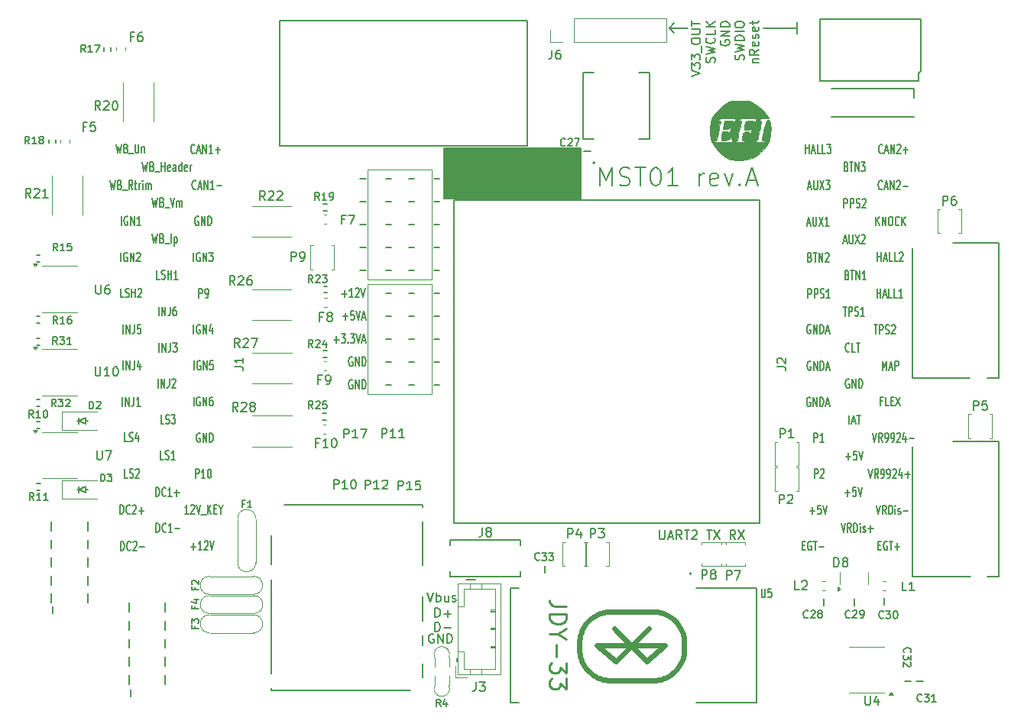
<source format=gto>
G04 #@! TF.GenerationSoftware,KiCad,Pcbnew,8.0.8-8.0.8-0~ubuntu24.04.1*
G04 #@! TF.CreationDate,2025-02-15T13:53:04+00:00*
G04 #@! TF.ProjectId,MST01,4d535430-312e-46b6-9963-61645f706362,D*
G04 #@! TF.SameCoordinates,PX440a368PY8a86a58*
G04 #@! TF.FileFunction,Legend,Top*
G04 #@! TF.FilePolarity,Positive*
%FSLAX46Y46*%
G04 Gerber Fmt 4.6, Leading zero omitted, Abs format (unit mm)*
G04 Created by KiCad (PCBNEW 8.0.8-8.0.8-0~ubuntu24.04.1) date 2025-02-15 13:53:04*
%MOMM*%
%LPD*%
G01*
G04 APERTURE LIST*
%ADD10C,0.150000*%
%ADD11C,0.200000*%
%ADD12C,0.170000*%
%ADD13C,0.250000*%
%ADD14C,0.127000*%
%ADD15C,0.120000*%
%ADD16C,0.203200*%
%ADD17C,0.631031*%
%ADD18C,0.002540*%
%ADD19C,0.099060*%
G04 APERTURE END LIST*
D10*
X43135000Y46310000D02*
X43750000Y46310000D01*
X45945000Y48855000D02*
X46560000Y48855000D01*
X43135000Y43770000D02*
X43750000Y43770000D01*
X43135000Y53930000D02*
X43750000Y53930000D01*
X45945000Y43770000D02*
X46560000Y43770000D01*
X43135000Y59010000D02*
X43750000Y59010000D01*
X43135000Y56470000D02*
X43750000Y56470000D01*
X72010000Y75700000D02*
X72575000Y75135000D01*
X43135000Y51390000D02*
X43750000Y51390000D01*
X40595000Y56470000D02*
X41210000Y56470000D01*
X45945000Y59010000D02*
X46560000Y59010000D01*
X40595000Y59010000D02*
X41210000Y59010000D01*
X40595000Y36155000D02*
X41210000Y36155000D01*
X40595000Y38690000D02*
X41210000Y38690000D01*
X86205000Y75700000D02*
X86205000Y76335000D01*
X43135000Y36155000D02*
X43750000Y36155000D01*
X40595000Y46310000D02*
X41210000Y46310000D01*
X47030000Y62404870D02*
X62246015Y62404870D01*
X62246015Y56790000D01*
X47030000Y56790000D01*
X47030000Y62404870D01*
G36*
X47030000Y62404870D02*
G01*
X62246015Y62404870D01*
X62246015Y56790000D01*
X47030000Y56790000D01*
X47030000Y62404870D01*
G37*
X38385000Y48860000D02*
X37770000Y48860000D01*
X40595000Y41230000D02*
X41210000Y41230000D01*
X40595000Y53930000D02*
X41210000Y53930000D01*
X43135000Y41230000D02*
X43750000Y41230000D01*
X72010000Y75700000D02*
X72575000Y76265000D01*
X38385000Y53940000D02*
X37770000Y53940000D01*
X40595000Y43770000D02*
X41210000Y43770000D01*
X45945000Y51390000D02*
X46560000Y51390000D01*
X72010000Y75700000D02*
X74025000Y75700000D01*
X38385000Y59020000D02*
X37770000Y59020000D01*
X45945000Y38690000D02*
X46560000Y38690000D01*
X86205000Y75700000D02*
X86205000Y75095000D01*
X38385000Y56480000D02*
X37770000Y56480000D01*
X45945000Y46310000D02*
X46560000Y46310000D01*
X45945000Y36155000D02*
X46560000Y36155000D01*
X43135000Y38690000D02*
X43750000Y38690000D01*
X45945000Y56470000D02*
X46560000Y56470000D01*
X45945000Y41230000D02*
X46560000Y41230000D01*
X40595000Y51390000D02*
X41210000Y51390000D01*
X38385000Y51400000D02*
X37770000Y51400000D01*
X45945000Y53930000D02*
X46560000Y53930000D01*
X40595000Y48855000D02*
X41210000Y48855000D01*
X82430000Y75700000D02*
X86205000Y75700000D01*
X43135000Y48855000D02*
X43750000Y48855000D01*
X19315350Y49805181D02*
X19315350Y50805181D01*
X20015350Y50757562D02*
X19948683Y50805181D01*
X19948683Y50805181D02*
X19848683Y50805181D01*
X19848683Y50805181D02*
X19748683Y50757562D01*
X19748683Y50757562D02*
X19682017Y50662324D01*
X19682017Y50662324D02*
X19648683Y50567086D01*
X19648683Y50567086D02*
X19615350Y50376610D01*
X19615350Y50376610D02*
X19615350Y50233753D01*
X19615350Y50233753D02*
X19648683Y50043277D01*
X19648683Y50043277D02*
X19682017Y49948039D01*
X19682017Y49948039D02*
X19748683Y49852800D01*
X19748683Y49852800D02*
X19848683Y49805181D01*
X19848683Y49805181D02*
X19915350Y49805181D01*
X19915350Y49805181D02*
X20015350Y49852800D01*
X20015350Y49852800D02*
X20048683Y49900420D01*
X20048683Y49900420D02*
X20048683Y50233753D01*
X20048683Y50233753D02*
X19915350Y50233753D01*
X20348683Y49805181D02*
X20348683Y50805181D01*
X20348683Y50805181D02*
X20748683Y49805181D01*
X20748683Y49805181D02*
X20748683Y50805181D01*
X21015350Y50805181D02*
X21448683Y50805181D01*
X21448683Y50805181D02*
X21215350Y50424229D01*
X21215350Y50424229D02*
X21315350Y50424229D01*
X21315350Y50424229D02*
X21382016Y50376610D01*
X21382016Y50376610D02*
X21415350Y50328991D01*
X21415350Y50328991D02*
X21448683Y50233753D01*
X21448683Y50233753D02*
X21448683Y49995658D01*
X21448683Y49995658D02*
X21415350Y49900420D01*
X21415350Y49900420D02*
X21382016Y49852800D01*
X21382016Y49852800D02*
X21315350Y49805181D01*
X21315350Y49805181D02*
X21115350Y49805181D01*
X21115350Y49805181D02*
X21048683Y49852800D01*
X21048683Y49852800D02*
X21015350Y49900420D01*
X35875350Y43711134D02*
X36408684Y43711134D01*
X36142017Y43330181D02*
X36142017Y44092086D01*
X37075351Y44330181D02*
X36742017Y44330181D01*
X36742017Y44330181D02*
X36708684Y43853991D01*
X36708684Y43853991D02*
X36742017Y43901610D01*
X36742017Y43901610D02*
X36808684Y43949229D01*
X36808684Y43949229D02*
X36975351Y43949229D01*
X36975351Y43949229D02*
X37042017Y43901610D01*
X37042017Y43901610D02*
X37075351Y43853991D01*
X37075351Y43853991D02*
X37108684Y43758753D01*
X37108684Y43758753D02*
X37108684Y43520658D01*
X37108684Y43520658D02*
X37075351Y43425420D01*
X37075351Y43425420D02*
X37042017Y43377800D01*
X37042017Y43377800D02*
X36975351Y43330181D01*
X36975351Y43330181D02*
X36808684Y43330181D01*
X36808684Y43330181D02*
X36742017Y43377800D01*
X36742017Y43377800D02*
X36708684Y43425420D01*
X37308684Y44330181D02*
X37542018Y43330181D01*
X37542018Y43330181D02*
X37775351Y44330181D01*
X37975351Y43615896D02*
X38308684Y43615896D01*
X37908684Y43330181D02*
X38142018Y44330181D01*
X38142018Y44330181D02*
X38375351Y43330181D01*
X15978684Y27865181D02*
X15645350Y27865181D01*
X15645350Y27865181D02*
X15645350Y28865181D01*
X16178684Y27912800D02*
X16278684Y27865181D01*
X16278684Y27865181D02*
X16445351Y27865181D01*
X16445351Y27865181D02*
X16512017Y27912800D01*
X16512017Y27912800D02*
X16545351Y27960420D01*
X16545351Y27960420D02*
X16578684Y28055658D01*
X16578684Y28055658D02*
X16578684Y28150896D01*
X16578684Y28150896D02*
X16545351Y28246134D01*
X16545351Y28246134D02*
X16512017Y28293753D01*
X16512017Y28293753D02*
X16445351Y28341372D01*
X16445351Y28341372D02*
X16312017Y28388991D01*
X16312017Y28388991D02*
X16245351Y28436610D01*
X16245351Y28436610D02*
X16212017Y28484229D01*
X16212017Y28484229D02*
X16178684Y28579467D01*
X16178684Y28579467D02*
X16178684Y28674705D01*
X16178684Y28674705D02*
X16212017Y28769943D01*
X16212017Y28769943D02*
X16245351Y28817562D01*
X16245351Y28817562D02*
X16312017Y28865181D01*
X16312017Y28865181D02*
X16478684Y28865181D01*
X16478684Y28865181D02*
X16578684Y28817562D01*
X17245351Y27865181D02*
X16845351Y27865181D01*
X17045351Y27865181D02*
X17045351Y28865181D01*
X17045351Y28865181D02*
X16978684Y28722324D01*
X16978684Y28722324D02*
X16912018Y28627086D01*
X16912018Y28627086D02*
X16845351Y28579467D01*
X36907017Y39177562D02*
X36840350Y39225181D01*
X36840350Y39225181D02*
X36740350Y39225181D01*
X36740350Y39225181D02*
X36640350Y39177562D01*
X36640350Y39177562D02*
X36573684Y39082324D01*
X36573684Y39082324D02*
X36540350Y38987086D01*
X36540350Y38987086D02*
X36507017Y38796610D01*
X36507017Y38796610D02*
X36507017Y38653753D01*
X36507017Y38653753D02*
X36540350Y38463277D01*
X36540350Y38463277D02*
X36573684Y38368039D01*
X36573684Y38368039D02*
X36640350Y38272800D01*
X36640350Y38272800D02*
X36740350Y38225181D01*
X36740350Y38225181D02*
X36807017Y38225181D01*
X36807017Y38225181D02*
X36907017Y38272800D01*
X36907017Y38272800D02*
X36940350Y38320420D01*
X36940350Y38320420D02*
X36940350Y38653753D01*
X36940350Y38653753D02*
X36807017Y38653753D01*
X37240350Y38225181D02*
X37240350Y39225181D01*
X37240350Y39225181D02*
X37640350Y38225181D01*
X37640350Y38225181D02*
X37640350Y39225181D01*
X37973683Y38225181D02*
X37973683Y39225181D01*
X37973683Y39225181D02*
X38140350Y39225181D01*
X38140350Y39225181D02*
X38240350Y39177562D01*
X38240350Y39177562D02*
X38307017Y39082324D01*
X38307017Y39082324D02*
X38340350Y38987086D01*
X38340350Y38987086D02*
X38373683Y38796610D01*
X38373683Y38796610D02*
X38373683Y38653753D01*
X38373683Y38653753D02*
X38340350Y38463277D01*
X38340350Y38463277D02*
X38307017Y38368039D01*
X38307017Y38368039D02*
X38240350Y38272800D01*
X38240350Y38272800D02*
X38140350Y38225181D01*
X38140350Y38225181D02*
X37973683Y38225181D01*
X19895350Y45795181D02*
X19895350Y46795181D01*
X19895350Y46795181D02*
X20162017Y46795181D01*
X20162017Y46795181D02*
X20228684Y46747562D01*
X20228684Y46747562D02*
X20262017Y46699943D01*
X20262017Y46699943D02*
X20295350Y46604705D01*
X20295350Y46604705D02*
X20295350Y46461848D01*
X20295350Y46461848D02*
X20262017Y46366610D01*
X20262017Y46366610D02*
X20228684Y46318991D01*
X20228684Y46318991D02*
X20162017Y46271372D01*
X20162017Y46271372D02*
X19895350Y46271372D01*
X20628684Y45795181D02*
X20762017Y45795181D01*
X20762017Y45795181D02*
X20828684Y45842800D01*
X20828684Y45842800D02*
X20862017Y45890420D01*
X20862017Y45890420D02*
X20928684Y46033277D01*
X20928684Y46033277D02*
X20962017Y46223753D01*
X20962017Y46223753D02*
X20962017Y46604705D01*
X20962017Y46604705D02*
X20928684Y46699943D01*
X20928684Y46699943D02*
X20895350Y46747562D01*
X20895350Y46747562D02*
X20828684Y46795181D01*
X20828684Y46795181D02*
X20695350Y46795181D01*
X20695350Y46795181D02*
X20628684Y46747562D01*
X20628684Y46747562D02*
X20595350Y46699943D01*
X20595350Y46699943D02*
X20562017Y46604705D01*
X20562017Y46604705D02*
X20562017Y46366610D01*
X20562017Y46366610D02*
X20595350Y46271372D01*
X20595350Y46271372D02*
X20628684Y46223753D01*
X20628684Y46223753D02*
X20695350Y46176134D01*
X20695350Y46176134D02*
X20828684Y46176134D01*
X20828684Y46176134D02*
X20895350Y46223753D01*
X20895350Y46223753D02*
X20928684Y46271372D01*
X20928684Y46271372D02*
X20962017Y46366610D01*
D11*
X45888482Y8460162D02*
X45793244Y8507781D01*
X45793244Y8507781D02*
X45650387Y8507781D01*
X45650387Y8507781D02*
X45507530Y8460162D01*
X45507530Y8460162D02*
X45412292Y8364924D01*
X45412292Y8364924D02*
X45364673Y8269686D01*
X45364673Y8269686D02*
X45317054Y8079210D01*
X45317054Y8079210D02*
X45317054Y7936353D01*
X45317054Y7936353D02*
X45364673Y7745877D01*
X45364673Y7745877D02*
X45412292Y7650639D01*
X45412292Y7650639D02*
X45507530Y7555400D01*
X45507530Y7555400D02*
X45650387Y7507781D01*
X45650387Y7507781D02*
X45745625Y7507781D01*
X45745625Y7507781D02*
X45888482Y7555400D01*
X45888482Y7555400D02*
X45936101Y7603020D01*
X45936101Y7603020D02*
X45936101Y7936353D01*
X45936101Y7936353D02*
X45745625Y7936353D01*
X46364673Y7507781D02*
X46364673Y8507781D01*
X46364673Y8507781D02*
X46936101Y7507781D01*
X46936101Y7507781D02*
X46936101Y8507781D01*
X47412292Y7507781D02*
X47412292Y8507781D01*
X47412292Y8507781D02*
X47650387Y8507781D01*
X47650387Y8507781D02*
X47793244Y8460162D01*
X47793244Y8460162D02*
X47888482Y8364924D01*
X47888482Y8364924D02*
X47936101Y8269686D01*
X47936101Y8269686D02*
X47983720Y8079210D01*
X47983720Y8079210D02*
X47983720Y7936353D01*
X47983720Y7936353D02*
X47936101Y7745877D01*
X47936101Y7745877D02*
X47888482Y7650639D01*
X47888482Y7650639D02*
X47793244Y7555400D01*
X47793244Y7555400D02*
X47650387Y7507781D01*
X47650387Y7507781D02*
X47412292Y7507781D01*
D10*
X91965350Y39875420D02*
X91932017Y39827800D01*
X91932017Y39827800D02*
X91832017Y39780181D01*
X91832017Y39780181D02*
X91765350Y39780181D01*
X91765350Y39780181D02*
X91665350Y39827800D01*
X91665350Y39827800D02*
X91598684Y39923039D01*
X91598684Y39923039D02*
X91565350Y40018277D01*
X91565350Y40018277D02*
X91532017Y40208753D01*
X91532017Y40208753D02*
X91532017Y40351610D01*
X91532017Y40351610D02*
X91565350Y40542086D01*
X91565350Y40542086D02*
X91598684Y40637324D01*
X91598684Y40637324D02*
X91665350Y40732562D01*
X91665350Y40732562D02*
X91765350Y40780181D01*
X91765350Y40780181D02*
X91832017Y40780181D01*
X91832017Y40780181D02*
X91932017Y40732562D01*
X91932017Y40732562D02*
X91965350Y40684943D01*
X92598684Y39780181D02*
X92265350Y39780181D01*
X92265350Y39780181D02*
X92265350Y40780181D01*
X92732017Y40780181D02*
X93132017Y40780181D01*
X92932017Y39780181D02*
X92932017Y40780181D01*
X19015350Y18196134D02*
X19548684Y18196134D01*
X19282017Y17815181D02*
X19282017Y18577086D01*
X20248684Y17815181D02*
X19848684Y17815181D01*
X20048684Y17815181D02*
X20048684Y18815181D01*
X20048684Y18815181D02*
X19982017Y18672324D01*
X19982017Y18672324D02*
X19915351Y18577086D01*
X19915351Y18577086D02*
X19848684Y18529467D01*
X20515351Y18719943D02*
X20548684Y18767562D01*
X20548684Y18767562D02*
X20615351Y18815181D01*
X20615351Y18815181D02*
X20782018Y18815181D01*
X20782018Y18815181D02*
X20848684Y18767562D01*
X20848684Y18767562D02*
X20882018Y18719943D01*
X20882018Y18719943D02*
X20915351Y18624705D01*
X20915351Y18624705D02*
X20915351Y18529467D01*
X20915351Y18529467D02*
X20882018Y18386610D01*
X20882018Y18386610D02*
X20482018Y17815181D01*
X20482018Y17815181D02*
X20915351Y17815181D01*
X21115351Y18815181D02*
X21348685Y17815181D01*
X21348685Y17815181D02*
X21582018Y18815181D01*
X74455043Y70310602D02*
X75455043Y70643935D01*
X75455043Y70643935D02*
X74455043Y70977268D01*
X74455043Y71215364D02*
X74455043Y71834411D01*
X74455043Y71834411D02*
X74835995Y71501078D01*
X74835995Y71501078D02*
X74835995Y71643935D01*
X74835995Y71643935D02*
X74883614Y71739173D01*
X74883614Y71739173D02*
X74931233Y71786792D01*
X74931233Y71786792D02*
X75026471Y71834411D01*
X75026471Y71834411D02*
X75264566Y71834411D01*
X75264566Y71834411D02*
X75359804Y71786792D01*
X75359804Y71786792D02*
X75407424Y71739173D01*
X75407424Y71739173D02*
X75455043Y71643935D01*
X75455043Y71643935D02*
X75455043Y71358221D01*
X75455043Y71358221D02*
X75407424Y71262983D01*
X75407424Y71262983D02*
X75359804Y71215364D01*
X74455043Y72167745D02*
X74455043Y72786792D01*
X74455043Y72786792D02*
X74835995Y72453459D01*
X74835995Y72453459D02*
X74835995Y72596316D01*
X74835995Y72596316D02*
X74883614Y72691554D01*
X74883614Y72691554D02*
X74931233Y72739173D01*
X74931233Y72739173D02*
X75026471Y72786792D01*
X75026471Y72786792D02*
X75264566Y72786792D01*
X75264566Y72786792D02*
X75359804Y72739173D01*
X75359804Y72739173D02*
X75407424Y72691554D01*
X75407424Y72691554D02*
X75455043Y72596316D01*
X75455043Y72596316D02*
X75455043Y72310602D01*
X75455043Y72310602D02*
X75407424Y72215364D01*
X75407424Y72215364D02*
X75359804Y72167745D01*
X75550281Y72977268D02*
X75550281Y73739173D01*
X74455043Y74167745D02*
X74455043Y74358221D01*
X74455043Y74358221D02*
X74502662Y74453459D01*
X74502662Y74453459D02*
X74597900Y74548697D01*
X74597900Y74548697D02*
X74788376Y74596316D01*
X74788376Y74596316D02*
X75121709Y74596316D01*
X75121709Y74596316D02*
X75312185Y74548697D01*
X75312185Y74548697D02*
X75407424Y74453459D01*
X75407424Y74453459D02*
X75455043Y74358221D01*
X75455043Y74358221D02*
X75455043Y74167745D01*
X75455043Y74167745D02*
X75407424Y74072507D01*
X75407424Y74072507D02*
X75312185Y73977269D01*
X75312185Y73977269D02*
X75121709Y73929650D01*
X75121709Y73929650D02*
X74788376Y73929650D01*
X74788376Y73929650D02*
X74597900Y73977269D01*
X74597900Y73977269D02*
X74502662Y74072507D01*
X74502662Y74072507D02*
X74455043Y74167745D01*
X74455043Y75024888D02*
X75264566Y75024888D01*
X75264566Y75024888D02*
X75359804Y75072507D01*
X75359804Y75072507D02*
X75407424Y75120126D01*
X75407424Y75120126D02*
X75455043Y75215364D01*
X75455043Y75215364D02*
X75455043Y75405840D01*
X75455043Y75405840D02*
X75407424Y75501078D01*
X75407424Y75501078D02*
X75359804Y75548697D01*
X75359804Y75548697D02*
X75264566Y75596316D01*
X75264566Y75596316D02*
X74455043Y75596316D01*
X74455043Y75929650D02*
X74455043Y76501078D01*
X75455043Y76215364D02*
X74455043Y76215364D01*
X77017368Y71882031D02*
X77064987Y72024888D01*
X77064987Y72024888D02*
X77064987Y72262983D01*
X77064987Y72262983D02*
X77017368Y72358221D01*
X77017368Y72358221D02*
X76969748Y72405840D01*
X76969748Y72405840D02*
X76874510Y72453459D01*
X76874510Y72453459D02*
X76779272Y72453459D01*
X76779272Y72453459D02*
X76684034Y72405840D01*
X76684034Y72405840D02*
X76636415Y72358221D01*
X76636415Y72358221D02*
X76588796Y72262983D01*
X76588796Y72262983D02*
X76541177Y72072507D01*
X76541177Y72072507D02*
X76493558Y71977269D01*
X76493558Y71977269D02*
X76445939Y71929650D01*
X76445939Y71929650D02*
X76350701Y71882031D01*
X76350701Y71882031D02*
X76255463Y71882031D01*
X76255463Y71882031D02*
X76160225Y71929650D01*
X76160225Y71929650D02*
X76112606Y71977269D01*
X76112606Y71977269D02*
X76064987Y72072507D01*
X76064987Y72072507D02*
X76064987Y72310602D01*
X76064987Y72310602D02*
X76112606Y72453459D01*
X76064987Y72786793D02*
X77064987Y73024888D01*
X77064987Y73024888D02*
X76350701Y73215364D01*
X76350701Y73215364D02*
X77064987Y73405840D01*
X77064987Y73405840D02*
X76064987Y73643935D01*
X76969748Y74596316D02*
X77017368Y74548697D01*
X77017368Y74548697D02*
X77064987Y74405840D01*
X77064987Y74405840D02*
X77064987Y74310602D01*
X77064987Y74310602D02*
X77017368Y74167745D01*
X77017368Y74167745D02*
X76922129Y74072507D01*
X76922129Y74072507D02*
X76826891Y74024888D01*
X76826891Y74024888D02*
X76636415Y73977269D01*
X76636415Y73977269D02*
X76493558Y73977269D01*
X76493558Y73977269D02*
X76303082Y74024888D01*
X76303082Y74024888D02*
X76207844Y74072507D01*
X76207844Y74072507D02*
X76112606Y74167745D01*
X76112606Y74167745D02*
X76064987Y74310602D01*
X76064987Y74310602D02*
X76064987Y74405840D01*
X76064987Y74405840D02*
X76112606Y74548697D01*
X76112606Y74548697D02*
X76160225Y74596316D01*
X77064987Y75501078D02*
X77064987Y75024888D01*
X77064987Y75024888D02*
X76064987Y75024888D01*
X77064987Y75834412D02*
X76064987Y75834412D01*
X77064987Y76405840D02*
X76493558Y75977269D01*
X76064987Y76405840D02*
X76636415Y75834412D01*
X77722550Y74310602D02*
X77674931Y74215364D01*
X77674931Y74215364D02*
X77674931Y74072507D01*
X77674931Y74072507D02*
X77722550Y73929650D01*
X77722550Y73929650D02*
X77817788Y73834412D01*
X77817788Y73834412D02*
X77913026Y73786793D01*
X77913026Y73786793D02*
X78103502Y73739174D01*
X78103502Y73739174D02*
X78246359Y73739174D01*
X78246359Y73739174D02*
X78436835Y73786793D01*
X78436835Y73786793D02*
X78532073Y73834412D01*
X78532073Y73834412D02*
X78627312Y73929650D01*
X78627312Y73929650D02*
X78674931Y74072507D01*
X78674931Y74072507D02*
X78674931Y74167745D01*
X78674931Y74167745D02*
X78627312Y74310602D01*
X78627312Y74310602D02*
X78579692Y74358221D01*
X78579692Y74358221D02*
X78246359Y74358221D01*
X78246359Y74358221D02*
X78246359Y74167745D01*
X78674931Y74786793D02*
X77674931Y74786793D01*
X77674931Y74786793D02*
X78674931Y75358221D01*
X78674931Y75358221D02*
X77674931Y75358221D01*
X78674931Y75834412D02*
X77674931Y75834412D01*
X77674931Y75834412D02*
X77674931Y76072507D01*
X77674931Y76072507D02*
X77722550Y76215364D01*
X77722550Y76215364D02*
X77817788Y76310602D01*
X77817788Y76310602D02*
X77913026Y76358221D01*
X77913026Y76358221D02*
X78103502Y76405840D01*
X78103502Y76405840D02*
X78246359Y76405840D01*
X78246359Y76405840D02*
X78436835Y76358221D01*
X78436835Y76358221D02*
X78532073Y76310602D01*
X78532073Y76310602D02*
X78627312Y76215364D01*
X78627312Y76215364D02*
X78674931Y76072507D01*
X78674931Y76072507D02*
X78674931Y75834412D01*
X80237256Y72167746D02*
X80284875Y72310603D01*
X80284875Y72310603D02*
X80284875Y72548698D01*
X80284875Y72548698D02*
X80237256Y72643936D01*
X80237256Y72643936D02*
X80189636Y72691555D01*
X80189636Y72691555D02*
X80094398Y72739174D01*
X80094398Y72739174D02*
X79999160Y72739174D01*
X79999160Y72739174D02*
X79903922Y72691555D01*
X79903922Y72691555D02*
X79856303Y72643936D01*
X79856303Y72643936D02*
X79808684Y72548698D01*
X79808684Y72548698D02*
X79761065Y72358222D01*
X79761065Y72358222D02*
X79713446Y72262984D01*
X79713446Y72262984D02*
X79665827Y72215365D01*
X79665827Y72215365D02*
X79570589Y72167746D01*
X79570589Y72167746D02*
X79475351Y72167746D01*
X79475351Y72167746D02*
X79380113Y72215365D01*
X79380113Y72215365D02*
X79332494Y72262984D01*
X79332494Y72262984D02*
X79284875Y72358222D01*
X79284875Y72358222D02*
X79284875Y72596317D01*
X79284875Y72596317D02*
X79332494Y72739174D01*
X79284875Y73072508D02*
X80284875Y73310603D01*
X80284875Y73310603D02*
X79570589Y73501079D01*
X79570589Y73501079D02*
X80284875Y73691555D01*
X80284875Y73691555D02*
X79284875Y73929650D01*
X80284875Y74310603D02*
X79284875Y74310603D01*
X79284875Y74310603D02*
X79284875Y74548698D01*
X79284875Y74548698D02*
X79332494Y74691555D01*
X79332494Y74691555D02*
X79427732Y74786793D01*
X79427732Y74786793D02*
X79522970Y74834412D01*
X79522970Y74834412D02*
X79713446Y74882031D01*
X79713446Y74882031D02*
X79856303Y74882031D01*
X79856303Y74882031D02*
X80046779Y74834412D01*
X80046779Y74834412D02*
X80142017Y74786793D01*
X80142017Y74786793D02*
X80237256Y74691555D01*
X80237256Y74691555D02*
X80284875Y74548698D01*
X80284875Y74548698D02*
X80284875Y74310603D01*
X80284875Y75310603D02*
X79284875Y75310603D01*
X79284875Y75977269D02*
X79284875Y76167745D01*
X79284875Y76167745D02*
X79332494Y76262983D01*
X79332494Y76262983D02*
X79427732Y76358221D01*
X79427732Y76358221D02*
X79618208Y76405840D01*
X79618208Y76405840D02*
X79951541Y76405840D01*
X79951541Y76405840D02*
X80142017Y76358221D01*
X80142017Y76358221D02*
X80237256Y76262983D01*
X80237256Y76262983D02*
X80284875Y76167745D01*
X80284875Y76167745D02*
X80284875Y75977269D01*
X80284875Y75977269D02*
X80237256Y75882031D01*
X80237256Y75882031D02*
X80142017Y75786793D01*
X80142017Y75786793D02*
X79951541Y75739174D01*
X79951541Y75739174D02*
X79618208Y75739174D01*
X79618208Y75739174D02*
X79427732Y75786793D01*
X79427732Y75786793D02*
X79332494Y75882031D01*
X79332494Y75882031D02*
X79284875Y75977269D01*
X81228152Y71834411D02*
X81894819Y71834411D01*
X81323390Y71834411D02*
X81275771Y71882030D01*
X81275771Y71882030D02*
X81228152Y71977268D01*
X81228152Y71977268D02*
X81228152Y72120125D01*
X81228152Y72120125D02*
X81275771Y72215363D01*
X81275771Y72215363D02*
X81371009Y72262982D01*
X81371009Y72262982D02*
X81894819Y72262982D01*
X81894819Y73310601D02*
X81418628Y72977268D01*
X81894819Y72739173D02*
X80894819Y72739173D01*
X80894819Y72739173D02*
X80894819Y73120125D01*
X80894819Y73120125D02*
X80942438Y73215363D01*
X80942438Y73215363D02*
X80990057Y73262982D01*
X80990057Y73262982D02*
X81085295Y73310601D01*
X81085295Y73310601D02*
X81228152Y73310601D01*
X81228152Y73310601D02*
X81323390Y73262982D01*
X81323390Y73262982D02*
X81371009Y73215363D01*
X81371009Y73215363D02*
X81418628Y73120125D01*
X81418628Y73120125D02*
X81418628Y72739173D01*
X81847200Y74120125D02*
X81894819Y74024887D01*
X81894819Y74024887D02*
X81894819Y73834411D01*
X81894819Y73834411D02*
X81847200Y73739173D01*
X81847200Y73739173D02*
X81751961Y73691554D01*
X81751961Y73691554D02*
X81371009Y73691554D01*
X81371009Y73691554D02*
X81275771Y73739173D01*
X81275771Y73739173D02*
X81228152Y73834411D01*
X81228152Y73834411D02*
X81228152Y74024887D01*
X81228152Y74024887D02*
X81275771Y74120125D01*
X81275771Y74120125D02*
X81371009Y74167744D01*
X81371009Y74167744D02*
X81466247Y74167744D01*
X81466247Y74167744D02*
X81561485Y73691554D01*
X81847200Y74548697D02*
X81894819Y74643935D01*
X81894819Y74643935D02*
X81894819Y74834411D01*
X81894819Y74834411D02*
X81847200Y74929649D01*
X81847200Y74929649D02*
X81751961Y74977268D01*
X81751961Y74977268D02*
X81704342Y74977268D01*
X81704342Y74977268D02*
X81609104Y74929649D01*
X81609104Y74929649D02*
X81561485Y74834411D01*
X81561485Y74834411D02*
X81561485Y74691554D01*
X81561485Y74691554D02*
X81513866Y74596316D01*
X81513866Y74596316D02*
X81418628Y74548697D01*
X81418628Y74548697D02*
X81371009Y74548697D01*
X81371009Y74548697D02*
X81275771Y74596316D01*
X81275771Y74596316D02*
X81228152Y74691554D01*
X81228152Y74691554D02*
X81228152Y74834411D01*
X81228152Y74834411D02*
X81275771Y74929649D01*
X81847200Y75786792D02*
X81894819Y75691554D01*
X81894819Y75691554D02*
X81894819Y75501078D01*
X81894819Y75501078D02*
X81847200Y75405840D01*
X81847200Y75405840D02*
X81751961Y75358221D01*
X81751961Y75358221D02*
X81371009Y75358221D01*
X81371009Y75358221D02*
X81275771Y75405840D01*
X81275771Y75405840D02*
X81228152Y75501078D01*
X81228152Y75501078D02*
X81228152Y75691554D01*
X81228152Y75691554D02*
X81275771Y75786792D01*
X81275771Y75786792D02*
X81371009Y75834411D01*
X81371009Y75834411D02*
X81466247Y75834411D01*
X81466247Y75834411D02*
X81561485Y75358221D01*
X81228152Y76120126D02*
X81228152Y76501078D01*
X80894819Y76262983D02*
X81751961Y76262983D01*
X81751961Y76262983D02*
X81847200Y76310602D01*
X81847200Y76310602D02*
X81894819Y76405840D01*
X81894819Y76405840D02*
X81894819Y76501078D01*
X20012017Y30747562D02*
X19945350Y30795181D01*
X19945350Y30795181D02*
X19845350Y30795181D01*
X19845350Y30795181D02*
X19745350Y30747562D01*
X19745350Y30747562D02*
X19678684Y30652324D01*
X19678684Y30652324D02*
X19645350Y30557086D01*
X19645350Y30557086D02*
X19612017Y30366610D01*
X19612017Y30366610D02*
X19612017Y30223753D01*
X19612017Y30223753D02*
X19645350Y30033277D01*
X19645350Y30033277D02*
X19678684Y29938039D01*
X19678684Y29938039D02*
X19745350Y29842800D01*
X19745350Y29842800D02*
X19845350Y29795181D01*
X19845350Y29795181D02*
X19912017Y29795181D01*
X19912017Y29795181D02*
X20012017Y29842800D01*
X20012017Y29842800D02*
X20045350Y29890420D01*
X20045350Y29890420D02*
X20045350Y30223753D01*
X20045350Y30223753D02*
X19912017Y30223753D01*
X20345350Y29795181D02*
X20345350Y30795181D01*
X20345350Y30795181D02*
X20745350Y29795181D01*
X20745350Y29795181D02*
X20745350Y30795181D01*
X21078683Y29795181D02*
X21078683Y30795181D01*
X21078683Y30795181D02*
X21245350Y30795181D01*
X21245350Y30795181D02*
X21345350Y30747562D01*
X21345350Y30747562D02*
X21412017Y30652324D01*
X21412017Y30652324D02*
X21445350Y30557086D01*
X21445350Y30557086D02*
X21478683Y30366610D01*
X21478683Y30366610D02*
X21478683Y30223753D01*
X21478683Y30223753D02*
X21445350Y30033277D01*
X21445350Y30033277D02*
X21412017Y29938039D01*
X21412017Y29938039D02*
X21345350Y29842800D01*
X21345350Y29842800D02*
X21245350Y29795181D01*
X21245350Y29795181D02*
X21078683Y29795181D01*
X91322017Y52080896D02*
X91655350Y52080896D01*
X91255350Y51795181D02*
X91488684Y52795181D01*
X91488684Y52795181D02*
X91722017Y51795181D01*
X91955350Y52795181D02*
X91955350Y51985658D01*
X91955350Y51985658D02*
X91988684Y51890420D01*
X91988684Y51890420D02*
X92022017Y51842800D01*
X92022017Y51842800D02*
X92088684Y51795181D01*
X92088684Y51795181D02*
X92222017Y51795181D01*
X92222017Y51795181D02*
X92288684Y51842800D01*
X92288684Y51842800D02*
X92322017Y51890420D01*
X92322017Y51890420D02*
X92355350Y51985658D01*
X92355350Y51985658D02*
X92355350Y52795181D01*
X92622017Y52795181D02*
X93088683Y51795181D01*
X93088683Y52795181D02*
X92622017Y51795181D01*
X93322017Y52699943D02*
X93355350Y52747562D01*
X93355350Y52747562D02*
X93422017Y52795181D01*
X93422017Y52795181D02*
X93588684Y52795181D01*
X93588684Y52795181D02*
X93655350Y52747562D01*
X93655350Y52747562D02*
X93688684Y52699943D01*
X93688684Y52699943D02*
X93722017Y52604705D01*
X93722017Y52604705D02*
X93722017Y52509467D01*
X93722017Y52509467D02*
X93688684Y52366610D01*
X93688684Y52366610D02*
X93288684Y51795181D01*
X93288684Y51795181D02*
X93722017Y51795181D01*
X91065350Y20790181D02*
X91298684Y19790181D01*
X91298684Y19790181D02*
X91532017Y20790181D01*
X92165350Y19790181D02*
X91932017Y20266372D01*
X91765350Y19790181D02*
X91765350Y20790181D01*
X91765350Y20790181D02*
X92032017Y20790181D01*
X92032017Y20790181D02*
X92098684Y20742562D01*
X92098684Y20742562D02*
X92132017Y20694943D01*
X92132017Y20694943D02*
X92165350Y20599705D01*
X92165350Y20599705D02*
X92165350Y20456848D01*
X92165350Y20456848D02*
X92132017Y20361610D01*
X92132017Y20361610D02*
X92098684Y20313991D01*
X92098684Y20313991D02*
X92032017Y20266372D01*
X92032017Y20266372D02*
X91765350Y20266372D01*
X92465350Y19790181D02*
X92465350Y20790181D01*
X92465350Y20790181D02*
X92632017Y20790181D01*
X92632017Y20790181D02*
X92732017Y20742562D01*
X92732017Y20742562D02*
X92798684Y20647324D01*
X92798684Y20647324D02*
X92832017Y20552086D01*
X92832017Y20552086D02*
X92865350Y20361610D01*
X92865350Y20361610D02*
X92865350Y20218753D01*
X92865350Y20218753D02*
X92832017Y20028277D01*
X92832017Y20028277D02*
X92798684Y19933039D01*
X92798684Y19933039D02*
X92732017Y19837800D01*
X92732017Y19837800D02*
X92632017Y19790181D01*
X92632017Y19790181D02*
X92465350Y19790181D01*
X93165350Y19790181D02*
X93165350Y20456848D01*
X93165350Y20790181D02*
X93132017Y20742562D01*
X93132017Y20742562D02*
X93165350Y20694943D01*
X93165350Y20694943D02*
X93198684Y20742562D01*
X93198684Y20742562D02*
X93165350Y20790181D01*
X93165350Y20790181D02*
X93165350Y20694943D01*
X93465350Y19837800D02*
X93532017Y19790181D01*
X93532017Y19790181D02*
X93665350Y19790181D01*
X93665350Y19790181D02*
X93732017Y19837800D01*
X93732017Y19837800D02*
X93765350Y19933039D01*
X93765350Y19933039D02*
X93765350Y19980658D01*
X93765350Y19980658D02*
X93732017Y20075896D01*
X93732017Y20075896D02*
X93665350Y20123515D01*
X93665350Y20123515D02*
X93565350Y20123515D01*
X93565350Y20123515D02*
X93498683Y20171134D01*
X93498683Y20171134D02*
X93465350Y20266372D01*
X93465350Y20266372D02*
X93465350Y20313991D01*
X93465350Y20313991D02*
X93498683Y20409229D01*
X93498683Y20409229D02*
X93565350Y20456848D01*
X93565350Y20456848D02*
X93665350Y20456848D01*
X93665350Y20456848D02*
X93732017Y20409229D01*
X94065350Y20171134D02*
X94598684Y20171134D01*
X94332017Y19790181D02*
X94332017Y20552086D01*
X87600350Y22161134D02*
X88133684Y22161134D01*
X87867017Y21780181D02*
X87867017Y22542086D01*
X88800351Y22780181D02*
X88467017Y22780181D01*
X88467017Y22780181D02*
X88433684Y22303991D01*
X88433684Y22303991D02*
X88467017Y22351610D01*
X88467017Y22351610D02*
X88533684Y22399229D01*
X88533684Y22399229D02*
X88700351Y22399229D01*
X88700351Y22399229D02*
X88767017Y22351610D01*
X88767017Y22351610D02*
X88800351Y22303991D01*
X88800351Y22303991D02*
X88833684Y22208753D01*
X88833684Y22208753D02*
X88833684Y21970658D01*
X88833684Y21970658D02*
X88800351Y21875420D01*
X88800351Y21875420D02*
X88767017Y21827800D01*
X88767017Y21827800D02*
X88700351Y21780181D01*
X88700351Y21780181D02*
X88533684Y21780181D01*
X88533684Y21780181D02*
X88467017Y21827800D01*
X88467017Y21827800D02*
X88433684Y21875420D01*
X89033684Y22780181D02*
X89267018Y21780181D01*
X89267018Y21780181D02*
X89500351Y22780181D01*
X15563684Y47850181D02*
X15230350Y47850181D01*
X15230350Y47850181D02*
X15230350Y48850181D01*
X15763684Y47897800D02*
X15863684Y47850181D01*
X15863684Y47850181D02*
X16030351Y47850181D01*
X16030351Y47850181D02*
X16097017Y47897800D01*
X16097017Y47897800D02*
X16130351Y47945420D01*
X16130351Y47945420D02*
X16163684Y48040658D01*
X16163684Y48040658D02*
X16163684Y48135896D01*
X16163684Y48135896D02*
X16130351Y48231134D01*
X16130351Y48231134D02*
X16097017Y48278753D01*
X16097017Y48278753D02*
X16030351Y48326372D01*
X16030351Y48326372D02*
X15897017Y48373991D01*
X15897017Y48373991D02*
X15830351Y48421610D01*
X15830351Y48421610D02*
X15797017Y48469229D01*
X15797017Y48469229D02*
X15763684Y48564467D01*
X15763684Y48564467D02*
X15763684Y48659705D01*
X15763684Y48659705D02*
X15797017Y48754943D01*
X15797017Y48754943D02*
X15830351Y48802562D01*
X15830351Y48802562D02*
X15897017Y48850181D01*
X15897017Y48850181D02*
X16063684Y48850181D01*
X16063684Y48850181D02*
X16163684Y48802562D01*
X16463684Y47850181D02*
X16463684Y48850181D01*
X16463684Y48373991D02*
X16863684Y48373991D01*
X16863684Y47850181D02*
X16863684Y48850181D01*
X17563684Y47850181D02*
X17163684Y47850181D01*
X17363684Y47850181D02*
X17363684Y48850181D01*
X17363684Y48850181D02*
X17297017Y48707324D01*
X17297017Y48707324D02*
X17230351Y48612086D01*
X17230351Y48612086D02*
X17163684Y48564467D01*
X95628684Y34328991D02*
X95395350Y34328991D01*
X95395350Y33805181D02*
X95395350Y34805181D01*
X95395350Y34805181D02*
X95728684Y34805181D01*
X96328684Y33805181D02*
X95995350Y33805181D01*
X95995350Y33805181D02*
X95995350Y34805181D01*
X96562017Y34328991D02*
X96795351Y34328991D01*
X96895351Y33805181D02*
X96562017Y33805181D01*
X96562017Y33805181D02*
X96562017Y34805181D01*
X96562017Y34805181D02*
X96895351Y34805181D01*
X97128684Y34805181D02*
X97595350Y33805181D01*
X97595350Y34805181D02*
X97128684Y33805181D01*
X13613684Y60820181D02*
X13780350Y59820181D01*
X13780350Y59820181D02*
X13913684Y60534467D01*
X13913684Y60534467D02*
X14047017Y59820181D01*
X14047017Y59820181D02*
X14213684Y60820181D01*
X14713684Y60343991D02*
X14813684Y60296372D01*
X14813684Y60296372D02*
X14847017Y60248753D01*
X14847017Y60248753D02*
X14880350Y60153515D01*
X14880350Y60153515D02*
X14880350Y60010658D01*
X14880350Y60010658D02*
X14847017Y59915420D01*
X14847017Y59915420D02*
X14813684Y59867800D01*
X14813684Y59867800D02*
X14747017Y59820181D01*
X14747017Y59820181D02*
X14480350Y59820181D01*
X14480350Y59820181D02*
X14480350Y60820181D01*
X14480350Y60820181D02*
X14713684Y60820181D01*
X14713684Y60820181D02*
X14780350Y60772562D01*
X14780350Y60772562D02*
X14813684Y60724943D01*
X14813684Y60724943D02*
X14847017Y60629705D01*
X14847017Y60629705D02*
X14847017Y60534467D01*
X14847017Y60534467D02*
X14813684Y60439229D01*
X14813684Y60439229D02*
X14780350Y60391610D01*
X14780350Y60391610D02*
X14713684Y60343991D01*
X14713684Y60343991D02*
X14480350Y60343991D01*
X15013684Y59724943D02*
X15547017Y59724943D01*
X15713683Y59820181D02*
X15713683Y60820181D01*
X15713683Y60343991D02*
X16113683Y60343991D01*
X16113683Y59820181D02*
X16113683Y60820181D01*
X16713683Y59867800D02*
X16647016Y59820181D01*
X16647016Y59820181D02*
X16513683Y59820181D01*
X16513683Y59820181D02*
X16447016Y59867800D01*
X16447016Y59867800D02*
X16413683Y59963039D01*
X16413683Y59963039D02*
X16413683Y60343991D01*
X16413683Y60343991D02*
X16447016Y60439229D01*
X16447016Y60439229D02*
X16513683Y60486848D01*
X16513683Y60486848D02*
X16647016Y60486848D01*
X16647016Y60486848D02*
X16713683Y60439229D01*
X16713683Y60439229D02*
X16747016Y60343991D01*
X16747016Y60343991D02*
X16747016Y60248753D01*
X16747016Y60248753D02*
X16413683Y60153515D01*
X17347016Y59820181D02*
X17347016Y60343991D01*
X17347016Y60343991D02*
X17313683Y60439229D01*
X17313683Y60439229D02*
X17247016Y60486848D01*
X17247016Y60486848D02*
X17113683Y60486848D01*
X17113683Y60486848D02*
X17047016Y60439229D01*
X17347016Y59867800D02*
X17280350Y59820181D01*
X17280350Y59820181D02*
X17113683Y59820181D01*
X17113683Y59820181D02*
X17047016Y59867800D01*
X17047016Y59867800D02*
X17013683Y59963039D01*
X17013683Y59963039D02*
X17013683Y60058277D01*
X17013683Y60058277D02*
X17047016Y60153515D01*
X17047016Y60153515D02*
X17113683Y60201134D01*
X17113683Y60201134D02*
X17280350Y60201134D01*
X17280350Y60201134D02*
X17347016Y60248753D01*
X17980349Y59820181D02*
X17980349Y60820181D01*
X17980349Y59867800D02*
X17913683Y59820181D01*
X17913683Y59820181D02*
X17780349Y59820181D01*
X17780349Y59820181D02*
X17713683Y59867800D01*
X17713683Y59867800D02*
X17680349Y59915420D01*
X17680349Y59915420D02*
X17647016Y60010658D01*
X17647016Y60010658D02*
X17647016Y60296372D01*
X17647016Y60296372D02*
X17680349Y60391610D01*
X17680349Y60391610D02*
X17713683Y60439229D01*
X17713683Y60439229D02*
X17780349Y60486848D01*
X17780349Y60486848D02*
X17913683Y60486848D01*
X17913683Y60486848D02*
X17980349Y60439229D01*
X18580349Y59867800D02*
X18513682Y59820181D01*
X18513682Y59820181D02*
X18380349Y59820181D01*
X18380349Y59820181D02*
X18313682Y59867800D01*
X18313682Y59867800D02*
X18280349Y59963039D01*
X18280349Y59963039D02*
X18280349Y60343991D01*
X18280349Y60343991D02*
X18313682Y60439229D01*
X18313682Y60439229D02*
X18380349Y60486848D01*
X18380349Y60486848D02*
X18513682Y60486848D01*
X18513682Y60486848D02*
X18580349Y60439229D01*
X18580349Y60439229D02*
X18613682Y60343991D01*
X18613682Y60343991D02*
X18613682Y60248753D01*
X18613682Y60248753D02*
X18280349Y60153515D01*
X18913682Y59820181D02*
X18913682Y60486848D01*
X18913682Y60296372D02*
X18947016Y60391610D01*
X18947016Y60391610D02*
X18980349Y60439229D01*
X18980349Y60439229D02*
X19047016Y60486848D01*
X19047016Y60486848D02*
X19113682Y60486848D01*
X15455350Y43790181D02*
X15455350Y44790181D01*
X15788683Y43790181D02*
X15788683Y44790181D01*
X15788683Y44790181D02*
X16188683Y43790181D01*
X16188683Y43790181D02*
X16188683Y44790181D01*
X16722016Y44790181D02*
X16722016Y44075896D01*
X16722016Y44075896D02*
X16688683Y43933039D01*
X16688683Y43933039D02*
X16622016Y43837800D01*
X16622016Y43837800D02*
X16522016Y43790181D01*
X16522016Y43790181D02*
X16455350Y43790181D01*
X17355349Y44790181D02*
X17222016Y44790181D01*
X17222016Y44790181D02*
X17155349Y44742562D01*
X17155349Y44742562D02*
X17122016Y44694943D01*
X17122016Y44694943D02*
X17055349Y44552086D01*
X17055349Y44552086D02*
X17022016Y44361610D01*
X17022016Y44361610D02*
X17022016Y43980658D01*
X17022016Y43980658D02*
X17055349Y43885420D01*
X17055349Y43885420D02*
X17088683Y43837800D01*
X17088683Y43837800D02*
X17155349Y43790181D01*
X17155349Y43790181D02*
X17288683Y43790181D01*
X17288683Y43790181D02*
X17355349Y43837800D01*
X17355349Y43837800D02*
X17388683Y43885420D01*
X17388683Y43885420D02*
X17422016Y43980658D01*
X17422016Y43980658D02*
X17422016Y44218753D01*
X17422016Y44218753D02*
X17388683Y44313991D01*
X17388683Y44313991D02*
X17355349Y44361610D01*
X17355349Y44361610D02*
X17288683Y44409229D01*
X17288683Y44409229D02*
X17155349Y44409229D01*
X17155349Y44409229D02*
X17088683Y44361610D01*
X17088683Y44361610D02*
X17055349Y44313991D01*
X17055349Y44313991D02*
X17022016Y44218753D01*
X91955350Y31770181D02*
X91955350Y32770181D01*
X92255350Y32055896D02*
X92588683Y32055896D01*
X92188683Y31770181D02*
X92422017Y32770181D01*
X92422017Y32770181D02*
X92655350Y31770181D01*
X92788683Y32770181D02*
X93188683Y32770181D01*
X92988683Y31770181D02*
X92988683Y32770181D01*
X91613684Y60333991D02*
X91713684Y60286372D01*
X91713684Y60286372D02*
X91747017Y60238753D01*
X91747017Y60238753D02*
X91780350Y60143515D01*
X91780350Y60143515D02*
X91780350Y60000658D01*
X91780350Y60000658D02*
X91747017Y59905420D01*
X91747017Y59905420D02*
X91713684Y59857800D01*
X91713684Y59857800D02*
X91647017Y59810181D01*
X91647017Y59810181D02*
X91380350Y59810181D01*
X91380350Y59810181D02*
X91380350Y60810181D01*
X91380350Y60810181D02*
X91613684Y60810181D01*
X91613684Y60810181D02*
X91680350Y60762562D01*
X91680350Y60762562D02*
X91713684Y60714943D01*
X91713684Y60714943D02*
X91747017Y60619705D01*
X91747017Y60619705D02*
X91747017Y60524467D01*
X91747017Y60524467D02*
X91713684Y60429229D01*
X91713684Y60429229D02*
X91680350Y60381610D01*
X91680350Y60381610D02*
X91613684Y60333991D01*
X91613684Y60333991D02*
X91380350Y60333991D01*
X91980350Y60810181D02*
X92380350Y60810181D01*
X92180350Y59810181D02*
X92180350Y60810181D01*
X92613683Y59810181D02*
X92613683Y60810181D01*
X92613683Y60810181D02*
X93013683Y59810181D01*
X93013683Y59810181D02*
X93013683Y60810181D01*
X93280350Y60810181D02*
X93713683Y60810181D01*
X93713683Y60810181D02*
X93480350Y60429229D01*
X93480350Y60429229D02*
X93580350Y60429229D01*
X93580350Y60429229D02*
X93647016Y60381610D01*
X93647016Y60381610D02*
X93680350Y60333991D01*
X93680350Y60333991D02*
X93713683Y60238753D01*
X93713683Y60238753D02*
X93713683Y60000658D01*
X93713683Y60000658D02*
X93680350Y59905420D01*
X93680350Y59905420D02*
X93647016Y59857800D01*
X93647016Y59857800D02*
X93580350Y59810181D01*
X93580350Y59810181D02*
X93380350Y59810181D01*
X93380350Y59810181D02*
X93313683Y59857800D01*
X93313683Y59857800D02*
X93280350Y59905420D01*
X36907017Y36637562D02*
X36840350Y36685181D01*
X36840350Y36685181D02*
X36740350Y36685181D01*
X36740350Y36685181D02*
X36640350Y36637562D01*
X36640350Y36637562D02*
X36573684Y36542324D01*
X36573684Y36542324D02*
X36540350Y36447086D01*
X36540350Y36447086D02*
X36507017Y36256610D01*
X36507017Y36256610D02*
X36507017Y36113753D01*
X36507017Y36113753D02*
X36540350Y35923277D01*
X36540350Y35923277D02*
X36573684Y35828039D01*
X36573684Y35828039D02*
X36640350Y35732800D01*
X36640350Y35732800D02*
X36740350Y35685181D01*
X36740350Y35685181D02*
X36807017Y35685181D01*
X36807017Y35685181D02*
X36907017Y35732800D01*
X36907017Y35732800D02*
X36940350Y35780420D01*
X36940350Y35780420D02*
X36940350Y36113753D01*
X36940350Y36113753D02*
X36807017Y36113753D01*
X37240350Y35685181D02*
X37240350Y36685181D01*
X37240350Y36685181D02*
X37640350Y35685181D01*
X37640350Y35685181D02*
X37640350Y36685181D01*
X37973683Y35685181D02*
X37973683Y36685181D01*
X37973683Y36685181D02*
X38140350Y36685181D01*
X38140350Y36685181D02*
X38240350Y36637562D01*
X38240350Y36637562D02*
X38307017Y36542324D01*
X38307017Y36542324D02*
X38340350Y36447086D01*
X38340350Y36447086D02*
X38373683Y36256610D01*
X38373683Y36256610D02*
X38373683Y36113753D01*
X38373683Y36113753D02*
X38340350Y35923277D01*
X38340350Y35923277D02*
X38307017Y35828039D01*
X38307017Y35828039D02*
X38240350Y35732800D01*
X38240350Y35732800D02*
X38140350Y35685181D01*
X38140350Y35685181D02*
X37973683Y35685181D01*
X87632017Y34702562D02*
X87565350Y34750181D01*
X87565350Y34750181D02*
X87465350Y34750181D01*
X87465350Y34750181D02*
X87365350Y34702562D01*
X87365350Y34702562D02*
X87298684Y34607324D01*
X87298684Y34607324D02*
X87265350Y34512086D01*
X87265350Y34512086D02*
X87232017Y34321610D01*
X87232017Y34321610D02*
X87232017Y34178753D01*
X87232017Y34178753D02*
X87265350Y33988277D01*
X87265350Y33988277D02*
X87298684Y33893039D01*
X87298684Y33893039D02*
X87365350Y33797800D01*
X87365350Y33797800D02*
X87465350Y33750181D01*
X87465350Y33750181D02*
X87532017Y33750181D01*
X87532017Y33750181D02*
X87632017Y33797800D01*
X87632017Y33797800D02*
X87665350Y33845420D01*
X87665350Y33845420D02*
X87665350Y34178753D01*
X87665350Y34178753D02*
X87532017Y34178753D01*
X87965350Y33750181D02*
X87965350Y34750181D01*
X87965350Y34750181D02*
X88365350Y33750181D01*
X88365350Y33750181D02*
X88365350Y34750181D01*
X88698683Y33750181D02*
X88698683Y34750181D01*
X88698683Y34750181D02*
X88865350Y34750181D01*
X88865350Y34750181D02*
X88965350Y34702562D01*
X88965350Y34702562D02*
X89032017Y34607324D01*
X89032017Y34607324D02*
X89065350Y34512086D01*
X89065350Y34512086D02*
X89098683Y34321610D01*
X89098683Y34321610D02*
X89098683Y34178753D01*
X89098683Y34178753D02*
X89065350Y33988277D01*
X89065350Y33988277D02*
X89032017Y33893039D01*
X89032017Y33893039D02*
X88965350Y33797800D01*
X88965350Y33797800D02*
X88865350Y33750181D01*
X88865350Y33750181D02*
X88698683Y33750181D01*
X89365350Y34035896D02*
X89698683Y34035896D01*
X89298683Y33750181D02*
X89532017Y34750181D01*
X89532017Y34750181D02*
X89765350Y33750181D01*
X70916779Y20015181D02*
X70916779Y19205658D01*
X70916779Y19205658D02*
X70964398Y19110420D01*
X70964398Y19110420D02*
X71012017Y19062800D01*
X71012017Y19062800D02*
X71107255Y19015181D01*
X71107255Y19015181D02*
X71297731Y19015181D01*
X71297731Y19015181D02*
X71392969Y19062800D01*
X71392969Y19062800D02*
X71440588Y19110420D01*
X71440588Y19110420D02*
X71488207Y19205658D01*
X71488207Y19205658D02*
X71488207Y20015181D01*
X71916779Y19300896D02*
X72392969Y19300896D01*
X71821541Y19015181D02*
X72154874Y20015181D01*
X72154874Y20015181D02*
X72488207Y19015181D01*
X73392969Y19015181D02*
X73059636Y19491372D01*
X72821541Y19015181D02*
X72821541Y20015181D01*
X72821541Y20015181D02*
X73202493Y20015181D01*
X73202493Y20015181D02*
X73297731Y19967562D01*
X73297731Y19967562D02*
X73345350Y19919943D01*
X73345350Y19919943D02*
X73392969Y19824705D01*
X73392969Y19824705D02*
X73392969Y19681848D01*
X73392969Y19681848D02*
X73345350Y19586610D01*
X73345350Y19586610D02*
X73297731Y19538991D01*
X73297731Y19538991D02*
X73202493Y19491372D01*
X73202493Y19491372D02*
X72821541Y19491372D01*
X73678684Y20015181D02*
X74250112Y20015181D01*
X73964398Y19015181D02*
X73964398Y20015181D01*
X74535827Y19919943D02*
X74583446Y19967562D01*
X74583446Y19967562D02*
X74678684Y20015181D01*
X74678684Y20015181D02*
X74916779Y20015181D01*
X74916779Y20015181D02*
X75012017Y19967562D01*
X75012017Y19967562D02*
X75059636Y19919943D01*
X75059636Y19919943D02*
X75107255Y19824705D01*
X75107255Y19824705D02*
X75107255Y19729467D01*
X75107255Y19729467D02*
X75059636Y19586610D01*
X75059636Y19586610D02*
X74488208Y19015181D01*
X74488208Y19015181D02*
X75107255Y19015181D01*
X76154875Y20015181D02*
X76726303Y20015181D01*
X76440589Y19015181D02*
X76440589Y20015181D01*
X76964399Y20015181D02*
X77631065Y19015181D01*
X77631065Y20015181D02*
X76964399Y19015181D01*
X79345351Y19015181D02*
X79012018Y19491372D01*
X78773923Y19015181D02*
X78773923Y20015181D01*
X78773923Y20015181D02*
X79154875Y20015181D01*
X79154875Y20015181D02*
X79250113Y19967562D01*
X79250113Y19967562D02*
X79297732Y19919943D01*
X79297732Y19919943D02*
X79345351Y19824705D01*
X79345351Y19824705D02*
X79345351Y19681848D01*
X79345351Y19681848D02*
X79297732Y19586610D01*
X79297732Y19586610D02*
X79250113Y19538991D01*
X79250113Y19538991D02*
X79154875Y19491372D01*
X79154875Y19491372D02*
X78773923Y19491372D01*
X79678685Y20015181D02*
X80345351Y19015181D01*
X80345351Y20015181D02*
X79678685Y19015181D01*
X91370350Y55785181D02*
X91370350Y56785181D01*
X91370350Y56785181D02*
X91637017Y56785181D01*
X91637017Y56785181D02*
X91703684Y56737562D01*
X91703684Y56737562D02*
X91737017Y56689943D01*
X91737017Y56689943D02*
X91770350Y56594705D01*
X91770350Y56594705D02*
X91770350Y56451848D01*
X91770350Y56451848D02*
X91737017Y56356610D01*
X91737017Y56356610D02*
X91703684Y56308991D01*
X91703684Y56308991D02*
X91637017Y56261372D01*
X91637017Y56261372D02*
X91370350Y56261372D01*
X92070350Y55785181D02*
X92070350Y56785181D01*
X92070350Y56785181D02*
X92337017Y56785181D01*
X92337017Y56785181D02*
X92403684Y56737562D01*
X92403684Y56737562D02*
X92437017Y56689943D01*
X92437017Y56689943D02*
X92470350Y56594705D01*
X92470350Y56594705D02*
X92470350Y56451848D01*
X92470350Y56451848D02*
X92437017Y56356610D01*
X92437017Y56356610D02*
X92403684Y56308991D01*
X92403684Y56308991D02*
X92337017Y56261372D01*
X92337017Y56261372D02*
X92070350Y56261372D01*
X92737017Y55832800D02*
X92837017Y55785181D01*
X92837017Y55785181D02*
X93003684Y55785181D01*
X93003684Y55785181D02*
X93070350Y55832800D01*
X93070350Y55832800D02*
X93103684Y55880420D01*
X93103684Y55880420D02*
X93137017Y55975658D01*
X93137017Y55975658D02*
X93137017Y56070896D01*
X93137017Y56070896D02*
X93103684Y56166134D01*
X93103684Y56166134D02*
X93070350Y56213753D01*
X93070350Y56213753D02*
X93003684Y56261372D01*
X93003684Y56261372D02*
X92870350Y56308991D01*
X92870350Y56308991D02*
X92803684Y56356610D01*
X92803684Y56356610D02*
X92770350Y56404229D01*
X92770350Y56404229D02*
X92737017Y56499467D01*
X92737017Y56499467D02*
X92737017Y56594705D01*
X92737017Y56594705D02*
X92770350Y56689943D01*
X92770350Y56689943D02*
X92803684Y56737562D01*
X92803684Y56737562D02*
X92870350Y56785181D01*
X92870350Y56785181D02*
X93037017Y56785181D01*
X93037017Y56785181D02*
X93137017Y56737562D01*
X93403684Y56689943D02*
X93437017Y56737562D01*
X93437017Y56737562D02*
X93503684Y56785181D01*
X93503684Y56785181D02*
X93670351Y56785181D01*
X93670351Y56785181D02*
X93737017Y56737562D01*
X93737017Y56737562D02*
X93770351Y56689943D01*
X93770351Y56689943D02*
X93803684Y56594705D01*
X93803684Y56594705D02*
X93803684Y56499467D01*
X93803684Y56499467D02*
X93770351Y56356610D01*
X93770351Y56356610D02*
X93370351Y55785181D01*
X93370351Y55785181D02*
X93803684Y55785181D01*
X91490350Y24171134D02*
X92023684Y24171134D01*
X91757017Y23790181D02*
X91757017Y24552086D01*
X92690351Y24790181D02*
X92357017Y24790181D01*
X92357017Y24790181D02*
X92323684Y24313991D01*
X92323684Y24313991D02*
X92357017Y24361610D01*
X92357017Y24361610D02*
X92423684Y24409229D01*
X92423684Y24409229D02*
X92590351Y24409229D01*
X92590351Y24409229D02*
X92657017Y24361610D01*
X92657017Y24361610D02*
X92690351Y24313991D01*
X92690351Y24313991D02*
X92723684Y24218753D01*
X92723684Y24218753D02*
X92723684Y23980658D01*
X92723684Y23980658D02*
X92690351Y23885420D01*
X92690351Y23885420D02*
X92657017Y23837800D01*
X92657017Y23837800D02*
X92590351Y23790181D01*
X92590351Y23790181D02*
X92423684Y23790181D01*
X92423684Y23790181D02*
X92357017Y23837800D01*
X92357017Y23837800D02*
X92323684Y23885420D01*
X92923684Y24790181D02*
X93157018Y23790181D01*
X93157018Y23790181D02*
X93390351Y24790181D01*
X94680350Y42775181D02*
X95080350Y42775181D01*
X94880350Y41775181D02*
X94880350Y42775181D01*
X95313683Y41775181D02*
X95313683Y42775181D01*
X95313683Y42775181D02*
X95580350Y42775181D01*
X95580350Y42775181D02*
X95647017Y42727562D01*
X95647017Y42727562D02*
X95680350Y42679943D01*
X95680350Y42679943D02*
X95713683Y42584705D01*
X95713683Y42584705D02*
X95713683Y42441848D01*
X95713683Y42441848D02*
X95680350Y42346610D01*
X95680350Y42346610D02*
X95647017Y42298991D01*
X95647017Y42298991D02*
X95580350Y42251372D01*
X95580350Y42251372D02*
X95313683Y42251372D01*
X95980350Y41822800D02*
X96080350Y41775181D01*
X96080350Y41775181D02*
X96247017Y41775181D01*
X96247017Y41775181D02*
X96313683Y41822800D01*
X96313683Y41822800D02*
X96347017Y41870420D01*
X96347017Y41870420D02*
X96380350Y41965658D01*
X96380350Y41965658D02*
X96380350Y42060896D01*
X96380350Y42060896D02*
X96347017Y42156134D01*
X96347017Y42156134D02*
X96313683Y42203753D01*
X96313683Y42203753D02*
X96247017Y42251372D01*
X96247017Y42251372D02*
X96113683Y42298991D01*
X96113683Y42298991D02*
X96047017Y42346610D01*
X96047017Y42346610D02*
X96013683Y42394229D01*
X96013683Y42394229D02*
X95980350Y42489467D01*
X95980350Y42489467D02*
X95980350Y42584705D01*
X95980350Y42584705D02*
X96013683Y42679943D01*
X96013683Y42679943D02*
X96047017Y42727562D01*
X96047017Y42727562D02*
X96113683Y42775181D01*
X96113683Y42775181D02*
X96280350Y42775181D01*
X96280350Y42775181D02*
X96380350Y42727562D01*
X96647017Y42679943D02*
X96680350Y42727562D01*
X96680350Y42727562D02*
X96747017Y42775181D01*
X96747017Y42775181D02*
X96913684Y42775181D01*
X96913684Y42775181D02*
X96980350Y42727562D01*
X96980350Y42727562D02*
X97013684Y42679943D01*
X97013684Y42679943D02*
X97047017Y42584705D01*
X97047017Y42584705D02*
X97047017Y42489467D01*
X97047017Y42489467D02*
X97013684Y42346610D01*
X97013684Y42346610D02*
X96613684Y41775181D01*
X96613684Y41775181D02*
X97047017Y41775181D01*
X95025350Y45795181D02*
X95025350Y46795181D01*
X95025350Y46318991D02*
X95425350Y46318991D01*
X95425350Y45795181D02*
X95425350Y46795181D01*
X95725350Y46080896D02*
X96058683Y46080896D01*
X95658683Y45795181D02*
X95892017Y46795181D01*
X95892017Y46795181D02*
X96125350Y45795181D01*
X96692017Y45795181D02*
X96358683Y45795181D01*
X96358683Y45795181D02*
X96358683Y46795181D01*
X97258684Y45795181D02*
X96925350Y45795181D01*
X96925350Y45795181D02*
X96925350Y46795181D01*
X97858684Y45795181D02*
X97458684Y45795181D01*
X97658684Y45795181D02*
X97658684Y46795181D01*
X97658684Y46795181D02*
X97592017Y46652324D01*
X97592017Y46652324D02*
X97525351Y46557086D01*
X97525351Y46557086D02*
X97458684Y46509467D01*
X11490350Y37800181D02*
X11490350Y38800181D01*
X11823683Y37800181D02*
X11823683Y38800181D01*
X11823683Y38800181D02*
X12223683Y37800181D01*
X12223683Y37800181D02*
X12223683Y38800181D01*
X12757016Y38800181D02*
X12757016Y38085896D01*
X12757016Y38085896D02*
X12723683Y37943039D01*
X12723683Y37943039D02*
X12657016Y37847800D01*
X12657016Y37847800D02*
X12557016Y37800181D01*
X12557016Y37800181D02*
X12490350Y37800181D01*
X13390349Y38466848D02*
X13390349Y37800181D01*
X13223683Y38847800D02*
X13057016Y38133515D01*
X13057016Y38133515D02*
X13490349Y38133515D01*
X94945350Y22780181D02*
X95178684Y21780181D01*
X95178684Y21780181D02*
X95412017Y22780181D01*
X96045350Y21780181D02*
X95812017Y22256372D01*
X95645350Y21780181D02*
X95645350Y22780181D01*
X95645350Y22780181D02*
X95912017Y22780181D01*
X95912017Y22780181D02*
X95978684Y22732562D01*
X95978684Y22732562D02*
X96012017Y22684943D01*
X96012017Y22684943D02*
X96045350Y22589705D01*
X96045350Y22589705D02*
X96045350Y22446848D01*
X96045350Y22446848D02*
X96012017Y22351610D01*
X96012017Y22351610D02*
X95978684Y22303991D01*
X95978684Y22303991D02*
X95912017Y22256372D01*
X95912017Y22256372D02*
X95645350Y22256372D01*
X96345350Y21780181D02*
X96345350Y22780181D01*
X96345350Y22780181D02*
X96512017Y22780181D01*
X96512017Y22780181D02*
X96612017Y22732562D01*
X96612017Y22732562D02*
X96678684Y22637324D01*
X96678684Y22637324D02*
X96712017Y22542086D01*
X96712017Y22542086D02*
X96745350Y22351610D01*
X96745350Y22351610D02*
X96745350Y22208753D01*
X96745350Y22208753D02*
X96712017Y22018277D01*
X96712017Y22018277D02*
X96678684Y21923039D01*
X96678684Y21923039D02*
X96612017Y21827800D01*
X96612017Y21827800D02*
X96512017Y21780181D01*
X96512017Y21780181D02*
X96345350Y21780181D01*
X97045350Y21780181D02*
X97045350Y22446848D01*
X97045350Y22780181D02*
X97012017Y22732562D01*
X97012017Y22732562D02*
X97045350Y22684943D01*
X97045350Y22684943D02*
X97078684Y22732562D01*
X97078684Y22732562D02*
X97045350Y22780181D01*
X97045350Y22780181D02*
X97045350Y22684943D01*
X97345350Y21827800D02*
X97412017Y21780181D01*
X97412017Y21780181D02*
X97545350Y21780181D01*
X97545350Y21780181D02*
X97612017Y21827800D01*
X97612017Y21827800D02*
X97645350Y21923039D01*
X97645350Y21923039D02*
X97645350Y21970658D01*
X97645350Y21970658D02*
X97612017Y22065896D01*
X97612017Y22065896D02*
X97545350Y22113515D01*
X97545350Y22113515D02*
X97445350Y22113515D01*
X97445350Y22113515D02*
X97378683Y22161134D01*
X97378683Y22161134D02*
X97345350Y22256372D01*
X97345350Y22256372D02*
X97345350Y22303991D01*
X97345350Y22303991D02*
X97378683Y22399229D01*
X97378683Y22399229D02*
X97445350Y22446848D01*
X97445350Y22446848D02*
X97545350Y22446848D01*
X97545350Y22446848D02*
X97612017Y22399229D01*
X97945350Y22161134D02*
X98478684Y22161134D01*
X19842017Y54767562D02*
X19775350Y54815181D01*
X19775350Y54815181D02*
X19675350Y54815181D01*
X19675350Y54815181D02*
X19575350Y54767562D01*
X19575350Y54767562D02*
X19508684Y54672324D01*
X19508684Y54672324D02*
X19475350Y54577086D01*
X19475350Y54577086D02*
X19442017Y54386610D01*
X19442017Y54386610D02*
X19442017Y54243753D01*
X19442017Y54243753D02*
X19475350Y54053277D01*
X19475350Y54053277D02*
X19508684Y53958039D01*
X19508684Y53958039D02*
X19575350Y53862800D01*
X19575350Y53862800D02*
X19675350Y53815181D01*
X19675350Y53815181D02*
X19742017Y53815181D01*
X19742017Y53815181D02*
X19842017Y53862800D01*
X19842017Y53862800D02*
X19875350Y53910420D01*
X19875350Y53910420D02*
X19875350Y54243753D01*
X19875350Y54243753D02*
X19742017Y54243753D01*
X20175350Y53815181D02*
X20175350Y54815181D01*
X20175350Y54815181D02*
X20575350Y53815181D01*
X20575350Y53815181D02*
X20575350Y54815181D01*
X20908683Y53815181D02*
X20908683Y54815181D01*
X20908683Y54815181D02*
X21075350Y54815181D01*
X21075350Y54815181D02*
X21175350Y54767562D01*
X21175350Y54767562D02*
X21242017Y54672324D01*
X21242017Y54672324D02*
X21275350Y54577086D01*
X21275350Y54577086D02*
X21308683Y54386610D01*
X21308683Y54386610D02*
X21308683Y54243753D01*
X21308683Y54243753D02*
X21275350Y54053277D01*
X21275350Y54053277D02*
X21242017Y53958039D01*
X21242017Y53958039D02*
X21175350Y53862800D01*
X21175350Y53862800D02*
X21075350Y53815181D01*
X21075350Y53815181D02*
X20908683Y53815181D01*
D11*
X46074673Y10387781D02*
X46074673Y11387781D01*
X46074673Y11387781D02*
X46312768Y11387781D01*
X46312768Y11387781D02*
X46455625Y11340162D01*
X46455625Y11340162D02*
X46550863Y11244924D01*
X46550863Y11244924D02*
X46598482Y11149686D01*
X46598482Y11149686D02*
X46646101Y10959210D01*
X46646101Y10959210D02*
X46646101Y10816353D01*
X46646101Y10816353D02*
X46598482Y10625877D01*
X46598482Y10625877D02*
X46550863Y10530639D01*
X46550863Y10530639D02*
X46455625Y10435400D01*
X46455625Y10435400D02*
X46312768Y10387781D01*
X46312768Y10387781D02*
X46074673Y10387781D01*
X47074673Y10768734D02*
X47836578Y10768734D01*
X47455625Y10387781D02*
X47455625Y11149686D01*
D10*
X87593684Y50283991D02*
X87693684Y50236372D01*
X87693684Y50236372D02*
X87727017Y50188753D01*
X87727017Y50188753D02*
X87760350Y50093515D01*
X87760350Y50093515D02*
X87760350Y49950658D01*
X87760350Y49950658D02*
X87727017Y49855420D01*
X87727017Y49855420D02*
X87693684Y49807800D01*
X87693684Y49807800D02*
X87627017Y49760181D01*
X87627017Y49760181D02*
X87360350Y49760181D01*
X87360350Y49760181D02*
X87360350Y50760181D01*
X87360350Y50760181D02*
X87593684Y50760181D01*
X87593684Y50760181D02*
X87660350Y50712562D01*
X87660350Y50712562D02*
X87693684Y50664943D01*
X87693684Y50664943D02*
X87727017Y50569705D01*
X87727017Y50569705D02*
X87727017Y50474467D01*
X87727017Y50474467D02*
X87693684Y50379229D01*
X87693684Y50379229D02*
X87660350Y50331610D01*
X87660350Y50331610D02*
X87593684Y50283991D01*
X87593684Y50283991D02*
X87360350Y50283991D01*
X87960350Y50760181D02*
X88360350Y50760181D01*
X88160350Y49760181D02*
X88160350Y50760181D01*
X88593683Y49760181D02*
X88593683Y50760181D01*
X88593683Y50760181D02*
X88993683Y49760181D01*
X88993683Y49760181D02*
X88993683Y50760181D01*
X89293683Y50664943D02*
X89327016Y50712562D01*
X89327016Y50712562D02*
X89393683Y50760181D01*
X89393683Y50760181D02*
X89560350Y50760181D01*
X89560350Y50760181D02*
X89627016Y50712562D01*
X89627016Y50712562D02*
X89660350Y50664943D01*
X89660350Y50664943D02*
X89693683Y50569705D01*
X89693683Y50569705D02*
X89693683Y50474467D01*
X89693683Y50474467D02*
X89660350Y50331610D01*
X89660350Y50331610D02*
X89260350Y49760181D01*
X89260350Y49760181D02*
X89693683Y49760181D01*
X15170350Y19800181D02*
X15170350Y20800181D01*
X15170350Y20800181D02*
X15337017Y20800181D01*
X15337017Y20800181D02*
X15437017Y20752562D01*
X15437017Y20752562D02*
X15503684Y20657324D01*
X15503684Y20657324D02*
X15537017Y20562086D01*
X15537017Y20562086D02*
X15570350Y20371610D01*
X15570350Y20371610D02*
X15570350Y20228753D01*
X15570350Y20228753D02*
X15537017Y20038277D01*
X15537017Y20038277D02*
X15503684Y19943039D01*
X15503684Y19943039D02*
X15437017Y19847800D01*
X15437017Y19847800D02*
X15337017Y19800181D01*
X15337017Y19800181D02*
X15170350Y19800181D01*
X16270350Y19895420D02*
X16237017Y19847800D01*
X16237017Y19847800D02*
X16137017Y19800181D01*
X16137017Y19800181D02*
X16070350Y19800181D01*
X16070350Y19800181D02*
X15970350Y19847800D01*
X15970350Y19847800D02*
X15903684Y19943039D01*
X15903684Y19943039D02*
X15870350Y20038277D01*
X15870350Y20038277D02*
X15837017Y20228753D01*
X15837017Y20228753D02*
X15837017Y20371610D01*
X15837017Y20371610D02*
X15870350Y20562086D01*
X15870350Y20562086D02*
X15903684Y20657324D01*
X15903684Y20657324D02*
X15970350Y20752562D01*
X15970350Y20752562D02*
X16070350Y20800181D01*
X16070350Y20800181D02*
X16137017Y20800181D01*
X16137017Y20800181D02*
X16237017Y20752562D01*
X16237017Y20752562D02*
X16270350Y20704943D01*
X16937017Y19800181D02*
X16537017Y19800181D01*
X16737017Y19800181D02*
X16737017Y20800181D01*
X16737017Y20800181D02*
X16670350Y20657324D01*
X16670350Y20657324D02*
X16603684Y20562086D01*
X16603684Y20562086D02*
X16537017Y20514467D01*
X17237017Y20181134D02*
X17770351Y20181134D01*
X95640350Y61895420D02*
X95607017Y61847800D01*
X95607017Y61847800D02*
X95507017Y61800181D01*
X95507017Y61800181D02*
X95440350Y61800181D01*
X95440350Y61800181D02*
X95340350Y61847800D01*
X95340350Y61847800D02*
X95273684Y61943039D01*
X95273684Y61943039D02*
X95240350Y62038277D01*
X95240350Y62038277D02*
X95207017Y62228753D01*
X95207017Y62228753D02*
X95207017Y62371610D01*
X95207017Y62371610D02*
X95240350Y62562086D01*
X95240350Y62562086D02*
X95273684Y62657324D01*
X95273684Y62657324D02*
X95340350Y62752562D01*
X95340350Y62752562D02*
X95440350Y62800181D01*
X95440350Y62800181D02*
X95507017Y62800181D01*
X95507017Y62800181D02*
X95607017Y62752562D01*
X95607017Y62752562D02*
X95640350Y62704943D01*
X95907017Y62085896D02*
X96240350Y62085896D01*
X95840350Y61800181D02*
X96073684Y62800181D01*
X96073684Y62800181D02*
X96307017Y61800181D01*
X96540350Y61800181D02*
X96540350Y62800181D01*
X96540350Y62800181D02*
X96940350Y61800181D01*
X96940350Y61800181D02*
X96940350Y62800181D01*
X97240350Y62704943D02*
X97273683Y62752562D01*
X97273683Y62752562D02*
X97340350Y62800181D01*
X97340350Y62800181D02*
X97507017Y62800181D01*
X97507017Y62800181D02*
X97573683Y62752562D01*
X97573683Y62752562D02*
X97607017Y62704943D01*
X97607017Y62704943D02*
X97640350Y62609705D01*
X97640350Y62609705D02*
X97640350Y62514467D01*
X97640350Y62514467D02*
X97607017Y62371610D01*
X97607017Y62371610D02*
X97207017Y61800181D01*
X97207017Y61800181D02*
X97640350Y61800181D01*
X97940350Y62181134D02*
X98473684Y62181134D01*
X98207017Y61800181D02*
X98207017Y62562086D01*
X15120350Y23785181D02*
X15120350Y24785181D01*
X15120350Y24785181D02*
X15287017Y24785181D01*
X15287017Y24785181D02*
X15387017Y24737562D01*
X15387017Y24737562D02*
X15453684Y24642324D01*
X15453684Y24642324D02*
X15487017Y24547086D01*
X15487017Y24547086D02*
X15520350Y24356610D01*
X15520350Y24356610D02*
X15520350Y24213753D01*
X15520350Y24213753D02*
X15487017Y24023277D01*
X15487017Y24023277D02*
X15453684Y23928039D01*
X15453684Y23928039D02*
X15387017Y23832800D01*
X15387017Y23832800D02*
X15287017Y23785181D01*
X15287017Y23785181D02*
X15120350Y23785181D01*
X16220350Y23880420D02*
X16187017Y23832800D01*
X16187017Y23832800D02*
X16087017Y23785181D01*
X16087017Y23785181D02*
X16020350Y23785181D01*
X16020350Y23785181D02*
X15920350Y23832800D01*
X15920350Y23832800D02*
X15853684Y23928039D01*
X15853684Y23928039D02*
X15820350Y24023277D01*
X15820350Y24023277D02*
X15787017Y24213753D01*
X15787017Y24213753D02*
X15787017Y24356610D01*
X15787017Y24356610D02*
X15820350Y24547086D01*
X15820350Y24547086D02*
X15853684Y24642324D01*
X15853684Y24642324D02*
X15920350Y24737562D01*
X15920350Y24737562D02*
X16020350Y24785181D01*
X16020350Y24785181D02*
X16087017Y24785181D01*
X16087017Y24785181D02*
X16187017Y24737562D01*
X16187017Y24737562D02*
X16220350Y24689943D01*
X16887017Y23785181D02*
X16487017Y23785181D01*
X16687017Y23785181D02*
X16687017Y24785181D01*
X16687017Y24785181D02*
X16620350Y24642324D01*
X16620350Y24642324D02*
X16553684Y24547086D01*
X16553684Y24547086D02*
X16487017Y24499467D01*
X17187017Y24166134D02*
X17720351Y24166134D01*
X17453684Y23785181D02*
X17453684Y24547086D01*
X19575350Y57905420D02*
X19542017Y57857800D01*
X19542017Y57857800D02*
X19442017Y57810181D01*
X19442017Y57810181D02*
X19375350Y57810181D01*
X19375350Y57810181D02*
X19275350Y57857800D01*
X19275350Y57857800D02*
X19208684Y57953039D01*
X19208684Y57953039D02*
X19175350Y58048277D01*
X19175350Y58048277D02*
X19142017Y58238753D01*
X19142017Y58238753D02*
X19142017Y58381610D01*
X19142017Y58381610D02*
X19175350Y58572086D01*
X19175350Y58572086D02*
X19208684Y58667324D01*
X19208684Y58667324D02*
X19275350Y58762562D01*
X19275350Y58762562D02*
X19375350Y58810181D01*
X19375350Y58810181D02*
X19442017Y58810181D01*
X19442017Y58810181D02*
X19542017Y58762562D01*
X19542017Y58762562D02*
X19575350Y58714943D01*
X19842017Y58095896D02*
X20175350Y58095896D01*
X19775350Y57810181D02*
X20008684Y58810181D01*
X20008684Y58810181D02*
X20242017Y57810181D01*
X20475350Y57810181D02*
X20475350Y58810181D01*
X20475350Y58810181D02*
X20875350Y57810181D01*
X20875350Y57810181D02*
X20875350Y58810181D01*
X21575350Y57810181D02*
X21175350Y57810181D01*
X21375350Y57810181D02*
X21375350Y58810181D01*
X21375350Y58810181D02*
X21308683Y58667324D01*
X21308683Y58667324D02*
X21242017Y58572086D01*
X21242017Y58572086D02*
X21175350Y58524467D01*
X21875350Y58191134D02*
X22408684Y58191134D01*
X11505350Y41805181D02*
X11505350Y42805181D01*
X11838683Y41805181D02*
X11838683Y42805181D01*
X11838683Y42805181D02*
X12238683Y41805181D01*
X12238683Y41805181D02*
X12238683Y42805181D01*
X12772016Y42805181D02*
X12772016Y42090896D01*
X12772016Y42090896D02*
X12738683Y41948039D01*
X12738683Y41948039D02*
X12672016Y41852800D01*
X12672016Y41852800D02*
X12572016Y41805181D01*
X12572016Y41805181D02*
X12505350Y41805181D01*
X13438683Y42805181D02*
X13105349Y42805181D01*
X13105349Y42805181D02*
X13072016Y42328991D01*
X13072016Y42328991D02*
X13105349Y42376610D01*
X13105349Y42376610D02*
X13172016Y42424229D01*
X13172016Y42424229D02*
X13338683Y42424229D01*
X13338683Y42424229D02*
X13405349Y42376610D01*
X13405349Y42376610D02*
X13438683Y42328991D01*
X13438683Y42328991D02*
X13472016Y42233753D01*
X13472016Y42233753D02*
X13472016Y41995658D01*
X13472016Y41995658D02*
X13438683Y41900420D01*
X13438683Y41900420D02*
X13405349Y41852800D01*
X13405349Y41852800D02*
X13338683Y41805181D01*
X13338683Y41805181D02*
X13172016Y41805181D01*
X13172016Y41805181D02*
X13105349Y41852800D01*
X13105349Y41852800D02*
X13072016Y41900420D01*
X88105350Y25790181D02*
X88105350Y26790181D01*
X88105350Y26790181D02*
X88372017Y26790181D01*
X88372017Y26790181D02*
X88438684Y26742562D01*
X88438684Y26742562D02*
X88472017Y26694943D01*
X88472017Y26694943D02*
X88505350Y26599705D01*
X88505350Y26599705D02*
X88505350Y26456848D01*
X88505350Y26456848D02*
X88472017Y26361610D01*
X88472017Y26361610D02*
X88438684Y26313991D01*
X88438684Y26313991D02*
X88372017Y26266372D01*
X88372017Y26266372D02*
X88105350Y26266372D01*
X88772017Y26694943D02*
X88805350Y26742562D01*
X88805350Y26742562D02*
X88872017Y26790181D01*
X88872017Y26790181D02*
X89038684Y26790181D01*
X89038684Y26790181D02*
X89105350Y26742562D01*
X89105350Y26742562D02*
X89138684Y26694943D01*
X89138684Y26694943D02*
X89172017Y26599705D01*
X89172017Y26599705D02*
X89172017Y26504467D01*
X89172017Y26504467D02*
X89138684Y26361610D01*
X89138684Y26361610D02*
X88738684Y25790181D01*
X88738684Y25790181D02*
X89172017Y25790181D01*
X95145350Y18328991D02*
X95378684Y18328991D01*
X95478684Y17805181D02*
X95145350Y17805181D01*
X95145350Y17805181D02*
X95145350Y18805181D01*
X95145350Y18805181D02*
X95478684Y18805181D01*
X96145350Y18757562D02*
X96078683Y18805181D01*
X96078683Y18805181D02*
X95978683Y18805181D01*
X95978683Y18805181D02*
X95878683Y18757562D01*
X95878683Y18757562D02*
X95812017Y18662324D01*
X95812017Y18662324D02*
X95778683Y18567086D01*
X95778683Y18567086D02*
X95745350Y18376610D01*
X95745350Y18376610D02*
X95745350Y18233753D01*
X95745350Y18233753D02*
X95778683Y18043277D01*
X95778683Y18043277D02*
X95812017Y17948039D01*
X95812017Y17948039D02*
X95878683Y17852800D01*
X95878683Y17852800D02*
X95978683Y17805181D01*
X95978683Y17805181D02*
X96045350Y17805181D01*
X96045350Y17805181D02*
X96145350Y17852800D01*
X96145350Y17852800D02*
X96178683Y17900420D01*
X96178683Y17900420D02*
X96178683Y18233753D01*
X96178683Y18233753D02*
X96045350Y18233753D01*
X96378683Y18805181D02*
X96778683Y18805181D01*
X96578683Y17805181D02*
X96578683Y18805181D01*
X97012016Y18186134D02*
X97545350Y18186134D01*
X97278683Y17805181D02*
X97278683Y18567086D01*
X11170350Y21805181D02*
X11170350Y22805181D01*
X11170350Y22805181D02*
X11337017Y22805181D01*
X11337017Y22805181D02*
X11437017Y22757562D01*
X11437017Y22757562D02*
X11503684Y22662324D01*
X11503684Y22662324D02*
X11537017Y22567086D01*
X11537017Y22567086D02*
X11570350Y22376610D01*
X11570350Y22376610D02*
X11570350Y22233753D01*
X11570350Y22233753D02*
X11537017Y22043277D01*
X11537017Y22043277D02*
X11503684Y21948039D01*
X11503684Y21948039D02*
X11437017Y21852800D01*
X11437017Y21852800D02*
X11337017Y21805181D01*
X11337017Y21805181D02*
X11170350Y21805181D01*
X12270350Y21900420D02*
X12237017Y21852800D01*
X12237017Y21852800D02*
X12137017Y21805181D01*
X12137017Y21805181D02*
X12070350Y21805181D01*
X12070350Y21805181D02*
X11970350Y21852800D01*
X11970350Y21852800D02*
X11903684Y21948039D01*
X11903684Y21948039D02*
X11870350Y22043277D01*
X11870350Y22043277D02*
X11837017Y22233753D01*
X11837017Y22233753D02*
X11837017Y22376610D01*
X11837017Y22376610D02*
X11870350Y22567086D01*
X11870350Y22567086D02*
X11903684Y22662324D01*
X11903684Y22662324D02*
X11970350Y22757562D01*
X11970350Y22757562D02*
X12070350Y22805181D01*
X12070350Y22805181D02*
X12137017Y22805181D01*
X12137017Y22805181D02*
X12237017Y22757562D01*
X12237017Y22757562D02*
X12270350Y22709943D01*
X12537017Y22709943D02*
X12570350Y22757562D01*
X12570350Y22757562D02*
X12637017Y22805181D01*
X12637017Y22805181D02*
X12803684Y22805181D01*
X12803684Y22805181D02*
X12870350Y22757562D01*
X12870350Y22757562D02*
X12903684Y22709943D01*
X12903684Y22709943D02*
X12937017Y22614705D01*
X12937017Y22614705D02*
X12937017Y22519467D01*
X12937017Y22519467D02*
X12903684Y22376610D01*
X12903684Y22376610D02*
X12503684Y21805181D01*
X12503684Y21805181D02*
X12937017Y21805181D01*
X13237017Y22186134D02*
X13770351Y22186134D01*
X13503684Y21805181D02*
X13503684Y22567086D01*
X11440350Y33795181D02*
X11440350Y34795181D01*
X11773683Y33795181D02*
X11773683Y34795181D01*
X11773683Y34795181D02*
X12173683Y33795181D01*
X12173683Y33795181D02*
X12173683Y34795181D01*
X12707016Y34795181D02*
X12707016Y34080896D01*
X12707016Y34080896D02*
X12673683Y33938039D01*
X12673683Y33938039D02*
X12607016Y33842800D01*
X12607016Y33842800D02*
X12507016Y33795181D01*
X12507016Y33795181D02*
X12440350Y33795181D01*
X13407016Y33795181D02*
X13007016Y33795181D01*
X13207016Y33795181D02*
X13207016Y34795181D01*
X13207016Y34795181D02*
X13140349Y34652324D01*
X13140349Y34652324D02*
X13073683Y34557086D01*
X13073683Y34557086D02*
X13007016Y34509467D01*
X19365350Y37810181D02*
X19365350Y38810181D01*
X20065350Y38762562D02*
X19998683Y38810181D01*
X19998683Y38810181D02*
X19898683Y38810181D01*
X19898683Y38810181D02*
X19798683Y38762562D01*
X19798683Y38762562D02*
X19732017Y38667324D01*
X19732017Y38667324D02*
X19698683Y38572086D01*
X19698683Y38572086D02*
X19665350Y38381610D01*
X19665350Y38381610D02*
X19665350Y38238753D01*
X19665350Y38238753D02*
X19698683Y38048277D01*
X19698683Y38048277D02*
X19732017Y37953039D01*
X19732017Y37953039D02*
X19798683Y37857800D01*
X19798683Y37857800D02*
X19898683Y37810181D01*
X19898683Y37810181D02*
X19965350Y37810181D01*
X19965350Y37810181D02*
X20065350Y37857800D01*
X20065350Y37857800D02*
X20098683Y37905420D01*
X20098683Y37905420D02*
X20098683Y38238753D01*
X20098683Y38238753D02*
X19965350Y38238753D01*
X20398683Y37810181D02*
X20398683Y38810181D01*
X20398683Y38810181D02*
X20798683Y37810181D01*
X20798683Y37810181D02*
X20798683Y38810181D01*
X21465350Y38810181D02*
X21132016Y38810181D01*
X21132016Y38810181D02*
X21098683Y38333991D01*
X21098683Y38333991D02*
X21132016Y38381610D01*
X21132016Y38381610D02*
X21198683Y38429229D01*
X21198683Y38429229D02*
X21365350Y38429229D01*
X21365350Y38429229D02*
X21432016Y38381610D01*
X21432016Y38381610D02*
X21465350Y38333991D01*
X21465350Y38333991D02*
X21498683Y38238753D01*
X21498683Y38238753D02*
X21498683Y38000658D01*
X21498683Y38000658D02*
X21465350Y37905420D01*
X21465350Y37905420D02*
X21432016Y37857800D01*
X21432016Y37857800D02*
X21365350Y37810181D01*
X21365350Y37810181D02*
X21198683Y37810181D01*
X21198683Y37810181D02*
X21132016Y37857800D01*
X21132016Y37857800D02*
X21098683Y37905420D01*
X11300350Y53835181D02*
X11300350Y54835181D01*
X12000350Y54787562D02*
X11933683Y54835181D01*
X11933683Y54835181D02*
X11833683Y54835181D01*
X11833683Y54835181D02*
X11733683Y54787562D01*
X11733683Y54787562D02*
X11667017Y54692324D01*
X11667017Y54692324D02*
X11633683Y54597086D01*
X11633683Y54597086D02*
X11600350Y54406610D01*
X11600350Y54406610D02*
X11600350Y54263753D01*
X11600350Y54263753D02*
X11633683Y54073277D01*
X11633683Y54073277D02*
X11667017Y53978039D01*
X11667017Y53978039D02*
X11733683Y53882800D01*
X11733683Y53882800D02*
X11833683Y53835181D01*
X11833683Y53835181D02*
X11900350Y53835181D01*
X11900350Y53835181D02*
X12000350Y53882800D01*
X12000350Y53882800D02*
X12033683Y53930420D01*
X12033683Y53930420D02*
X12033683Y54263753D01*
X12033683Y54263753D02*
X11900350Y54263753D01*
X12333683Y53835181D02*
X12333683Y54835181D01*
X12333683Y54835181D02*
X12733683Y53835181D01*
X12733683Y53835181D02*
X12733683Y54835181D01*
X13433683Y53835181D02*
X13033683Y53835181D01*
X13233683Y53835181D02*
X13233683Y54835181D01*
X13233683Y54835181D02*
X13167016Y54692324D01*
X13167016Y54692324D02*
X13100350Y54597086D01*
X13100350Y54597086D02*
X13033683Y54549467D01*
X88065350Y29795181D02*
X88065350Y30795181D01*
X88065350Y30795181D02*
X88332017Y30795181D01*
X88332017Y30795181D02*
X88398684Y30747562D01*
X88398684Y30747562D02*
X88432017Y30699943D01*
X88432017Y30699943D02*
X88465350Y30604705D01*
X88465350Y30604705D02*
X88465350Y30461848D01*
X88465350Y30461848D02*
X88432017Y30366610D01*
X88432017Y30366610D02*
X88398684Y30318991D01*
X88398684Y30318991D02*
X88332017Y30271372D01*
X88332017Y30271372D02*
X88065350Y30271372D01*
X89132017Y29795181D02*
X88732017Y29795181D01*
X88932017Y29795181D02*
X88932017Y30795181D01*
X88932017Y30795181D02*
X88865350Y30652324D01*
X88865350Y30652324D02*
X88798684Y30557086D01*
X88798684Y30557086D02*
X88732017Y30509467D01*
D11*
X45211816Y13097781D02*
X45545149Y12097781D01*
X45545149Y12097781D02*
X45878482Y13097781D01*
X46211816Y12097781D02*
X46211816Y13097781D01*
X46211816Y12716829D02*
X46307054Y12764448D01*
X46307054Y12764448D02*
X46497530Y12764448D01*
X46497530Y12764448D02*
X46592768Y12716829D01*
X46592768Y12716829D02*
X46640387Y12669210D01*
X46640387Y12669210D02*
X46688006Y12573972D01*
X46688006Y12573972D02*
X46688006Y12288258D01*
X46688006Y12288258D02*
X46640387Y12193020D01*
X46640387Y12193020D02*
X46592768Y12145400D01*
X46592768Y12145400D02*
X46497530Y12097781D01*
X46497530Y12097781D02*
X46307054Y12097781D01*
X46307054Y12097781D02*
X46211816Y12145400D01*
X47545149Y12764448D02*
X47545149Y12097781D01*
X47116578Y12764448D02*
X47116578Y12240639D01*
X47116578Y12240639D02*
X47164197Y12145400D01*
X47164197Y12145400D02*
X47259435Y12097781D01*
X47259435Y12097781D02*
X47402292Y12097781D01*
X47402292Y12097781D02*
X47497530Y12145400D01*
X47497530Y12145400D02*
X47545149Y12193020D01*
X47973721Y12145400D02*
X48068959Y12097781D01*
X48068959Y12097781D02*
X48259435Y12097781D01*
X48259435Y12097781D02*
X48354673Y12145400D01*
X48354673Y12145400D02*
X48402292Y12240639D01*
X48402292Y12240639D02*
X48402292Y12288258D01*
X48402292Y12288258D02*
X48354673Y12383496D01*
X48354673Y12383496D02*
X48259435Y12431115D01*
X48259435Y12431115D02*
X48116578Y12431115D01*
X48116578Y12431115D02*
X48021340Y12478734D01*
X48021340Y12478734D02*
X47973721Y12573972D01*
X47973721Y12573972D02*
X47973721Y12621591D01*
X47973721Y12621591D02*
X48021340Y12716829D01*
X48021340Y12716829D02*
X48116578Y12764448D01*
X48116578Y12764448D02*
X48259435Y12764448D01*
X48259435Y12764448D02*
X48354673Y12716829D01*
D10*
X12018684Y25835181D02*
X11685350Y25835181D01*
X11685350Y25835181D02*
X11685350Y26835181D01*
X12218684Y25882800D02*
X12318684Y25835181D01*
X12318684Y25835181D02*
X12485351Y25835181D01*
X12485351Y25835181D02*
X12552017Y25882800D01*
X12552017Y25882800D02*
X12585351Y25930420D01*
X12585351Y25930420D02*
X12618684Y26025658D01*
X12618684Y26025658D02*
X12618684Y26120896D01*
X12618684Y26120896D02*
X12585351Y26216134D01*
X12585351Y26216134D02*
X12552017Y26263753D01*
X12552017Y26263753D02*
X12485351Y26311372D01*
X12485351Y26311372D02*
X12352017Y26358991D01*
X12352017Y26358991D02*
X12285351Y26406610D01*
X12285351Y26406610D02*
X12252017Y26454229D01*
X12252017Y26454229D02*
X12218684Y26549467D01*
X12218684Y26549467D02*
X12218684Y26644705D01*
X12218684Y26644705D02*
X12252017Y26739943D01*
X12252017Y26739943D02*
X12285351Y26787562D01*
X12285351Y26787562D02*
X12352017Y26835181D01*
X12352017Y26835181D02*
X12518684Y26835181D01*
X12518684Y26835181D02*
X12618684Y26787562D01*
X12885351Y26739943D02*
X12918684Y26787562D01*
X12918684Y26787562D02*
X12985351Y26835181D01*
X12985351Y26835181D02*
X13152018Y26835181D01*
X13152018Y26835181D02*
X13218684Y26787562D01*
X13218684Y26787562D02*
X13252018Y26739943D01*
X13252018Y26739943D02*
X13285351Y26644705D01*
X13285351Y26644705D02*
X13285351Y26549467D01*
X13285351Y26549467D02*
X13252018Y26406610D01*
X13252018Y26406610D02*
X12852018Y25835181D01*
X12852018Y25835181D02*
X13285351Y25835181D01*
X91713684Y48308991D02*
X91813684Y48261372D01*
X91813684Y48261372D02*
X91847017Y48213753D01*
X91847017Y48213753D02*
X91880350Y48118515D01*
X91880350Y48118515D02*
X91880350Y47975658D01*
X91880350Y47975658D02*
X91847017Y47880420D01*
X91847017Y47880420D02*
X91813684Y47832800D01*
X91813684Y47832800D02*
X91747017Y47785181D01*
X91747017Y47785181D02*
X91480350Y47785181D01*
X91480350Y47785181D02*
X91480350Y48785181D01*
X91480350Y48785181D02*
X91713684Y48785181D01*
X91713684Y48785181D02*
X91780350Y48737562D01*
X91780350Y48737562D02*
X91813684Y48689943D01*
X91813684Y48689943D02*
X91847017Y48594705D01*
X91847017Y48594705D02*
X91847017Y48499467D01*
X91847017Y48499467D02*
X91813684Y48404229D01*
X91813684Y48404229D02*
X91780350Y48356610D01*
X91780350Y48356610D02*
X91713684Y48308991D01*
X91713684Y48308991D02*
X91480350Y48308991D01*
X92080350Y48785181D02*
X92480350Y48785181D01*
X92280350Y47785181D02*
X92280350Y48785181D01*
X92713683Y47785181D02*
X92713683Y48785181D01*
X92713683Y48785181D02*
X93113683Y47785181D01*
X93113683Y47785181D02*
X93113683Y48785181D01*
X93813683Y47785181D02*
X93413683Y47785181D01*
X93613683Y47785181D02*
X93613683Y48785181D01*
X93613683Y48785181D02*
X93547016Y48642324D01*
X93547016Y48642324D02*
X93480350Y48547086D01*
X93480350Y48547086D02*
X93413683Y48499467D01*
X94075350Y26815181D02*
X94308684Y25815181D01*
X94308684Y25815181D02*
X94542017Y26815181D01*
X95175350Y25815181D02*
X94942017Y26291372D01*
X94775350Y25815181D02*
X94775350Y26815181D01*
X94775350Y26815181D02*
X95042017Y26815181D01*
X95042017Y26815181D02*
X95108684Y26767562D01*
X95108684Y26767562D02*
X95142017Y26719943D01*
X95142017Y26719943D02*
X95175350Y26624705D01*
X95175350Y26624705D02*
X95175350Y26481848D01*
X95175350Y26481848D02*
X95142017Y26386610D01*
X95142017Y26386610D02*
X95108684Y26338991D01*
X95108684Y26338991D02*
X95042017Y26291372D01*
X95042017Y26291372D02*
X94775350Y26291372D01*
X95508684Y25815181D02*
X95642017Y25815181D01*
X95642017Y25815181D02*
X95708684Y25862800D01*
X95708684Y25862800D02*
X95742017Y25910420D01*
X95742017Y25910420D02*
X95808684Y26053277D01*
X95808684Y26053277D02*
X95842017Y26243753D01*
X95842017Y26243753D02*
X95842017Y26624705D01*
X95842017Y26624705D02*
X95808684Y26719943D01*
X95808684Y26719943D02*
X95775350Y26767562D01*
X95775350Y26767562D02*
X95708684Y26815181D01*
X95708684Y26815181D02*
X95575350Y26815181D01*
X95575350Y26815181D02*
X95508684Y26767562D01*
X95508684Y26767562D02*
X95475350Y26719943D01*
X95475350Y26719943D02*
X95442017Y26624705D01*
X95442017Y26624705D02*
X95442017Y26386610D01*
X95442017Y26386610D02*
X95475350Y26291372D01*
X95475350Y26291372D02*
X95508684Y26243753D01*
X95508684Y26243753D02*
X95575350Y26196134D01*
X95575350Y26196134D02*
X95708684Y26196134D01*
X95708684Y26196134D02*
X95775350Y26243753D01*
X95775350Y26243753D02*
X95808684Y26291372D01*
X95808684Y26291372D02*
X95842017Y26386610D01*
X96175351Y25815181D02*
X96308684Y25815181D01*
X96308684Y25815181D02*
X96375351Y25862800D01*
X96375351Y25862800D02*
X96408684Y25910420D01*
X96408684Y25910420D02*
X96475351Y26053277D01*
X96475351Y26053277D02*
X96508684Y26243753D01*
X96508684Y26243753D02*
X96508684Y26624705D01*
X96508684Y26624705D02*
X96475351Y26719943D01*
X96475351Y26719943D02*
X96442017Y26767562D01*
X96442017Y26767562D02*
X96375351Y26815181D01*
X96375351Y26815181D02*
X96242017Y26815181D01*
X96242017Y26815181D02*
X96175351Y26767562D01*
X96175351Y26767562D02*
X96142017Y26719943D01*
X96142017Y26719943D02*
X96108684Y26624705D01*
X96108684Y26624705D02*
X96108684Y26386610D01*
X96108684Y26386610D02*
X96142017Y26291372D01*
X96142017Y26291372D02*
X96175351Y26243753D01*
X96175351Y26243753D02*
X96242017Y26196134D01*
X96242017Y26196134D02*
X96375351Y26196134D01*
X96375351Y26196134D02*
X96442017Y26243753D01*
X96442017Y26243753D02*
X96475351Y26291372D01*
X96475351Y26291372D02*
X96508684Y26386610D01*
X96775351Y26719943D02*
X96808684Y26767562D01*
X96808684Y26767562D02*
X96875351Y26815181D01*
X96875351Y26815181D02*
X97042018Y26815181D01*
X97042018Y26815181D02*
X97108684Y26767562D01*
X97108684Y26767562D02*
X97142018Y26719943D01*
X97142018Y26719943D02*
X97175351Y26624705D01*
X97175351Y26624705D02*
X97175351Y26529467D01*
X97175351Y26529467D02*
X97142018Y26386610D01*
X97142018Y26386610D02*
X96742018Y25815181D01*
X96742018Y25815181D02*
X97175351Y25815181D01*
X97775351Y26481848D02*
X97775351Y25815181D01*
X97608685Y26862800D02*
X97442018Y26148515D01*
X97442018Y26148515D02*
X97875351Y26148515D01*
X98142018Y26196134D02*
X98675352Y26196134D01*
X98408685Y25815181D02*
X98408685Y26577086D01*
X86745350Y18323991D02*
X86978684Y18323991D01*
X87078684Y17800181D02*
X86745350Y17800181D01*
X86745350Y17800181D02*
X86745350Y18800181D01*
X86745350Y18800181D02*
X87078684Y18800181D01*
X87745350Y18752562D02*
X87678683Y18800181D01*
X87678683Y18800181D02*
X87578683Y18800181D01*
X87578683Y18800181D02*
X87478683Y18752562D01*
X87478683Y18752562D02*
X87412017Y18657324D01*
X87412017Y18657324D02*
X87378683Y18562086D01*
X87378683Y18562086D02*
X87345350Y18371610D01*
X87345350Y18371610D02*
X87345350Y18228753D01*
X87345350Y18228753D02*
X87378683Y18038277D01*
X87378683Y18038277D02*
X87412017Y17943039D01*
X87412017Y17943039D02*
X87478683Y17847800D01*
X87478683Y17847800D02*
X87578683Y17800181D01*
X87578683Y17800181D02*
X87645350Y17800181D01*
X87645350Y17800181D02*
X87745350Y17847800D01*
X87745350Y17847800D02*
X87778683Y17895420D01*
X87778683Y17895420D02*
X87778683Y18228753D01*
X87778683Y18228753D02*
X87645350Y18228753D01*
X87978683Y18800181D02*
X88378683Y18800181D01*
X88178683Y17800181D02*
X88178683Y18800181D01*
X88612016Y18181134D02*
X89145350Y18181134D01*
X34885350Y41156134D02*
X35418684Y41156134D01*
X35152017Y40775181D02*
X35152017Y41537086D01*
X35685351Y41775181D02*
X36118684Y41775181D01*
X36118684Y41775181D02*
X35885351Y41394229D01*
X35885351Y41394229D02*
X35985351Y41394229D01*
X35985351Y41394229D02*
X36052017Y41346610D01*
X36052017Y41346610D02*
X36085351Y41298991D01*
X36085351Y41298991D02*
X36118684Y41203753D01*
X36118684Y41203753D02*
X36118684Y40965658D01*
X36118684Y40965658D02*
X36085351Y40870420D01*
X36085351Y40870420D02*
X36052017Y40822800D01*
X36052017Y40822800D02*
X35985351Y40775181D01*
X35985351Y40775181D02*
X35785351Y40775181D01*
X35785351Y40775181D02*
X35718684Y40822800D01*
X35718684Y40822800D02*
X35685351Y40870420D01*
X36418684Y40870420D02*
X36452018Y40822800D01*
X36452018Y40822800D02*
X36418684Y40775181D01*
X36418684Y40775181D02*
X36385351Y40822800D01*
X36385351Y40822800D02*
X36418684Y40870420D01*
X36418684Y40870420D02*
X36418684Y40775181D01*
X36685351Y41775181D02*
X37118684Y41775181D01*
X37118684Y41775181D02*
X36885351Y41394229D01*
X36885351Y41394229D02*
X36985351Y41394229D01*
X36985351Y41394229D02*
X37052017Y41346610D01*
X37052017Y41346610D02*
X37085351Y41298991D01*
X37085351Y41298991D02*
X37118684Y41203753D01*
X37118684Y41203753D02*
X37118684Y40965658D01*
X37118684Y40965658D02*
X37085351Y40870420D01*
X37085351Y40870420D02*
X37052017Y40822800D01*
X37052017Y40822800D02*
X36985351Y40775181D01*
X36985351Y40775181D02*
X36785351Y40775181D01*
X36785351Y40775181D02*
X36718684Y40822800D01*
X36718684Y40822800D02*
X36685351Y40870420D01*
X37318684Y41775181D02*
X37552018Y40775181D01*
X37552018Y40775181D02*
X37785351Y41775181D01*
X37985351Y41060896D02*
X38318684Y41060896D01*
X37918684Y40775181D02*
X38152018Y41775181D01*
X38152018Y41775181D02*
X38385351Y40775181D01*
X94525350Y30815181D02*
X94758684Y29815181D01*
X94758684Y29815181D02*
X94992017Y30815181D01*
X95625350Y29815181D02*
X95392017Y30291372D01*
X95225350Y29815181D02*
X95225350Y30815181D01*
X95225350Y30815181D02*
X95492017Y30815181D01*
X95492017Y30815181D02*
X95558684Y30767562D01*
X95558684Y30767562D02*
X95592017Y30719943D01*
X95592017Y30719943D02*
X95625350Y30624705D01*
X95625350Y30624705D02*
X95625350Y30481848D01*
X95625350Y30481848D02*
X95592017Y30386610D01*
X95592017Y30386610D02*
X95558684Y30338991D01*
X95558684Y30338991D02*
X95492017Y30291372D01*
X95492017Y30291372D02*
X95225350Y30291372D01*
X95958684Y29815181D02*
X96092017Y29815181D01*
X96092017Y29815181D02*
X96158684Y29862800D01*
X96158684Y29862800D02*
X96192017Y29910420D01*
X96192017Y29910420D02*
X96258684Y30053277D01*
X96258684Y30053277D02*
X96292017Y30243753D01*
X96292017Y30243753D02*
X96292017Y30624705D01*
X96292017Y30624705D02*
X96258684Y30719943D01*
X96258684Y30719943D02*
X96225350Y30767562D01*
X96225350Y30767562D02*
X96158684Y30815181D01*
X96158684Y30815181D02*
X96025350Y30815181D01*
X96025350Y30815181D02*
X95958684Y30767562D01*
X95958684Y30767562D02*
X95925350Y30719943D01*
X95925350Y30719943D02*
X95892017Y30624705D01*
X95892017Y30624705D02*
X95892017Y30386610D01*
X95892017Y30386610D02*
X95925350Y30291372D01*
X95925350Y30291372D02*
X95958684Y30243753D01*
X95958684Y30243753D02*
X96025350Y30196134D01*
X96025350Y30196134D02*
X96158684Y30196134D01*
X96158684Y30196134D02*
X96225350Y30243753D01*
X96225350Y30243753D02*
X96258684Y30291372D01*
X96258684Y30291372D02*
X96292017Y30386610D01*
X96625351Y29815181D02*
X96758684Y29815181D01*
X96758684Y29815181D02*
X96825351Y29862800D01*
X96825351Y29862800D02*
X96858684Y29910420D01*
X96858684Y29910420D02*
X96925351Y30053277D01*
X96925351Y30053277D02*
X96958684Y30243753D01*
X96958684Y30243753D02*
X96958684Y30624705D01*
X96958684Y30624705D02*
X96925351Y30719943D01*
X96925351Y30719943D02*
X96892017Y30767562D01*
X96892017Y30767562D02*
X96825351Y30815181D01*
X96825351Y30815181D02*
X96692017Y30815181D01*
X96692017Y30815181D02*
X96625351Y30767562D01*
X96625351Y30767562D02*
X96592017Y30719943D01*
X96592017Y30719943D02*
X96558684Y30624705D01*
X96558684Y30624705D02*
X96558684Y30386610D01*
X96558684Y30386610D02*
X96592017Y30291372D01*
X96592017Y30291372D02*
X96625351Y30243753D01*
X96625351Y30243753D02*
X96692017Y30196134D01*
X96692017Y30196134D02*
X96825351Y30196134D01*
X96825351Y30196134D02*
X96892017Y30243753D01*
X96892017Y30243753D02*
X96925351Y30291372D01*
X96925351Y30291372D02*
X96958684Y30386610D01*
X97225351Y30719943D02*
X97258684Y30767562D01*
X97258684Y30767562D02*
X97325351Y30815181D01*
X97325351Y30815181D02*
X97492018Y30815181D01*
X97492018Y30815181D02*
X97558684Y30767562D01*
X97558684Y30767562D02*
X97592018Y30719943D01*
X97592018Y30719943D02*
X97625351Y30624705D01*
X97625351Y30624705D02*
X97625351Y30529467D01*
X97625351Y30529467D02*
X97592018Y30386610D01*
X97592018Y30386610D02*
X97192018Y29815181D01*
X97192018Y29815181D02*
X97625351Y29815181D01*
X98225351Y30481848D02*
X98225351Y29815181D01*
X98058685Y30862800D02*
X97892018Y30148515D01*
X97892018Y30148515D02*
X98325351Y30148515D01*
X98592018Y30196134D02*
X99125352Y30196134D01*
X19310350Y41815181D02*
X19310350Y42815181D01*
X20010350Y42767562D02*
X19943683Y42815181D01*
X19943683Y42815181D02*
X19843683Y42815181D01*
X19843683Y42815181D02*
X19743683Y42767562D01*
X19743683Y42767562D02*
X19677017Y42672324D01*
X19677017Y42672324D02*
X19643683Y42577086D01*
X19643683Y42577086D02*
X19610350Y42386610D01*
X19610350Y42386610D02*
X19610350Y42243753D01*
X19610350Y42243753D02*
X19643683Y42053277D01*
X19643683Y42053277D02*
X19677017Y41958039D01*
X19677017Y41958039D02*
X19743683Y41862800D01*
X19743683Y41862800D02*
X19843683Y41815181D01*
X19843683Y41815181D02*
X19910350Y41815181D01*
X19910350Y41815181D02*
X20010350Y41862800D01*
X20010350Y41862800D02*
X20043683Y41910420D01*
X20043683Y41910420D02*
X20043683Y42243753D01*
X20043683Y42243753D02*
X19910350Y42243753D01*
X20343683Y41815181D02*
X20343683Y42815181D01*
X20343683Y42815181D02*
X20743683Y41815181D01*
X20743683Y41815181D02*
X20743683Y42815181D01*
X21377016Y42481848D02*
X21377016Y41815181D01*
X21210350Y42862800D02*
X21043683Y42148515D01*
X21043683Y42148515D02*
X21477016Y42148515D01*
X91260350Y44785181D02*
X91660350Y44785181D01*
X91460350Y43785181D02*
X91460350Y44785181D01*
X91893683Y43785181D02*
X91893683Y44785181D01*
X91893683Y44785181D02*
X92160350Y44785181D01*
X92160350Y44785181D02*
X92227017Y44737562D01*
X92227017Y44737562D02*
X92260350Y44689943D01*
X92260350Y44689943D02*
X92293683Y44594705D01*
X92293683Y44594705D02*
X92293683Y44451848D01*
X92293683Y44451848D02*
X92260350Y44356610D01*
X92260350Y44356610D02*
X92227017Y44308991D01*
X92227017Y44308991D02*
X92160350Y44261372D01*
X92160350Y44261372D02*
X91893683Y44261372D01*
X92560350Y43832800D02*
X92660350Y43785181D01*
X92660350Y43785181D02*
X92827017Y43785181D01*
X92827017Y43785181D02*
X92893683Y43832800D01*
X92893683Y43832800D02*
X92927017Y43880420D01*
X92927017Y43880420D02*
X92960350Y43975658D01*
X92960350Y43975658D02*
X92960350Y44070896D01*
X92960350Y44070896D02*
X92927017Y44166134D01*
X92927017Y44166134D02*
X92893683Y44213753D01*
X92893683Y44213753D02*
X92827017Y44261372D01*
X92827017Y44261372D02*
X92693683Y44308991D01*
X92693683Y44308991D02*
X92627017Y44356610D01*
X92627017Y44356610D02*
X92593683Y44404229D01*
X92593683Y44404229D02*
X92560350Y44499467D01*
X92560350Y44499467D02*
X92560350Y44594705D01*
X92560350Y44594705D02*
X92593683Y44689943D01*
X92593683Y44689943D02*
X92627017Y44737562D01*
X92627017Y44737562D02*
X92693683Y44785181D01*
X92693683Y44785181D02*
X92860350Y44785181D01*
X92860350Y44785181D02*
X92960350Y44737562D01*
X93627017Y43785181D02*
X93227017Y43785181D01*
X93427017Y43785181D02*
X93427017Y44785181D01*
X93427017Y44785181D02*
X93360350Y44642324D01*
X93360350Y44642324D02*
X93293684Y44547086D01*
X93293684Y44547086D02*
X93227017Y44499467D01*
X11240350Y17785181D02*
X11240350Y18785181D01*
X11240350Y18785181D02*
X11407017Y18785181D01*
X11407017Y18785181D02*
X11507017Y18737562D01*
X11507017Y18737562D02*
X11573684Y18642324D01*
X11573684Y18642324D02*
X11607017Y18547086D01*
X11607017Y18547086D02*
X11640350Y18356610D01*
X11640350Y18356610D02*
X11640350Y18213753D01*
X11640350Y18213753D02*
X11607017Y18023277D01*
X11607017Y18023277D02*
X11573684Y17928039D01*
X11573684Y17928039D02*
X11507017Y17832800D01*
X11507017Y17832800D02*
X11407017Y17785181D01*
X11407017Y17785181D02*
X11240350Y17785181D01*
X12340350Y17880420D02*
X12307017Y17832800D01*
X12307017Y17832800D02*
X12207017Y17785181D01*
X12207017Y17785181D02*
X12140350Y17785181D01*
X12140350Y17785181D02*
X12040350Y17832800D01*
X12040350Y17832800D02*
X11973684Y17928039D01*
X11973684Y17928039D02*
X11940350Y18023277D01*
X11940350Y18023277D02*
X11907017Y18213753D01*
X11907017Y18213753D02*
X11907017Y18356610D01*
X11907017Y18356610D02*
X11940350Y18547086D01*
X11940350Y18547086D02*
X11973684Y18642324D01*
X11973684Y18642324D02*
X12040350Y18737562D01*
X12040350Y18737562D02*
X12140350Y18785181D01*
X12140350Y18785181D02*
X12207017Y18785181D01*
X12207017Y18785181D02*
X12307017Y18737562D01*
X12307017Y18737562D02*
X12340350Y18689943D01*
X12607017Y18689943D02*
X12640350Y18737562D01*
X12640350Y18737562D02*
X12707017Y18785181D01*
X12707017Y18785181D02*
X12873684Y18785181D01*
X12873684Y18785181D02*
X12940350Y18737562D01*
X12940350Y18737562D02*
X12973684Y18689943D01*
X12973684Y18689943D02*
X13007017Y18594705D01*
X13007017Y18594705D02*
X13007017Y18499467D01*
X13007017Y18499467D02*
X12973684Y18356610D01*
X12973684Y18356610D02*
X12573684Y17785181D01*
X12573684Y17785181D02*
X13007017Y17785181D01*
X13307017Y18166134D02*
X13840351Y18166134D01*
X87385350Y45760181D02*
X87385350Y46760181D01*
X87385350Y46760181D02*
X87652017Y46760181D01*
X87652017Y46760181D02*
X87718684Y46712562D01*
X87718684Y46712562D02*
X87752017Y46664943D01*
X87752017Y46664943D02*
X87785350Y46569705D01*
X87785350Y46569705D02*
X87785350Y46426848D01*
X87785350Y46426848D02*
X87752017Y46331610D01*
X87752017Y46331610D02*
X87718684Y46283991D01*
X87718684Y46283991D02*
X87652017Y46236372D01*
X87652017Y46236372D02*
X87385350Y46236372D01*
X88085350Y45760181D02*
X88085350Y46760181D01*
X88085350Y46760181D02*
X88352017Y46760181D01*
X88352017Y46760181D02*
X88418684Y46712562D01*
X88418684Y46712562D02*
X88452017Y46664943D01*
X88452017Y46664943D02*
X88485350Y46569705D01*
X88485350Y46569705D02*
X88485350Y46426848D01*
X88485350Y46426848D02*
X88452017Y46331610D01*
X88452017Y46331610D02*
X88418684Y46283991D01*
X88418684Y46283991D02*
X88352017Y46236372D01*
X88352017Y46236372D02*
X88085350Y46236372D01*
X88752017Y45807800D02*
X88852017Y45760181D01*
X88852017Y45760181D02*
X89018684Y45760181D01*
X89018684Y45760181D02*
X89085350Y45807800D01*
X89085350Y45807800D02*
X89118684Y45855420D01*
X89118684Y45855420D02*
X89152017Y45950658D01*
X89152017Y45950658D02*
X89152017Y46045896D01*
X89152017Y46045896D02*
X89118684Y46141134D01*
X89118684Y46141134D02*
X89085350Y46188753D01*
X89085350Y46188753D02*
X89018684Y46236372D01*
X89018684Y46236372D02*
X88885350Y46283991D01*
X88885350Y46283991D02*
X88818684Y46331610D01*
X88818684Y46331610D02*
X88785350Y46379229D01*
X88785350Y46379229D02*
X88752017Y46474467D01*
X88752017Y46474467D02*
X88752017Y46569705D01*
X88752017Y46569705D02*
X88785350Y46664943D01*
X88785350Y46664943D02*
X88818684Y46712562D01*
X88818684Y46712562D02*
X88885350Y46760181D01*
X88885350Y46760181D02*
X89052017Y46760181D01*
X89052017Y46760181D02*
X89152017Y46712562D01*
X89818684Y45760181D02*
X89418684Y45760181D01*
X89618684Y45760181D02*
X89618684Y46760181D01*
X89618684Y46760181D02*
X89552017Y46617324D01*
X89552017Y46617324D02*
X89485351Y46522086D01*
X89485351Y46522086D02*
X89418684Y46474467D01*
X87657017Y42777562D02*
X87590350Y42825181D01*
X87590350Y42825181D02*
X87490350Y42825181D01*
X87490350Y42825181D02*
X87390350Y42777562D01*
X87390350Y42777562D02*
X87323684Y42682324D01*
X87323684Y42682324D02*
X87290350Y42587086D01*
X87290350Y42587086D02*
X87257017Y42396610D01*
X87257017Y42396610D02*
X87257017Y42253753D01*
X87257017Y42253753D02*
X87290350Y42063277D01*
X87290350Y42063277D02*
X87323684Y41968039D01*
X87323684Y41968039D02*
X87390350Y41872800D01*
X87390350Y41872800D02*
X87490350Y41825181D01*
X87490350Y41825181D02*
X87557017Y41825181D01*
X87557017Y41825181D02*
X87657017Y41872800D01*
X87657017Y41872800D02*
X87690350Y41920420D01*
X87690350Y41920420D02*
X87690350Y42253753D01*
X87690350Y42253753D02*
X87557017Y42253753D01*
X87990350Y41825181D02*
X87990350Y42825181D01*
X87990350Y42825181D02*
X88390350Y41825181D01*
X88390350Y41825181D02*
X88390350Y42825181D01*
X88723683Y41825181D02*
X88723683Y42825181D01*
X88723683Y42825181D02*
X88890350Y42825181D01*
X88890350Y42825181D02*
X88990350Y42777562D01*
X88990350Y42777562D02*
X89057017Y42682324D01*
X89057017Y42682324D02*
X89090350Y42587086D01*
X89090350Y42587086D02*
X89123683Y42396610D01*
X89123683Y42396610D02*
X89123683Y42253753D01*
X89123683Y42253753D02*
X89090350Y42063277D01*
X89090350Y42063277D02*
X89057017Y41968039D01*
X89057017Y41968039D02*
X88990350Y41872800D01*
X88990350Y41872800D02*
X88890350Y41825181D01*
X88890350Y41825181D02*
X88723683Y41825181D01*
X89390350Y42110896D02*
X89723683Y42110896D01*
X89323683Y41825181D02*
X89557017Y42825181D01*
X89557017Y42825181D02*
X89790350Y41825181D01*
X19435350Y61895420D02*
X19402017Y61847800D01*
X19402017Y61847800D02*
X19302017Y61800181D01*
X19302017Y61800181D02*
X19235350Y61800181D01*
X19235350Y61800181D02*
X19135350Y61847800D01*
X19135350Y61847800D02*
X19068684Y61943039D01*
X19068684Y61943039D02*
X19035350Y62038277D01*
X19035350Y62038277D02*
X19002017Y62228753D01*
X19002017Y62228753D02*
X19002017Y62371610D01*
X19002017Y62371610D02*
X19035350Y62562086D01*
X19035350Y62562086D02*
X19068684Y62657324D01*
X19068684Y62657324D02*
X19135350Y62752562D01*
X19135350Y62752562D02*
X19235350Y62800181D01*
X19235350Y62800181D02*
X19302017Y62800181D01*
X19302017Y62800181D02*
X19402017Y62752562D01*
X19402017Y62752562D02*
X19435350Y62704943D01*
X19702017Y62085896D02*
X20035350Y62085896D01*
X19635350Y61800181D02*
X19868684Y62800181D01*
X19868684Y62800181D02*
X20102017Y61800181D01*
X20335350Y61800181D02*
X20335350Y62800181D01*
X20335350Y62800181D02*
X20735350Y61800181D01*
X20735350Y61800181D02*
X20735350Y62800181D01*
X21435350Y61800181D02*
X21035350Y61800181D01*
X21235350Y61800181D02*
X21235350Y62800181D01*
X21235350Y62800181D02*
X21168683Y62657324D01*
X21168683Y62657324D02*
X21102017Y62562086D01*
X21102017Y62562086D02*
X21035350Y62514467D01*
X21735350Y62181134D02*
X22268684Y62181134D01*
X22002017Y61800181D02*
X22002017Y62562086D01*
X94915350Y53790181D02*
X94915350Y54790181D01*
X95315350Y53790181D02*
X95015350Y54361610D01*
X95315350Y54790181D02*
X94915350Y54218753D01*
X95615350Y53790181D02*
X95615350Y54790181D01*
X95615350Y54790181D02*
X96015350Y53790181D01*
X96015350Y53790181D02*
X96015350Y54790181D01*
X96482017Y54790181D02*
X96615350Y54790181D01*
X96615350Y54790181D02*
X96682017Y54742562D01*
X96682017Y54742562D02*
X96748683Y54647324D01*
X96748683Y54647324D02*
X96782017Y54456848D01*
X96782017Y54456848D02*
X96782017Y54123515D01*
X96782017Y54123515D02*
X96748683Y53933039D01*
X96748683Y53933039D02*
X96682017Y53837800D01*
X96682017Y53837800D02*
X96615350Y53790181D01*
X96615350Y53790181D02*
X96482017Y53790181D01*
X96482017Y53790181D02*
X96415350Y53837800D01*
X96415350Y53837800D02*
X96348683Y53933039D01*
X96348683Y53933039D02*
X96315350Y54123515D01*
X96315350Y54123515D02*
X96315350Y54456848D01*
X96315350Y54456848D02*
X96348683Y54647324D01*
X96348683Y54647324D02*
X96415350Y54742562D01*
X96415350Y54742562D02*
X96482017Y54790181D01*
X97482016Y53885420D02*
X97448683Y53837800D01*
X97448683Y53837800D02*
X97348683Y53790181D01*
X97348683Y53790181D02*
X97282016Y53790181D01*
X97282016Y53790181D02*
X97182016Y53837800D01*
X97182016Y53837800D02*
X97115350Y53933039D01*
X97115350Y53933039D02*
X97082016Y54028277D01*
X97082016Y54028277D02*
X97048683Y54218753D01*
X97048683Y54218753D02*
X97048683Y54361610D01*
X97048683Y54361610D02*
X97082016Y54552086D01*
X97082016Y54552086D02*
X97115350Y54647324D01*
X97115350Y54647324D02*
X97182016Y54742562D01*
X97182016Y54742562D02*
X97282016Y54790181D01*
X97282016Y54790181D02*
X97348683Y54790181D01*
X97348683Y54790181D02*
X97448683Y54742562D01*
X97448683Y54742562D02*
X97482016Y54694943D01*
X97782016Y53790181D02*
X97782016Y54790181D01*
X98182016Y53790181D02*
X97882016Y54361610D01*
X98182016Y54790181D02*
X97782016Y54218753D01*
X19325350Y33805181D02*
X19325350Y34805181D01*
X20025350Y34757562D02*
X19958683Y34805181D01*
X19958683Y34805181D02*
X19858683Y34805181D01*
X19858683Y34805181D02*
X19758683Y34757562D01*
X19758683Y34757562D02*
X19692017Y34662324D01*
X19692017Y34662324D02*
X19658683Y34567086D01*
X19658683Y34567086D02*
X19625350Y34376610D01*
X19625350Y34376610D02*
X19625350Y34233753D01*
X19625350Y34233753D02*
X19658683Y34043277D01*
X19658683Y34043277D02*
X19692017Y33948039D01*
X19692017Y33948039D02*
X19758683Y33852800D01*
X19758683Y33852800D02*
X19858683Y33805181D01*
X19858683Y33805181D02*
X19925350Y33805181D01*
X19925350Y33805181D02*
X20025350Y33852800D01*
X20025350Y33852800D02*
X20058683Y33900420D01*
X20058683Y33900420D02*
X20058683Y34233753D01*
X20058683Y34233753D02*
X19925350Y34233753D01*
X20358683Y33805181D02*
X20358683Y34805181D01*
X20358683Y34805181D02*
X20758683Y33805181D01*
X20758683Y33805181D02*
X20758683Y34805181D01*
X21392016Y34805181D02*
X21258683Y34805181D01*
X21258683Y34805181D02*
X21192016Y34757562D01*
X21192016Y34757562D02*
X21158683Y34709943D01*
X21158683Y34709943D02*
X21092016Y34567086D01*
X21092016Y34567086D02*
X21058683Y34376610D01*
X21058683Y34376610D02*
X21058683Y33995658D01*
X21058683Y33995658D02*
X21092016Y33900420D01*
X21092016Y33900420D02*
X21125350Y33852800D01*
X21125350Y33852800D02*
X21192016Y33805181D01*
X21192016Y33805181D02*
X21325350Y33805181D01*
X21325350Y33805181D02*
X21392016Y33852800D01*
X21392016Y33852800D02*
X21425350Y33900420D01*
X21425350Y33900420D02*
X21458683Y33995658D01*
X21458683Y33995658D02*
X21458683Y34233753D01*
X21458683Y34233753D02*
X21425350Y34328991D01*
X21425350Y34328991D02*
X21392016Y34376610D01*
X21392016Y34376610D02*
X21325350Y34424229D01*
X21325350Y34424229D02*
X21192016Y34424229D01*
X21192016Y34424229D02*
X21125350Y34376610D01*
X21125350Y34376610D02*
X21092016Y34328991D01*
X21092016Y34328991D02*
X21058683Y34233753D01*
X95615350Y57880420D02*
X95582017Y57832800D01*
X95582017Y57832800D02*
X95482017Y57785181D01*
X95482017Y57785181D02*
X95415350Y57785181D01*
X95415350Y57785181D02*
X95315350Y57832800D01*
X95315350Y57832800D02*
X95248684Y57928039D01*
X95248684Y57928039D02*
X95215350Y58023277D01*
X95215350Y58023277D02*
X95182017Y58213753D01*
X95182017Y58213753D02*
X95182017Y58356610D01*
X95182017Y58356610D02*
X95215350Y58547086D01*
X95215350Y58547086D02*
X95248684Y58642324D01*
X95248684Y58642324D02*
X95315350Y58737562D01*
X95315350Y58737562D02*
X95415350Y58785181D01*
X95415350Y58785181D02*
X95482017Y58785181D01*
X95482017Y58785181D02*
X95582017Y58737562D01*
X95582017Y58737562D02*
X95615350Y58689943D01*
X95882017Y58070896D02*
X96215350Y58070896D01*
X95815350Y57785181D02*
X96048684Y58785181D01*
X96048684Y58785181D02*
X96282017Y57785181D01*
X96515350Y57785181D02*
X96515350Y58785181D01*
X96515350Y58785181D02*
X96915350Y57785181D01*
X96915350Y57785181D02*
X96915350Y58785181D01*
X97215350Y58689943D02*
X97248683Y58737562D01*
X97248683Y58737562D02*
X97315350Y58785181D01*
X97315350Y58785181D02*
X97482017Y58785181D01*
X97482017Y58785181D02*
X97548683Y58737562D01*
X97548683Y58737562D02*
X97582017Y58689943D01*
X97582017Y58689943D02*
X97615350Y58594705D01*
X97615350Y58594705D02*
X97615350Y58499467D01*
X97615350Y58499467D02*
X97582017Y58356610D01*
X97582017Y58356610D02*
X97182017Y57785181D01*
X97182017Y57785181D02*
X97615350Y57785181D01*
X97915350Y58166134D02*
X98448684Y58166134D01*
X87292017Y54055896D02*
X87625350Y54055896D01*
X87225350Y53770181D02*
X87458684Y54770181D01*
X87458684Y54770181D02*
X87692017Y53770181D01*
X87925350Y54770181D02*
X87925350Y53960658D01*
X87925350Y53960658D02*
X87958684Y53865420D01*
X87958684Y53865420D02*
X87992017Y53817800D01*
X87992017Y53817800D02*
X88058684Y53770181D01*
X88058684Y53770181D02*
X88192017Y53770181D01*
X88192017Y53770181D02*
X88258684Y53817800D01*
X88258684Y53817800D02*
X88292017Y53865420D01*
X88292017Y53865420D02*
X88325350Y53960658D01*
X88325350Y53960658D02*
X88325350Y54770181D01*
X88592017Y54770181D02*
X89058683Y53770181D01*
X89058683Y54770181D02*
X88592017Y53770181D01*
X89692017Y53770181D02*
X89292017Y53770181D01*
X89492017Y53770181D02*
X89492017Y54770181D01*
X89492017Y54770181D02*
X89425350Y54627324D01*
X89425350Y54627324D02*
X89358684Y54532086D01*
X89358684Y54532086D02*
X89292017Y54484467D01*
X10723684Y62835181D02*
X10890350Y61835181D01*
X10890350Y61835181D02*
X11023684Y62549467D01*
X11023684Y62549467D02*
X11157017Y61835181D01*
X11157017Y61835181D02*
X11323684Y62835181D01*
X11823684Y62358991D02*
X11923684Y62311372D01*
X11923684Y62311372D02*
X11957017Y62263753D01*
X11957017Y62263753D02*
X11990350Y62168515D01*
X11990350Y62168515D02*
X11990350Y62025658D01*
X11990350Y62025658D02*
X11957017Y61930420D01*
X11957017Y61930420D02*
X11923684Y61882800D01*
X11923684Y61882800D02*
X11857017Y61835181D01*
X11857017Y61835181D02*
X11590350Y61835181D01*
X11590350Y61835181D02*
X11590350Y62835181D01*
X11590350Y62835181D02*
X11823684Y62835181D01*
X11823684Y62835181D02*
X11890350Y62787562D01*
X11890350Y62787562D02*
X11923684Y62739943D01*
X11923684Y62739943D02*
X11957017Y62644705D01*
X11957017Y62644705D02*
X11957017Y62549467D01*
X11957017Y62549467D02*
X11923684Y62454229D01*
X11923684Y62454229D02*
X11890350Y62406610D01*
X11890350Y62406610D02*
X11823684Y62358991D01*
X11823684Y62358991D02*
X11590350Y62358991D01*
X12123684Y61739943D02*
X12657017Y61739943D01*
X12823683Y62835181D02*
X12823683Y62025658D01*
X12823683Y62025658D02*
X12857017Y61930420D01*
X12857017Y61930420D02*
X12890350Y61882800D01*
X12890350Y61882800D02*
X12957017Y61835181D01*
X12957017Y61835181D02*
X13090350Y61835181D01*
X13090350Y61835181D02*
X13157017Y61882800D01*
X13157017Y61882800D02*
X13190350Y61930420D01*
X13190350Y61930420D02*
X13223683Y62025658D01*
X13223683Y62025658D02*
X13223683Y62835181D01*
X13557016Y62501848D02*
X13557016Y61835181D01*
X13557016Y62406610D02*
X13590350Y62454229D01*
X13590350Y62454229D02*
X13657016Y62501848D01*
X13657016Y62501848D02*
X13757016Y62501848D01*
X13757016Y62501848D02*
X13823683Y62454229D01*
X13823683Y62454229D02*
X13857016Y62358991D01*
X13857016Y62358991D02*
X13857016Y61835181D01*
X15500350Y39770181D02*
X15500350Y40770181D01*
X15833683Y39770181D02*
X15833683Y40770181D01*
X15833683Y40770181D02*
X16233683Y39770181D01*
X16233683Y39770181D02*
X16233683Y40770181D01*
X16767016Y40770181D02*
X16767016Y40055896D01*
X16767016Y40055896D02*
X16733683Y39913039D01*
X16733683Y39913039D02*
X16667016Y39817800D01*
X16667016Y39817800D02*
X16567016Y39770181D01*
X16567016Y39770181D02*
X16500350Y39770181D01*
X17033683Y40770181D02*
X17467016Y40770181D01*
X17467016Y40770181D02*
X17233683Y40389229D01*
X17233683Y40389229D02*
X17333683Y40389229D01*
X17333683Y40389229D02*
X17400349Y40341610D01*
X17400349Y40341610D02*
X17433683Y40293991D01*
X17433683Y40293991D02*
X17467016Y40198753D01*
X17467016Y40198753D02*
X17467016Y39960658D01*
X17467016Y39960658D02*
X17433683Y39865420D01*
X17433683Y39865420D02*
X17400349Y39817800D01*
X17400349Y39817800D02*
X17333683Y39770181D01*
X17333683Y39770181D02*
X17133683Y39770181D01*
X17133683Y39770181D02*
X17067016Y39817800D01*
X17067016Y39817800D02*
X17033683Y39865420D01*
X14708684Y52850181D02*
X14875350Y51850181D01*
X14875350Y51850181D02*
X15008684Y52564467D01*
X15008684Y52564467D02*
X15142017Y51850181D01*
X15142017Y51850181D02*
X15308684Y52850181D01*
X15808684Y52373991D02*
X15908684Y52326372D01*
X15908684Y52326372D02*
X15942017Y52278753D01*
X15942017Y52278753D02*
X15975350Y52183515D01*
X15975350Y52183515D02*
X15975350Y52040658D01*
X15975350Y52040658D02*
X15942017Y51945420D01*
X15942017Y51945420D02*
X15908684Y51897800D01*
X15908684Y51897800D02*
X15842017Y51850181D01*
X15842017Y51850181D02*
X15575350Y51850181D01*
X15575350Y51850181D02*
X15575350Y52850181D01*
X15575350Y52850181D02*
X15808684Y52850181D01*
X15808684Y52850181D02*
X15875350Y52802562D01*
X15875350Y52802562D02*
X15908684Y52754943D01*
X15908684Y52754943D02*
X15942017Y52659705D01*
X15942017Y52659705D02*
X15942017Y52564467D01*
X15942017Y52564467D02*
X15908684Y52469229D01*
X15908684Y52469229D02*
X15875350Y52421610D01*
X15875350Y52421610D02*
X15808684Y52373991D01*
X15808684Y52373991D02*
X15575350Y52373991D01*
X16108684Y51754943D02*
X16642017Y51754943D01*
X16808683Y51850181D02*
X16808683Y52850181D01*
X17142016Y52516848D02*
X17142016Y51516848D01*
X17142016Y52469229D02*
X17208683Y52516848D01*
X17208683Y52516848D02*
X17342016Y52516848D01*
X17342016Y52516848D02*
X17408683Y52469229D01*
X17408683Y52469229D02*
X17442016Y52421610D01*
X17442016Y52421610D02*
X17475350Y52326372D01*
X17475350Y52326372D02*
X17475350Y52040658D01*
X17475350Y52040658D02*
X17442016Y51945420D01*
X17442016Y51945420D02*
X17408683Y51897800D01*
X17408683Y51897800D02*
X17342016Y51850181D01*
X17342016Y51850181D02*
X17208683Y51850181D01*
X17208683Y51850181D02*
X17142016Y51897800D01*
X11563684Y45835181D02*
X11230350Y45835181D01*
X11230350Y45835181D02*
X11230350Y46835181D01*
X11763684Y45882800D02*
X11863684Y45835181D01*
X11863684Y45835181D02*
X12030351Y45835181D01*
X12030351Y45835181D02*
X12097017Y45882800D01*
X12097017Y45882800D02*
X12130351Y45930420D01*
X12130351Y45930420D02*
X12163684Y46025658D01*
X12163684Y46025658D02*
X12163684Y46120896D01*
X12163684Y46120896D02*
X12130351Y46216134D01*
X12130351Y46216134D02*
X12097017Y46263753D01*
X12097017Y46263753D02*
X12030351Y46311372D01*
X12030351Y46311372D02*
X11897017Y46358991D01*
X11897017Y46358991D02*
X11830351Y46406610D01*
X11830351Y46406610D02*
X11797017Y46454229D01*
X11797017Y46454229D02*
X11763684Y46549467D01*
X11763684Y46549467D02*
X11763684Y46644705D01*
X11763684Y46644705D02*
X11797017Y46739943D01*
X11797017Y46739943D02*
X11830351Y46787562D01*
X11830351Y46787562D02*
X11897017Y46835181D01*
X11897017Y46835181D02*
X12063684Y46835181D01*
X12063684Y46835181D02*
X12163684Y46787562D01*
X12463684Y45835181D02*
X12463684Y46835181D01*
X12463684Y46358991D02*
X12863684Y46358991D01*
X12863684Y45835181D02*
X12863684Y46835181D01*
X13163684Y46739943D02*
X13197017Y46787562D01*
X13197017Y46787562D02*
X13263684Y46835181D01*
X13263684Y46835181D02*
X13430351Y46835181D01*
X13430351Y46835181D02*
X13497017Y46787562D01*
X13497017Y46787562D02*
X13530351Y46739943D01*
X13530351Y46739943D02*
X13563684Y46644705D01*
X13563684Y46644705D02*
X13563684Y46549467D01*
X13563684Y46549467D02*
X13530351Y46406610D01*
X13530351Y46406610D02*
X13130351Y45835181D01*
X13130351Y45835181D02*
X13563684Y45835181D01*
X11265350Y49810181D02*
X11265350Y50810181D01*
X11965350Y50762562D02*
X11898683Y50810181D01*
X11898683Y50810181D02*
X11798683Y50810181D01*
X11798683Y50810181D02*
X11698683Y50762562D01*
X11698683Y50762562D02*
X11632017Y50667324D01*
X11632017Y50667324D02*
X11598683Y50572086D01*
X11598683Y50572086D02*
X11565350Y50381610D01*
X11565350Y50381610D02*
X11565350Y50238753D01*
X11565350Y50238753D02*
X11598683Y50048277D01*
X11598683Y50048277D02*
X11632017Y49953039D01*
X11632017Y49953039D02*
X11698683Y49857800D01*
X11698683Y49857800D02*
X11798683Y49810181D01*
X11798683Y49810181D02*
X11865350Y49810181D01*
X11865350Y49810181D02*
X11965350Y49857800D01*
X11965350Y49857800D02*
X11998683Y49905420D01*
X11998683Y49905420D02*
X11998683Y50238753D01*
X11998683Y50238753D02*
X11865350Y50238753D01*
X12298683Y49810181D02*
X12298683Y50810181D01*
X12298683Y50810181D02*
X12698683Y49810181D01*
X12698683Y49810181D02*
X12698683Y50810181D01*
X12998683Y50714943D02*
X13032016Y50762562D01*
X13032016Y50762562D02*
X13098683Y50810181D01*
X13098683Y50810181D02*
X13265350Y50810181D01*
X13265350Y50810181D02*
X13332016Y50762562D01*
X13332016Y50762562D02*
X13365350Y50714943D01*
X13365350Y50714943D02*
X13398683Y50619705D01*
X13398683Y50619705D02*
X13398683Y50524467D01*
X13398683Y50524467D02*
X13365350Y50381610D01*
X13365350Y50381610D02*
X12965350Y49810181D01*
X12965350Y49810181D02*
X13398683Y49810181D01*
X10038684Y58795181D02*
X10205350Y57795181D01*
X10205350Y57795181D02*
X10338684Y58509467D01*
X10338684Y58509467D02*
X10472017Y57795181D01*
X10472017Y57795181D02*
X10638684Y58795181D01*
X11138684Y58318991D02*
X11238684Y58271372D01*
X11238684Y58271372D02*
X11272017Y58223753D01*
X11272017Y58223753D02*
X11305350Y58128515D01*
X11305350Y58128515D02*
X11305350Y57985658D01*
X11305350Y57985658D02*
X11272017Y57890420D01*
X11272017Y57890420D02*
X11238684Y57842800D01*
X11238684Y57842800D02*
X11172017Y57795181D01*
X11172017Y57795181D02*
X10905350Y57795181D01*
X10905350Y57795181D02*
X10905350Y58795181D01*
X10905350Y58795181D02*
X11138684Y58795181D01*
X11138684Y58795181D02*
X11205350Y58747562D01*
X11205350Y58747562D02*
X11238684Y58699943D01*
X11238684Y58699943D02*
X11272017Y58604705D01*
X11272017Y58604705D02*
X11272017Y58509467D01*
X11272017Y58509467D02*
X11238684Y58414229D01*
X11238684Y58414229D02*
X11205350Y58366610D01*
X11205350Y58366610D02*
X11138684Y58318991D01*
X11138684Y58318991D02*
X10905350Y58318991D01*
X11438684Y57699943D02*
X11972017Y57699943D01*
X12538683Y57795181D02*
X12305350Y58271372D01*
X12138683Y57795181D02*
X12138683Y58795181D01*
X12138683Y58795181D02*
X12405350Y58795181D01*
X12405350Y58795181D02*
X12472017Y58747562D01*
X12472017Y58747562D02*
X12505350Y58699943D01*
X12505350Y58699943D02*
X12538683Y58604705D01*
X12538683Y58604705D02*
X12538683Y58461848D01*
X12538683Y58461848D02*
X12505350Y58366610D01*
X12505350Y58366610D02*
X12472017Y58318991D01*
X12472017Y58318991D02*
X12405350Y58271372D01*
X12405350Y58271372D02*
X12138683Y58271372D01*
X12738683Y58461848D02*
X13005350Y58461848D01*
X12838683Y58795181D02*
X12838683Y57938039D01*
X12838683Y57938039D02*
X12872017Y57842800D01*
X12872017Y57842800D02*
X12938683Y57795181D01*
X12938683Y57795181D02*
X13005350Y57795181D01*
X13238683Y57795181D02*
X13238683Y58461848D01*
X13238683Y58271372D02*
X13272017Y58366610D01*
X13272017Y58366610D02*
X13305350Y58414229D01*
X13305350Y58414229D02*
X13372017Y58461848D01*
X13372017Y58461848D02*
X13438683Y58461848D01*
X13672016Y57795181D02*
X13672016Y58461848D01*
X13672016Y58795181D02*
X13638683Y58747562D01*
X13638683Y58747562D02*
X13672016Y58699943D01*
X13672016Y58699943D02*
X13705350Y58747562D01*
X13705350Y58747562D02*
X13672016Y58795181D01*
X13672016Y58795181D02*
X13672016Y58699943D01*
X14005349Y57795181D02*
X14005349Y58461848D01*
X14005349Y58366610D02*
X14038683Y58414229D01*
X14038683Y58414229D02*
X14105349Y58461848D01*
X14105349Y58461848D02*
X14205349Y58461848D01*
X14205349Y58461848D02*
X14272016Y58414229D01*
X14272016Y58414229D02*
X14305349Y58318991D01*
X14305349Y58318991D02*
X14305349Y57795181D01*
X14305349Y58318991D02*
X14338683Y58414229D01*
X14338683Y58414229D02*
X14405349Y58461848D01*
X14405349Y58461848D02*
X14505349Y58461848D01*
X14505349Y58461848D02*
X14572016Y58414229D01*
X14572016Y58414229D02*
X14605349Y58318991D01*
X14605349Y58318991D02*
X14605349Y57795181D01*
X15350350Y35805181D02*
X15350350Y36805181D01*
X15683683Y35805181D02*
X15683683Y36805181D01*
X15683683Y36805181D02*
X16083683Y35805181D01*
X16083683Y35805181D02*
X16083683Y36805181D01*
X16617016Y36805181D02*
X16617016Y36090896D01*
X16617016Y36090896D02*
X16583683Y35948039D01*
X16583683Y35948039D02*
X16517016Y35852800D01*
X16517016Y35852800D02*
X16417016Y35805181D01*
X16417016Y35805181D02*
X16350350Y35805181D01*
X16917016Y36709943D02*
X16950349Y36757562D01*
X16950349Y36757562D02*
X17017016Y36805181D01*
X17017016Y36805181D02*
X17183683Y36805181D01*
X17183683Y36805181D02*
X17250349Y36757562D01*
X17250349Y36757562D02*
X17283683Y36709943D01*
X17283683Y36709943D02*
X17317016Y36614705D01*
X17317016Y36614705D02*
X17317016Y36519467D01*
X17317016Y36519467D02*
X17283683Y36376610D01*
X17283683Y36376610D02*
X16883683Y35805181D01*
X16883683Y35805181D02*
X17317016Y35805181D01*
X87677017Y38722562D02*
X87610350Y38770181D01*
X87610350Y38770181D02*
X87510350Y38770181D01*
X87510350Y38770181D02*
X87410350Y38722562D01*
X87410350Y38722562D02*
X87343684Y38627324D01*
X87343684Y38627324D02*
X87310350Y38532086D01*
X87310350Y38532086D02*
X87277017Y38341610D01*
X87277017Y38341610D02*
X87277017Y38198753D01*
X87277017Y38198753D02*
X87310350Y38008277D01*
X87310350Y38008277D02*
X87343684Y37913039D01*
X87343684Y37913039D02*
X87410350Y37817800D01*
X87410350Y37817800D02*
X87510350Y37770181D01*
X87510350Y37770181D02*
X87577017Y37770181D01*
X87577017Y37770181D02*
X87677017Y37817800D01*
X87677017Y37817800D02*
X87710350Y37865420D01*
X87710350Y37865420D02*
X87710350Y38198753D01*
X87710350Y38198753D02*
X87577017Y38198753D01*
X88010350Y37770181D02*
X88010350Y38770181D01*
X88010350Y38770181D02*
X88410350Y37770181D01*
X88410350Y37770181D02*
X88410350Y38770181D01*
X88743683Y37770181D02*
X88743683Y38770181D01*
X88743683Y38770181D02*
X88910350Y38770181D01*
X88910350Y38770181D02*
X89010350Y38722562D01*
X89010350Y38722562D02*
X89077017Y38627324D01*
X89077017Y38627324D02*
X89110350Y38532086D01*
X89110350Y38532086D02*
X89143683Y38341610D01*
X89143683Y38341610D02*
X89143683Y38198753D01*
X89143683Y38198753D02*
X89110350Y38008277D01*
X89110350Y38008277D02*
X89077017Y37913039D01*
X89077017Y37913039D02*
X89010350Y37817800D01*
X89010350Y37817800D02*
X88910350Y37770181D01*
X88910350Y37770181D02*
X88743683Y37770181D01*
X89410350Y38055896D02*
X89743683Y38055896D01*
X89343683Y37770181D02*
X89577017Y38770181D01*
X89577017Y38770181D02*
X89810350Y37770181D01*
X19525350Y25795181D02*
X19525350Y26795181D01*
X19525350Y26795181D02*
X19792017Y26795181D01*
X19792017Y26795181D02*
X19858684Y26747562D01*
X19858684Y26747562D02*
X19892017Y26699943D01*
X19892017Y26699943D02*
X19925350Y26604705D01*
X19925350Y26604705D02*
X19925350Y26461848D01*
X19925350Y26461848D02*
X19892017Y26366610D01*
X19892017Y26366610D02*
X19858684Y26318991D01*
X19858684Y26318991D02*
X19792017Y26271372D01*
X19792017Y26271372D02*
X19525350Y26271372D01*
X20592017Y25795181D02*
X20192017Y25795181D01*
X20392017Y25795181D02*
X20392017Y26795181D01*
X20392017Y26795181D02*
X20325350Y26652324D01*
X20325350Y26652324D02*
X20258684Y26557086D01*
X20258684Y26557086D02*
X20192017Y26509467D01*
X21025351Y26795181D02*
X21092017Y26795181D01*
X21092017Y26795181D02*
X21158684Y26747562D01*
X21158684Y26747562D02*
X21192017Y26699943D01*
X21192017Y26699943D02*
X21225351Y26604705D01*
X21225351Y26604705D02*
X21258684Y26414229D01*
X21258684Y26414229D02*
X21258684Y26176134D01*
X21258684Y26176134D02*
X21225351Y25985658D01*
X21225351Y25985658D02*
X21192017Y25890420D01*
X21192017Y25890420D02*
X21158684Y25842800D01*
X21158684Y25842800D02*
X21092017Y25795181D01*
X21092017Y25795181D02*
X21025351Y25795181D01*
X21025351Y25795181D02*
X20958684Y25842800D01*
X20958684Y25842800D02*
X20925351Y25890420D01*
X20925351Y25890420D02*
X20892017Y25985658D01*
X20892017Y25985658D02*
X20858684Y26176134D01*
X20858684Y26176134D02*
X20858684Y26414229D01*
X20858684Y26414229D02*
X20892017Y26604705D01*
X20892017Y26604705D02*
X20925351Y26699943D01*
X20925351Y26699943D02*
X20958684Y26747562D01*
X20958684Y26747562D02*
X21025351Y26795181D01*
X87392017Y58070896D02*
X87725350Y58070896D01*
X87325350Y57785181D02*
X87558684Y58785181D01*
X87558684Y58785181D02*
X87792017Y57785181D01*
X88025350Y58785181D02*
X88025350Y57975658D01*
X88025350Y57975658D02*
X88058684Y57880420D01*
X88058684Y57880420D02*
X88092017Y57832800D01*
X88092017Y57832800D02*
X88158684Y57785181D01*
X88158684Y57785181D02*
X88292017Y57785181D01*
X88292017Y57785181D02*
X88358684Y57832800D01*
X88358684Y57832800D02*
X88392017Y57880420D01*
X88392017Y57880420D02*
X88425350Y57975658D01*
X88425350Y57975658D02*
X88425350Y58785181D01*
X88692017Y58785181D02*
X89158683Y57785181D01*
X89158683Y58785181D02*
X88692017Y57785181D01*
X89358684Y58785181D02*
X89792017Y58785181D01*
X89792017Y58785181D02*
X89558684Y58404229D01*
X89558684Y58404229D02*
X89658684Y58404229D01*
X89658684Y58404229D02*
X89725350Y58356610D01*
X89725350Y58356610D02*
X89758684Y58308991D01*
X89758684Y58308991D02*
X89792017Y58213753D01*
X89792017Y58213753D02*
X89792017Y57975658D01*
X89792017Y57975658D02*
X89758684Y57880420D01*
X89758684Y57880420D02*
X89725350Y57832800D01*
X89725350Y57832800D02*
X89658684Y57785181D01*
X89658684Y57785181D02*
X89458684Y57785181D01*
X89458684Y57785181D02*
X89392017Y57832800D01*
X89392017Y57832800D02*
X89358684Y57880420D01*
X91942017Y36732562D02*
X91875350Y36780181D01*
X91875350Y36780181D02*
X91775350Y36780181D01*
X91775350Y36780181D02*
X91675350Y36732562D01*
X91675350Y36732562D02*
X91608684Y36637324D01*
X91608684Y36637324D02*
X91575350Y36542086D01*
X91575350Y36542086D02*
X91542017Y36351610D01*
X91542017Y36351610D02*
X91542017Y36208753D01*
X91542017Y36208753D02*
X91575350Y36018277D01*
X91575350Y36018277D02*
X91608684Y35923039D01*
X91608684Y35923039D02*
X91675350Y35827800D01*
X91675350Y35827800D02*
X91775350Y35780181D01*
X91775350Y35780181D02*
X91842017Y35780181D01*
X91842017Y35780181D02*
X91942017Y35827800D01*
X91942017Y35827800D02*
X91975350Y35875420D01*
X91975350Y35875420D02*
X91975350Y36208753D01*
X91975350Y36208753D02*
X91842017Y36208753D01*
X92275350Y35780181D02*
X92275350Y36780181D01*
X92275350Y36780181D02*
X92675350Y35780181D01*
X92675350Y35780181D02*
X92675350Y36780181D01*
X93008683Y35780181D02*
X93008683Y36780181D01*
X93008683Y36780181D02*
X93175350Y36780181D01*
X93175350Y36780181D02*
X93275350Y36732562D01*
X93275350Y36732562D02*
X93342017Y36637324D01*
X93342017Y36637324D02*
X93375350Y36542086D01*
X93375350Y36542086D02*
X93408683Y36351610D01*
X93408683Y36351610D02*
X93408683Y36208753D01*
X93408683Y36208753D02*
X93375350Y36018277D01*
X93375350Y36018277D02*
X93342017Y35923039D01*
X93342017Y35923039D02*
X93275350Y35827800D01*
X93275350Y35827800D02*
X93175350Y35780181D01*
X93175350Y35780181D02*
X93008683Y35780181D01*
X87100350Y61810181D02*
X87100350Y62810181D01*
X87100350Y62333991D02*
X87500350Y62333991D01*
X87500350Y61810181D02*
X87500350Y62810181D01*
X87800350Y62095896D02*
X88133683Y62095896D01*
X87733683Y61810181D02*
X87967017Y62810181D01*
X87967017Y62810181D02*
X88200350Y61810181D01*
X88767017Y61810181D02*
X88433683Y61810181D01*
X88433683Y61810181D02*
X88433683Y62810181D01*
X89333684Y61810181D02*
X89000350Y61810181D01*
X89000350Y61810181D02*
X89000350Y62810181D01*
X89500351Y62810181D02*
X89933684Y62810181D01*
X89933684Y62810181D02*
X89700351Y62429229D01*
X89700351Y62429229D02*
X89800351Y62429229D01*
X89800351Y62429229D02*
X89867017Y62381610D01*
X89867017Y62381610D02*
X89900351Y62333991D01*
X89900351Y62333991D02*
X89933684Y62238753D01*
X89933684Y62238753D02*
X89933684Y62000658D01*
X89933684Y62000658D02*
X89900351Y61905420D01*
X89900351Y61905420D02*
X89867017Y61857800D01*
X89867017Y61857800D02*
X89800351Y61810181D01*
X89800351Y61810181D02*
X89600351Y61810181D01*
X89600351Y61810181D02*
X89533684Y61857800D01*
X89533684Y61857800D02*
X89500351Y61905420D01*
X18747017Y21845181D02*
X18347017Y21845181D01*
X18547017Y21845181D02*
X18547017Y22845181D01*
X18547017Y22845181D02*
X18480350Y22702324D01*
X18480350Y22702324D02*
X18413684Y22607086D01*
X18413684Y22607086D02*
X18347017Y22559467D01*
X19013684Y22749943D02*
X19047017Y22797562D01*
X19047017Y22797562D02*
X19113684Y22845181D01*
X19113684Y22845181D02*
X19280351Y22845181D01*
X19280351Y22845181D02*
X19347017Y22797562D01*
X19347017Y22797562D02*
X19380351Y22749943D01*
X19380351Y22749943D02*
X19413684Y22654705D01*
X19413684Y22654705D02*
X19413684Y22559467D01*
X19413684Y22559467D02*
X19380351Y22416610D01*
X19380351Y22416610D02*
X18980351Y21845181D01*
X18980351Y21845181D02*
X19413684Y21845181D01*
X19613684Y22845181D02*
X19847018Y21845181D01*
X19847018Y21845181D02*
X20080351Y22845181D01*
X20147018Y21749943D02*
X20680351Y21749943D01*
X20847017Y21845181D02*
X20847017Y22845181D01*
X21247017Y21845181D02*
X20947017Y22416610D01*
X21247017Y22845181D02*
X20847017Y22273753D01*
X21547017Y22368991D02*
X21780351Y22368991D01*
X21880351Y21845181D02*
X21547017Y21845181D01*
X21547017Y21845181D02*
X21547017Y22845181D01*
X21547017Y22845181D02*
X21880351Y22845181D01*
X22313684Y22321372D02*
X22313684Y21845181D01*
X22080350Y22845181D02*
X22313684Y22321372D01*
X22313684Y22321372D02*
X22547017Y22845181D01*
X35745350Y46241134D02*
X36278684Y46241134D01*
X36012017Y45860181D02*
X36012017Y46622086D01*
X36978684Y45860181D02*
X36578684Y45860181D01*
X36778684Y45860181D02*
X36778684Y46860181D01*
X36778684Y46860181D02*
X36712017Y46717324D01*
X36712017Y46717324D02*
X36645351Y46622086D01*
X36645351Y46622086D02*
X36578684Y46574467D01*
X37245351Y46764943D02*
X37278684Y46812562D01*
X37278684Y46812562D02*
X37345351Y46860181D01*
X37345351Y46860181D02*
X37512018Y46860181D01*
X37512018Y46860181D02*
X37578684Y46812562D01*
X37578684Y46812562D02*
X37612018Y46764943D01*
X37612018Y46764943D02*
X37645351Y46669705D01*
X37645351Y46669705D02*
X37645351Y46574467D01*
X37645351Y46574467D02*
X37612018Y46431610D01*
X37612018Y46431610D02*
X37212018Y45860181D01*
X37212018Y45860181D02*
X37645351Y45860181D01*
X37845351Y46860181D02*
X38078685Y45860181D01*
X38078685Y45860181D02*
X38312018Y46860181D01*
X95080350Y49825181D02*
X95080350Y50825181D01*
X95080350Y50348991D02*
X95480350Y50348991D01*
X95480350Y49825181D02*
X95480350Y50825181D01*
X95780350Y50110896D02*
X96113683Y50110896D01*
X95713683Y49825181D02*
X95947017Y50825181D01*
X95947017Y50825181D02*
X96180350Y49825181D01*
X96747017Y49825181D02*
X96413683Y49825181D01*
X96413683Y49825181D02*
X96413683Y50825181D01*
X97313684Y49825181D02*
X96980350Y49825181D01*
X96980350Y49825181D02*
X96980350Y50825181D01*
X97513684Y50729943D02*
X97547017Y50777562D01*
X97547017Y50777562D02*
X97613684Y50825181D01*
X97613684Y50825181D02*
X97780351Y50825181D01*
X97780351Y50825181D02*
X97847017Y50777562D01*
X97847017Y50777562D02*
X97880351Y50729943D01*
X97880351Y50729943D02*
X97913684Y50634705D01*
X97913684Y50634705D02*
X97913684Y50539467D01*
X97913684Y50539467D02*
X97880351Y50396610D01*
X97880351Y50396610D02*
X97480351Y49825181D01*
X97480351Y49825181D02*
X97913684Y49825181D01*
D11*
X46054673Y8807781D02*
X46054673Y9807781D01*
X46054673Y9807781D02*
X46292768Y9807781D01*
X46292768Y9807781D02*
X46435625Y9760162D01*
X46435625Y9760162D02*
X46530863Y9664924D01*
X46530863Y9664924D02*
X46578482Y9569686D01*
X46578482Y9569686D02*
X46626101Y9379210D01*
X46626101Y9379210D02*
X46626101Y9236353D01*
X46626101Y9236353D02*
X46578482Y9045877D01*
X46578482Y9045877D02*
X46530863Y8950639D01*
X46530863Y8950639D02*
X46435625Y8855400D01*
X46435625Y8855400D02*
X46292768Y8807781D01*
X46292768Y8807781D02*
X46054673Y8807781D01*
X47054673Y9188734D02*
X47816578Y9188734D01*
D10*
X14718684Y56860181D02*
X14885350Y55860181D01*
X14885350Y55860181D02*
X15018684Y56574467D01*
X15018684Y56574467D02*
X15152017Y55860181D01*
X15152017Y55860181D02*
X15318684Y56860181D01*
X15818684Y56383991D02*
X15918684Y56336372D01*
X15918684Y56336372D02*
X15952017Y56288753D01*
X15952017Y56288753D02*
X15985350Y56193515D01*
X15985350Y56193515D02*
X15985350Y56050658D01*
X15985350Y56050658D02*
X15952017Y55955420D01*
X15952017Y55955420D02*
X15918684Y55907800D01*
X15918684Y55907800D02*
X15852017Y55860181D01*
X15852017Y55860181D02*
X15585350Y55860181D01*
X15585350Y55860181D02*
X15585350Y56860181D01*
X15585350Y56860181D02*
X15818684Y56860181D01*
X15818684Y56860181D02*
X15885350Y56812562D01*
X15885350Y56812562D02*
X15918684Y56764943D01*
X15918684Y56764943D02*
X15952017Y56669705D01*
X15952017Y56669705D02*
X15952017Y56574467D01*
X15952017Y56574467D02*
X15918684Y56479229D01*
X15918684Y56479229D02*
X15885350Y56431610D01*
X15885350Y56431610D02*
X15818684Y56383991D01*
X15818684Y56383991D02*
X15585350Y56383991D01*
X16118684Y55764943D02*
X16652017Y55764943D01*
X16718683Y56860181D02*
X16952017Y55860181D01*
X16952017Y55860181D02*
X17185350Y56860181D01*
X17418683Y55860181D02*
X17418683Y56526848D01*
X17418683Y56431610D02*
X17452017Y56479229D01*
X17452017Y56479229D02*
X17518683Y56526848D01*
X17518683Y56526848D02*
X17618683Y56526848D01*
X17618683Y56526848D02*
X17685350Y56479229D01*
X17685350Y56479229D02*
X17718683Y56383991D01*
X17718683Y56383991D02*
X17718683Y55860181D01*
X17718683Y56383991D02*
X17752017Y56479229D01*
X17752017Y56479229D02*
X17818683Y56526848D01*
X17818683Y56526848D02*
X17918683Y56526848D01*
X17918683Y56526848D02*
X17985350Y56479229D01*
X17985350Y56479229D02*
X18018683Y56383991D01*
X18018683Y56383991D02*
X18018683Y55860181D01*
X16018684Y31820181D02*
X15685350Y31820181D01*
X15685350Y31820181D02*
X15685350Y32820181D01*
X16218684Y31867800D02*
X16318684Y31820181D01*
X16318684Y31820181D02*
X16485351Y31820181D01*
X16485351Y31820181D02*
X16552017Y31867800D01*
X16552017Y31867800D02*
X16585351Y31915420D01*
X16585351Y31915420D02*
X16618684Y32010658D01*
X16618684Y32010658D02*
X16618684Y32105896D01*
X16618684Y32105896D02*
X16585351Y32201134D01*
X16585351Y32201134D02*
X16552017Y32248753D01*
X16552017Y32248753D02*
X16485351Y32296372D01*
X16485351Y32296372D02*
X16352017Y32343991D01*
X16352017Y32343991D02*
X16285351Y32391610D01*
X16285351Y32391610D02*
X16252017Y32439229D01*
X16252017Y32439229D02*
X16218684Y32534467D01*
X16218684Y32534467D02*
X16218684Y32629705D01*
X16218684Y32629705D02*
X16252017Y32724943D01*
X16252017Y32724943D02*
X16285351Y32772562D01*
X16285351Y32772562D02*
X16352017Y32820181D01*
X16352017Y32820181D02*
X16518684Y32820181D01*
X16518684Y32820181D02*
X16618684Y32772562D01*
X16852018Y32820181D02*
X17285351Y32820181D01*
X17285351Y32820181D02*
X17052018Y32439229D01*
X17052018Y32439229D02*
X17152018Y32439229D01*
X17152018Y32439229D02*
X17218684Y32391610D01*
X17218684Y32391610D02*
X17252018Y32343991D01*
X17252018Y32343991D02*
X17285351Y32248753D01*
X17285351Y32248753D02*
X17285351Y32010658D01*
X17285351Y32010658D02*
X17252018Y31915420D01*
X17252018Y31915420D02*
X17218684Y31867800D01*
X17218684Y31867800D02*
X17152018Y31820181D01*
X17152018Y31820181D02*
X16952018Y31820181D01*
X16952018Y31820181D02*
X16885351Y31867800D01*
X16885351Y31867800D02*
X16852018Y31915420D01*
D11*
X64312768Y58220162D02*
X64312768Y60220162D01*
X64312768Y60220162D02*
X64979435Y58791591D01*
X64979435Y58791591D02*
X65646101Y60220162D01*
X65646101Y60220162D02*
X65646101Y58220162D01*
X66503244Y58315400D02*
X66788958Y58220162D01*
X66788958Y58220162D02*
X67265149Y58220162D01*
X67265149Y58220162D02*
X67455625Y58315400D01*
X67455625Y58315400D02*
X67550863Y58410639D01*
X67550863Y58410639D02*
X67646101Y58601115D01*
X67646101Y58601115D02*
X67646101Y58791591D01*
X67646101Y58791591D02*
X67550863Y58982067D01*
X67550863Y58982067D02*
X67455625Y59077305D01*
X67455625Y59077305D02*
X67265149Y59172543D01*
X67265149Y59172543D02*
X66884196Y59267781D01*
X66884196Y59267781D02*
X66693720Y59363020D01*
X66693720Y59363020D02*
X66598482Y59458258D01*
X66598482Y59458258D02*
X66503244Y59648734D01*
X66503244Y59648734D02*
X66503244Y59839210D01*
X66503244Y59839210D02*
X66598482Y60029686D01*
X66598482Y60029686D02*
X66693720Y60124924D01*
X66693720Y60124924D02*
X66884196Y60220162D01*
X66884196Y60220162D02*
X67360387Y60220162D01*
X67360387Y60220162D02*
X67646101Y60124924D01*
X68217530Y60220162D02*
X69360387Y60220162D01*
X68788958Y58220162D02*
X68788958Y60220162D01*
X70408006Y60220162D02*
X70598483Y60220162D01*
X70598483Y60220162D02*
X70788959Y60124924D01*
X70788959Y60124924D02*
X70884197Y60029686D01*
X70884197Y60029686D02*
X70979435Y59839210D01*
X70979435Y59839210D02*
X71074673Y59458258D01*
X71074673Y59458258D02*
X71074673Y58982067D01*
X71074673Y58982067D02*
X70979435Y58601115D01*
X70979435Y58601115D02*
X70884197Y58410639D01*
X70884197Y58410639D02*
X70788959Y58315400D01*
X70788959Y58315400D02*
X70598483Y58220162D01*
X70598483Y58220162D02*
X70408006Y58220162D01*
X70408006Y58220162D02*
X70217530Y58315400D01*
X70217530Y58315400D02*
X70122292Y58410639D01*
X70122292Y58410639D02*
X70027054Y58601115D01*
X70027054Y58601115D02*
X69931816Y58982067D01*
X69931816Y58982067D02*
X69931816Y59458258D01*
X69931816Y59458258D02*
X70027054Y59839210D01*
X70027054Y59839210D02*
X70122292Y60029686D01*
X70122292Y60029686D02*
X70217530Y60124924D01*
X70217530Y60124924D02*
X70408006Y60220162D01*
X72979435Y58220162D02*
X71836578Y58220162D01*
X72408006Y58220162D02*
X72408006Y60220162D01*
X72408006Y60220162D02*
X72217530Y59934448D01*
X72217530Y59934448D02*
X72027054Y59743972D01*
X72027054Y59743972D02*
X71836578Y59648734D01*
X75360388Y58220162D02*
X75360388Y59553496D01*
X75360388Y59172543D02*
X75455626Y59363020D01*
X75455626Y59363020D02*
X75550864Y59458258D01*
X75550864Y59458258D02*
X75741340Y59553496D01*
X75741340Y59553496D02*
X75931817Y59553496D01*
X77360388Y58315400D02*
X77169912Y58220162D01*
X77169912Y58220162D02*
X76788959Y58220162D01*
X76788959Y58220162D02*
X76598483Y58315400D01*
X76598483Y58315400D02*
X76503245Y58505877D01*
X76503245Y58505877D02*
X76503245Y59267781D01*
X76503245Y59267781D02*
X76598483Y59458258D01*
X76598483Y59458258D02*
X76788959Y59553496D01*
X76788959Y59553496D02*
X77169912Y59553496D01*
X77169912Y59553496D02*
X77360388Y59458258D01*
X77360388Y59458258D02*
X77455626Y59267781D01*
X77455626Y59267781D02*
X77455626Y59077305D01*
X77455626Y59077305D02*
X76503245Y58886829D01*
X78122293Y59553496D02*
X78598483Y58220162D01*
X78598483Y58220162D02*
X79074674Y59553496D01*
X79836579Y58410639D02*
X79931817Y58315400D01*
X79931817Y58315400D02*
X79836579Y58220162D01*
X79836579Y58220162D02*
X79741341Y58315400D01*
X79741341Y58315400D02*
X79836579Y58410639D01*
X79836579Y58410639D02*
X79836579Y58220162D01*
X80693722Y58791591D02*
X81646103Y58791591D01*
X80503246Y58220162D02*
X81169912Y60220162D01*
X81169912Y60220162D02*
X81836579Y58220162D01*
D10*
X11978684Y29835181D02*
X11645350Y29835181D01*
X11645350Y29835181D02*
X11645350Y30835181D01*
X12178684Y29882800D02*
X12278684Y29835181D01*
X12278684Y29835181D02*
X12445351Y29835181D01*
X12445351Y29835181D02*
X12512017Y29882800D01*
X12512017Y29882800D02*
X12545351Y29930420D01*
X12545351Y29930420D02*
X12578684Y30025658D01*
X12578684Y30025658D02*
X12578684Y30120896D01*
X12578684Y30120896D02*
X12545351Y30216134D01*
X12545351Y30216134D02*
X12512017Y30263753D01*
X12512017Y30263753D02*
X12445351Y30311372D01*
X12445351Y30311372D02*
X12312017Y30358991D01*
X12312017Y30358991D02*
X12245351Y30406610D01*
X12245351Y30406610D02*
X12212017Y30454229D01*
X12212017Y30454229D02*
X12178684Y30549467D01*
X12178684Y30549467D02*
X12178684Y30644705D01*
X12178684Y30644705D02*
X12212017Y30739943D01*
X12212017Y30739943D02*
X12245351Y30787562D01*
X12245351Y30787562D02*
X12312017Y30835181D01*
X12312017Y30835181D02*
X12478684Y30835181D01*
X12478684Y30835181D02*
X12578684Y30787562D01*
X13178684Y30501848D02*
X13178684Y29835181D01*
X13012018Y30882800D02*
X12845351Y30168515D01*
X12845351Y30168515D02*
X13278684Y30168515D01*
X95625350Y37770181D02*
X95625350Y38770181D01*
X95625350Y38770181D02*
X95858684Y38055896D01*
X95858684Y38055896D02*
X96092017Y38770181D01*
X96092017Y38770181D02*
X96092017Y37770181D01*
X96392017Y38055896D02*
X96725350Y38055896D01*
X96325350Y37770181D02*
X96558684Y38770181D01*
X96558684Y38770181D02*
X96792017Y37770181D01*
X97025350Y37770181D02*
X97025350Y38770181D01*
X97025350Y38770181D02*
X97292017Y38770181D01*
X97292017Y38770181D02*
X97358684Y38722562D01*
X97358684Y38722562D02*
X97392017Y38674943D01*
X97392017Y38674943D02*
X97425350Y38579705D01*
X97425350Y38579705D02*
X97425350Y38436848D01*
X97425350Y38436848D02*
X97392017Y38341610D01*
X97392017Y38341610D02*
X97358684Y38293991D01*
X97358684Y38293991D02*
X97292017Y38246372D01*
X97292017Y38246372D02*
X97025350Y38246372D01*
X91575350Y28176134D02*
X92108684Y28176134D01*
X91842017Y27795181D02*
X91842017Y28557086D01*
X92775351Y28795181D02*
X92442017Y28795181D01*
X92442017Y28795181D02*
X92408684Y28318991D01*
X92408684Y28318991D02*
X92442017Y28366610D01*
X92442017Y28366610D02*
X92508684Y28414229D01*
X92508684Y28414229D02*
X92675351Y28414229D01*
X92675351Y28414229D02*
X92742017Y28366610D01*
X92742017Y28366610D02*
X92775351Y28318991D01*
X92775351Y28318991D02*
X92808684Y28223753D01*
X92808684Y28223753D02*
X92808684Y27985658D01*
X92808684Y27985658D02*
X92775351Y27890420D01*
X92775351Y27890420D02*
X92742017Y27842800D01*
X92742017Y27842800D02*
X92675351Y27795181D01*
X92675351Y27795181D02*
X92508684Y27795181D01*
X92508684Y27795181D02*
X92442017Y27842800D01*
X92442017Y27842800D02*
X92408684Y27890420D01*
X93008684Y28795181D02*
X93242018Y27795181D01*
X93242018Y27795181D02*
X93475351Y28795181D01*
X90256905Y15970181D02*
X90256905Y16970181D01*
X90256905Y16970181D02*
X90495000Y16970181D01*
X90495000Y16970181D02*
X90637857Y16922562D01*
X90637857Y16922562D02*
X90733095Y16827324D01*
X90733095Y16827324D02*
X90780714Y16732086D01*
X90780714Y16732086D02*
X90828333Y16541610D01*
X90828333Y16541610D02*
X90828333Y16398753D01*
X90828333Y16398753D02*
X90780714Y16208277D01*
X90780714Y16208277D02*
X90733095Y16113039D01*
X90733095Y16113039D02*
X90637857Y16017800D01*
X90637857Y16017800D02*
X90495000Y15970181D01*
X90495000Y15970181D02*
X90256905Y15970181D01*
X91399762Y16541610D02*
X91304524Y16589229D01*
X91304524Y16589229D02*
X91256905Y16636848D01*
X91256905Y16636848D02*
X91209286Y16732086D01*
X91209286Y16732086D02*
X91209286Y16779705D01*
X91209286Y16779705D02*
X91256905Y16874943D01*
X91256905Y16874943D02*
X91304524Y16922562D01*
X91304524Y16922562D02*
X91399762Y16970181D01*
X91399762Y16970181D02*
X91590238Y16970181D01*
X91590238Y16970181D02*
X91685476Y16922562D01*
X91685476Y16922562D02*
X91733095Y16874943D01*
X91733095Y16874943D02*
X91780714Y16779705D01*
X91780714Y16779705D02*
X91780714Y16732086D01*
X91780714Y16732086D02*
X91733095Y16636848D01*
X91733095Y16636848D02*
X91685476Y16589229D01*
X91685476Y16589229D02*
X91590238Y16541610D01*
X91590238Y16541610D02*
X91399762Y16541610D01*
X91399762Y16541610D02*
X91304524Y16493991D01*
X91304524Y16493991D02*
X91256905Y16446372D01*
X91256905Y16446372D02*
X91209286Y16351134D01*
X91209286Y16351134D02*
X91209286Y16160658D01*
X91209286Y16160658D02*
X91256905Y16065420D01*
X91256905Y16065420D02*
X91304524Y16017800D01*
X91304524Y16017800D02*
X91399762Y15970181D01*
X91399762Y15970181D02*
X91590238Y15970181D01*
X91590238Y15970181D02*
X91685476Y16017800D01*
X91685476Y16017800D02*
X91733095Y16065420D01*
X91733095Y16065420D02*
X91780714Y16160658D01*
X91780714Y16160658D02*
X91780714Y16351134D01*
X91780714Y16351134D02*
X91733095Y16446372D01*
X91733095Y16446372D02*
X91685476Y16493991D01*
X91685476Y16493991D02*
X91590238Y16541610D01*
X8603095Y28860181D02*
X8603095Y28050658D01*
X8603095Y28050658D02*
X8650714Y27955420D01*
X8650714Y27955420D02*
X8698333Y27907800D01*
X8698333Y27907800D02*
X8793571Y27860181D01*
X8793571Y27860181D02*
X8984047Y27860181D01*
X8984047Y27860181D02*
X9079285Y27907800D01*
X9079285Y27907800D02*
X9126904Y27955420D01*
X9126904Y27955420D02*
X9174523Y28050658D01*
X9174523Y28050658D02*
X9174523Y28860181D01*
X9555476Y28860181D02*
X10222142Y28860181D01*
X10222142Y28860181D02*
X9793571Y27860181D01*
X30106905Y49840181D02*
X30106905Y50840181D01*
X30106905Y50840181D02*
X30487857Y50840181D01*
X30487857Y50840181D02*
X30583095Y50792562D01*
X30583095Y50792562D02*
X30630714Y50744943D01*
X30630714Y50744943D02*
X30678333Y50649705D01*
X30678333Y50649705D02*
X30678333Y50506848D01*
X30678333Y50506848D02*
X30630714Y50411610D01*
X30630714Y50411610D02*
X30583095Y50363991D01*
X30583095Y50363991D02*
X30487857Y50316372D01*
X30487857Y50316372D02*
X30106905Y50316372D01*
X31154524Y49840181D02*
X31345000Y49840181D01*
X31345000Y49840181D02*
X31440238Y49887800D01*
X31440238Y49887800D02*
X31487857Y49935420D01*
X31487857Y49935420D02*
X31583095Y50078277D01*
X31583095Y50078277D02*
X31630714Y50268753D01*
X31630714Y50268753D02*
X31630714Y50649705D01*
X31630714Y50649705D02*
X31583095Y50744943D01*
X31583095Y50744943D02*
X31535476Y50792562D01*
X31535476Y50792562D02*
X31440238Y50840181D01*
X31440238Y50840181D02*
X31249762Y50840181D01*
X31249762Y50840181D02*
X31154524Y50792562D01*
X31154524Y50792562D02*
X31106905Y50744943D01*
X31106905Y50744943D02*
X31059286Y50649705D01*
X31059286Y50649705D02*
X31059286Y50411610D01*
X31059286Y50411610D02*
X31106905Y50316372D01*
X31106905Y50316372D02*
X31154524Y50268753D01*
X31154524Y50268753D02*
X31249762Y50221134D01*
X31249762Y50221134D02*
X31440238Y50221134D01*
X31440238Y50221134D02*
X31535476Y50268753D01*
X31535476Y50268753D02*
X31583095Y50316372D01*
X31583095Y50316372D02*
X31630714Y50411610D01*
D12*
X60470652Y62702288D02*
X60431604Y62663240D01*
X60431604Y62663240D02*
X60314461Y62624193D01*
X60314461Y62624193D02*
X60236366Y62624193D01*
X60236366Y62624193D02*
X60119223Y62663240D01*
X60119223Y62663240D02*
X60041128Y62741336D01*
X60041128Y62741336D02*
X60002080Y62819431D01*
X60002080Y62819431D02*
X59963032Y62975622D01*
X59963032Y62975622D02*
X59963032Y63092765D01*
X59963032Y63092765D02*
X60002080Y63248955D01*
X60002080Y63248955D02*
X60041128Y63327051D01*
X60041128Y63327051D02*
X60119223Y63405146D01*
X60119223Y63405146D02*
X60236366Y63444194D01*
X60236366Y63444194D02*
X60314461Y63444194D01*
X60314461Y63444194D02*
X60431604Y63405146D01*
X60431604Y63405146D02*
X60470652Y63366098D01*
X60783033Y63366098D02*
X60822081Y63405146D01*
X60822081Y63405146D02*
X60900176Y63444194D01*
X60900176Y63444194D02*
X61095415Y63444194D01*
X61095415Y63444194D02*
X61173510Y63405146D01*
X61173510Y63405146D02*
X61212558Y63366098D01*
X61212558Y63366098D02*
X61251605Y63288003D01*
X61251605Y63288003D02*
X61251605Y63209908D01*
X61251605Y63209908D02*
X61212558Y63092765D01*
X61212558Y63092765D02*
X60743986Y62624193D01*
X60743986Y62624193D02*
X61251605Y62624193D01*
X61524939Y63444194D02*
X62071606Y63444194D01*
X62071606Y63444194D02*
X61720177Y62624193D01*
X33250651Y56629192D02*
X32977318Y57019668D01*
X32782080Y56629192D02*
X32782080Y57449192D01*
X32782080Y57449192D02*
X33094461Y57449192D01*
X33094461Y57449192D02*
X33172556Y57410144D01*
X33172556Y57410144D02*
X33211603Y57371097D01*
X33211603Y57371097D02*
X33250651Y57293001D01*
X33250651Y57293001D02*
X33250651Y57175859D01*
X33250651Y57175859D02*
X33211603Y57097763D01*
X33211603Y57097763D02*
X33172556Y57058716D01*
X33172556Y57058716D02*
X33094461Y57019668D01*
X33094461Y57019668D02*
X32782080Y57019668D01*
X34031603Y56629192D02*
X33563032Y56629192D01*
X33797318Y56629192D02*
X33797318Y57449192D01*
X33797318Y57449192D02*
X33719222Y57332049D01*
X33719222Y57332049D02*
X33641127Y57253954D01*
X33641127Y57253954D02*
X33563032Y57214906D01*
X34422079Y56629192D02*
X34578270Y56629192D01*
X34578270Y56629192D02*
X34656365Y56668239D01*
X34656365Y56668239D02*
X34695413Y56707287D01*
X34695413Y56707287D02*
X34773508Y56824430D01*
X34773508Y56824430D02*
X34812555Y56980620D01*
X34812555Y56980620D02*
X34812555Y57293001D01*
X34812555Y57293001D02*
X34773508Y57371097D01*
X34773508Y57371097D02*
X34734460Y57410144D01*
X34734460Y57410144D02*
X34656365Y57449192D01*
X34656365Y57449192D02*
X34500174Y57449192D01*
X34500174Y57449192D02*
X34422079Y57410144D01*
X34422079Y57410144D02*
X34383032Y57371097D01*
X34383032Y57371097D02*
X34343984Y57293001D01*
X34343984Y57293001D02*
X34343984Y57097763D01*
X34343984Y57097763D02*
X34383032Y57019668D01*
X34383032Y57019668D02*
X34422079Y56980620D01*
X34422079Y56980620D02*
X34500174Y56941573D01*
X34500174Y56941573D02*
X34656365Y56941573D01*
X34656365Y56941573D02*
X34734460Y56980620D01*
X34734460Y56980620D02*
X34773508Y57019668D01*
X34773508Y57019668D02*
X34812555Y57097763D01*
D10*
X8416905Y38120181D02*
X8416905Y37310658D01*
X8416905Y37310658D02*
X8464524Y37215420D01*
X8464524Y37215420D02*
X8512143Y37167800D01*
X8512143Y37167800D02*
X8607381Y37120181D01*
X8607381Y37120181D02*
X8797857Y37120181D01*
X8797857Y37120181D02*
X8893095Y37167800D01*
X8893095Y37167800D02*
X8940714Y37215420D01*
X8940714Y37215420D02*
X8988333Y37310658D01*
X8988333Y37310658D02*
X8988333Y38120181D01*
X9988333Y37120181D02*
X9416905Y37120181D01*
X9702619Y37120181D02*
X9702619Y38120181D01*
X9702619Y38120181D02*
X9607381Y37977324D01*
X9607381Y37977324D02*
X9512143Y37882086D01*
X9512143Y37882086D02*
X9416905Y37834467D01*
X10607381Y38120181D02*
X10702619Y38120181D01*
X10702619Y38120181D02*
X10797857Y38072562D01*
X10797857Y38072562D02*
X10845476Y38024943D01*
X10845476Y38024943D02*
X10893095Y37929705D01*
X10893095Y37929705D02*
X10940714Y37739229D01*
X10940714Y37739229D02*
X10940714Y37501134D01*
X10940714Y37501134D02*
X10893095Y37310658D01*
X10893095Y37310658D02*
X10845476Y37215420D01*
X10845476Y37215420D02*
X10797857Y37167800D01*
X10797857Y37167800D02*
X10702619Y37120181D01*
X10702619Y37120181D02*
X10607381Y37120181D01*
X10607381Y37120181D02*
X10512143Y37167800D01*
X10512143Y37167800D02*
X10464524Y37215420D01*
X10464524Y37215420D02*
X10416905Y37310658D01*
X10416905Y37310658D02*
X10369286Y37501134D01*
X10369286Y37501134D02*
X10369286Y37739229D01*
X10369286Y37739229D02*
X10416905Y37929705D01*
X10416905Y37929705D02*
X10464524Y38024943D01*
X10464524Y38024943D02*
X10512143Y38072562D01*
X10512143Y38072562D02*
X10607381Y38120181D01*
D12*
X32520651Y47484192D02*
X32247318Y47874668D01*
X32052080Y47484192D02*
X32052080Y48304192D01*
X32052080Y48304192D02*
X32364461Y48304192D01*
X32364461Y48304192D02*
X32442556Y48265144D01*
X32442556Y48265144D02*
X32481603Y48226097D01*
X32481603Y48226097D02*
X32520651Y48148001D01*
X32520651Y48148001D02*
X32520651Y48030859D01*
X32520651Y48030859D02*
X32481603Y47952763D01*
X32481603Y47952763D02*
X32442556Y47913716D01*
X32442556Y47913716D02*
X32364461Y47874668D01*
X32364461Y47874668D02*
X32052080Y47874668D01*
X32833032Y48226097D02*
X32872080Y48265144D01*
X32872080Y48265144D02*
X32950175Y48304192D01*
X32950175Y48304192D02*
X33145413Y48304192D01*
X33145413Y48304192D02*
X33223508Y48265144D01*
X33223508Y48265144D02*
X33262556Y48226097D01*
X33262556Y48226097D02*
X33301603Y48148001D01*
X33301603Y48148001D02*
X33301603Y48069906D01*
X33301603Y48069906D02*
X33262556Y47952763D01*
X33262556Y47952763D02*
X32793984Y47484192D01*
X32793984Y47484192D02*
X33301603Y47484192D01*
X33574936Y48304192D02*
X34082555Y48304192D01*
X34082555Y48304192D02*
X33809222Y47991811D01*
X33809222Y47991811D02*
X33926365Y47991811D01*
X33926365Y47991811D02*
X34004460Y47952763D01*
X34004460Y47952763D02*
X34043508Y47913716D01*
X34043508Y47913716D02*
X34082555Y47835620D01*
X34082555Y47835620D02*
X34082555Y47640382D01*
X34082555Y47640382D02*
X34043508Y47562287D01*
X34043508Y47562287D02*
X34004460Y47523239D01*
X34004460Y47523239D02*
X33926365Y47484192D01*
X33926365Y47484192D02*
X33692079Y47484192D01*
X33692079Y47484192D02*
X33613984Y47523239D01*
X33613984Y47523239D02*
X33574936Y47562287D01*
X4210651Y40634192D02*
X3937318Y41024668D01*
X3742080Y40634192D02*
X3742080Y41454192D01*
X3742080Y41454192D02*
X4054461Y41454192D01*
X4054461Y41454192D02*
X4132556Y41415144D01*
X4132556Y41415144D02*
X4171603Y41376097D01*
X4171603Y41376097D02*
X4210651Y41298001D01*
X4210651Y41298001D02*
X4210651Y41180859D01*
X4210651Y41180859D02*
X4171603Y41102763D01*
X4171603Y41102763D02*
X4132556Y41063716D01*
X4132556Y41063716D02*
X4054461Y41024668D01*
X4054461Y41024668D02*
X3742080Y41024668D01*
X4483984Y41454192D02*
X4991603Y41454192D01*
X4991603Y41454192D02*
X4718270Y41141811D01*
X4718270Y41141811D02*
X4835413Y41141811D01*
X4835413Y41141811D02*
X4913508Y41102763D01*
X4913508Y41102763D02*
X4952556Y41063716D01*
X4952556Y41063716D02*
X4991603Y40985620D01*
X4991603Y40985620D02*
X4991603Y40790382D01*
X4991603Y40790382D02*
X4952556Y40712287D01*
X4952556Y40712287D02*
X4913508Y40673239D01*
X4913508Y40673239D02*
X4835413Y40634192D01*
X4835413Y40634192D02*
X4601127Y40634192D01*
X4601127Y40634192D02*
X4523032Y40673239D01*
X4523032Y40673239D02*
X4483984Y40712287D01*
X5772555Y40634192D02*
X5303984Y40634192D01*
X5538270Y40634192D02*
X5538270Y41454192D01*
X5538270Y41454192D02*
X5460174Y41337049D01*
X5460174Y41337049D02*
X5382079Y41258954D01*
X5382079Y41258954D02*
X5303984Y41219906D01*
D10*
X75636905Y14600181D02*
X75636905Y15600181D01*
X75636905Y15600181D02*
X76017857Y15600181D01*
X76017857Y15600181D02*
X76113095Y15552562D01*
X76113095Y15552562D02*
X76160714Y15504943D01*
X76160714Y15504943D02*
X76208333Y15409705D01*
X76208333Y15409705D02*
X76208333Y15266848D01*
X76208333Y15266848D02*
X76160714Y15171610D01*
X76160714Y15171610D02*
X76113095Y15123991D01*
X76113095Y15123991D02*
X76017857Y15076372D01*
X76017857Y15076372D02*
X75636905Y15076372D01*
X76779762Y15171610D02*
X76684524Y15219229D01*
X76684524Y15219229D02*
X76636905Y15266848D01*
X76636905Y15266848D02*
X76589286Y15362086D01*
X76589286Y15362086D02*
X76589286Y15409705D01*
X76589286Y15409705D02*
X76636905Y15504943D01*
X76636905Y15504943D02*
X76684524Y15552562D01*
X76684524Y15552562D02*
X76779762Y15600181D01*
X76779762Y15600181D02*
X76970238Y15600181D01*
X76970238Y15600181D02*
X77065476Y15552562D01*
X77065476Y15552562D02*
X77113095Y15504943D01*
X77113095Y15504943D02*
X77160714Y15409705D01*
X77160714Y15409705D02*
X77160714Y15362086D01*
X77160714Y15362086D02*
X77113095Y15266848D01*
X77113095Y15266848D02*
X77065476Y15219229D01*
X77065476Y15219229D02*
X76970238Y15171610D01*
X76970238Y15171610D02*
X76779762Y15171610D01*
X76779762Y15171610D02*
X76684524Y15123991D01*
X76684524Y15123991D02*
X76636905Y15076372D01*
X76636905Y15076372D02*
X76589286Y14981134D01*
X76589286Y14981134D02*
X76589286Y14790658D01*
X76589286Y14790658D02*
X76636905Y14695420D01*
X76636905Y14695420D02*
X76684524Y14647800D01*
X76684524Y14647800D02*
X76779762Y14600181D01*
X76779762Y14600181D02*
X76970238Y14600181D01*
X76970238Y14600181D02*
X77065476Y14647800D01*
X77065476Y14647800D02*
X77113095Y14695420D01*
X77113095Y14695420D02*
X77160714Y14790658D01*
X77160714Y14790658D02*
X77160714Y14981134D01*
X77160714Y14981134D02*
X77113095Y15076372D01*
X77113095Y15076372D02*
X77065476Y15123991D01*
X77065476Y15123991D02*
X76970238Y15171610D01*
X24412142Y40290181D02*
X24078809Y40766372D01*
X23840714Y40290181D02*
X23840714Y41290181D01*
X23840714Y41290181D02*
X24221666Y41290181D01*
X24221666Y41290181D02*
X24316904Y41242562D01*
X24316904Y41242562D02*
X24364523Y41194943D01*
X24364523Y41194943D02*
X24412142Y41099705D01*
X24412142Y41099705D02*
X24412142Y40956848D01*
X24412142Y40956848D02*
X24364523Y40861610D01*
X24364523Y40861610D02*
X24316904Y40813991D01*
X24316904Y40813991D02*
X24221666Y40766372D01*
X24221666Y40766372D02*
X23840714Y40766372D01*
X24793095Y41194943D02*
X24840714Y41242562D01*
X24840714Y41242562D02*
X24935952Y41290181D01*
X24935952Y41290181D02*
X25174047Y41290181D01*
X25174047Y41290181D02*
X25269285Y41242562D01*
X25269285Y41242562D02*
X25316904Y41194943D01*
X25316904Y41194943D02*
X25364523Y41099705D01*
X25364523Y41099705D02*
X25364523Y41004467D01*
X25364523Y41004467D02*
X25316904Y40861610D01*
X25316904Y40861610D02*
X24745476Y40290181D01*
X24745476Y40290181D02*
X25364523Y40290181D01*
X25697857Y41290181D02*
X26364523Y41290181D01*
X26364523Y41290181D02*
X25935952Y40290181D01*
D12*
X95740652Y10322288D02*
X95701604Y10283240D01*
X95701604Y10283240D02*
X95584461Y10244193D01*
X95584461Y10244193D02*
X95506366Y10244193D01*
X95506366Y10244193D02*
X95389223Y10283240D01*
X95389223Y10283240D02*
X95311128Y10361336D01*
X95311128Y10361336D02*
X95272080Y10439431D01*
X95272080Y10439431D02*
X95233032Y10595622D01*
X95233032Y10595622D02*
X95233032Y10712765D01*
X95233032Y10712765D02*
X95272080Y10868955D01*
X95272080Y10868955D02*
X95311128Y10947051D01*
X95311128Y10947051D02*
X95389223Y11025146D01*
X95389223Y11025146D02*
X95506366Y11064194D01*
X95506366Y11064194D02*
X95584461Y11064194D01*
X95584461Y11064194D02*
X95701604Y11025146D01*
X95701604Y11025146D02*
X95740652Y10986098D01*
X96013986Y11064194D02*
X96521605Y11064194D01*
X96521605Y11064194D02*
X96248272Y10751812D01*
X96248272Y10751812D02*
X96365415Y10751812D01*
X96365415Y10751812D02*
X96443510Y10712765D01*
X96443510Y10712765D02*
X96482558Y10673717D01*
X96482558Y10673717D02*
X96521605Y10595622D01*
X96521605Y10595622D02*
X96521605Y10400383D01*
X96521605Y10400383D02*
X96482558Y10322288D01*
X96482558Y10322288D02*
X96443510Y10283240D01*
X96443510Y10283240D02*
X96365415Y10244193D01*
X96365415Y10244193D02*
X96131129Y10244193D01*
X96131129Y10244193D02*
X96053033Y10283240D01*
X96053033Y10283240D02*
X96013986Y10322288D01*
X97029225Y11064194D02*
X97107320Y11064194D01*
X97107320Y11064194D02*
X97185415Y11025146D01*
X97185415Y11025146D02*
X97224463Y10986098D01*
X97224463Y10986098D02*
X97263511Y10908003D01*
X97263511Y10908003D02*
X97302558Y10751812D01*
X97302558Y10751812D02*
X97302558Y10556574D01*
X97302558Y10556574D02*
X97263511Y10400383D01*
X97263511Y10400383D02*
X97224463Y10322288D01*
X97224463Y10322288D02*
X97185415Y10283240D01*
X97185415Y10283240D02*
X97107320Y10244193D01*
X97107320Y10244193D02*
X97029225Y10244193D01*
X97029225Y10244193D02*
X96951129Y10283240D01*
X96951129Y10283240D02*
X96912082Y10322288D01*
X96912082Y10322288D02*
X96873034Y10400383D01*
X96873034Y10400383D02*
X96833986Y10556574D01*
X96833986Y10556574D02*
X96833986Y10751812D01*
X96833986Y10751812D02*
X96873034Y10908003D01*
X96873034Y10908003D02*
X96912082Y10986098D01*
X96912082Y10986098D02*
X96951129Y11025146D01*
X96951129Y11025146D02*
X97029225Y11064194D01*
D10*
X105716905Y33350181D02*
X105716905Y34350181D01*
X105716905Y34350181D02*
X106097857Y34350181D01*
X106097857Y34350181D02*
X106193095Y34302562D01*
X106193095Y34302562D02*
X106240714Y34254943D01*
X106240714Y34254943D02*
X106288333Y34159705D01*
X106288333Y34159705D02*
X106288333Y34016848D01*
X106288333Y34016848D02*
X106240714Y33921610D01*
X106240714Y33921610D02*
X106193095Y33873991D01*
X106193095Y33873991D02*
X106097857Y33826372D01*
X106097857Y33826372D02*
X105716905Y33826372D01*
X107193095Y34350181D02*
X106716905Y34350181D01*
X106716905Y34350181D02*
X106669286Y33873991D01*
X106669286Y33873991D02*
X106716905Y33921610D01*
X106716905Y33921610D02*
X106812143Y33969229D01*
X106812143Y33969229D02*
X107050238Y33969229D01*
X107050238Y33969229D02*
X107145476Y33921610D01*
X107145476Y33921610D02*
X107193095Y33873991D01*
X107193095Y33873991D02*
X107240714Y33778753D01*
X107240714Y33778753D02*
X107240714Y33540658D01*
X107240714Y33540658D02*
X107193095Y33445420D01*
X107193095Y33445420D02*
X107145476Y33397800D01*
X107145476Y33397800D02*
X107050238Y33350181D01*
X107050238Y33350181D02*
X106812143Y33350181D01*
X106812143Y33350181D02*
X106716905Y33397800D01*
X106716905Y33397800D02*
X106669286Y33445420D01*
X12646666Y74738991D02*
X12313333Y74738991D01*
X12313333Y74215181D02*
X12313333Y75215181D01*
X12313333Y75215181D02*
X12789523Y75215181D01*
X13599047Y75215181D02*
X13408571Y75215181D01*
X13408571Y75215181D02*
X13313333Y75167562D01*
X13313333Y75167562D02*
X13265714Y75119943D01*
X13265714Y75119943D02*
X13170476Y74977086D01*
X13170476Y74977086D02*
X13122857Y74786610D01*
X13122857Y74786610D02*
X13122857Y74405658D01*
X13122857Y74405658D02*
X13170476Y74310420D01*
X13170476Y74310420D02*
X13218095Y74262800D01*
X13218095Y74262800D02*
X13313333Y74215181D01*
X13313333Y74215181D02*
X13503809Y74215181D01*
X13503809Y74215181D02*
X13599047Y74262800D01*
X13599047Y74262800D02*
X13646666Y74310420D01*
X13646666Y74310420D02*
X13694285Y74405658D01*
X13694285Y74405658D02*
X13694285Y74643753D01*
X13694285Y74643753D02*
X13646666Y74738991D01*
X13646666Y74738991D02*
X13599047Y74786610D01*
X13599047Y74786610D02*
X13503809Y74834229D01*
X13503809Y74834229D02*
X13313333Y74834229D01*
X13313333Y74834229D02*
X13218095Y74786610D01*
X13218095Y74786610D02*
X13170476Y74738991D01*
X13170476Y74738991D02*
X13122857Y74643753D01*
D12*
X57620652Y16772288D02*
X57581604Y16733240D01*
X57581604Y16733240D02*
X57464461Y16694193D01*
X57464461Y16694193D02*
X57386366Y16694193D01*
X57386366Y16694193D02*
X57269223Y16733240D01*
X57269223Y16733240D02*
X57191128Y16811336D01*
X57191128Y16811336D02*
X57152080Y16889431D01*
X57152080Y16889431D02*
X57113032Y17045622D01*
X57113032Y17045622D02*
X57113032Y17162765D01*
X57113032Y17162765D02*
X57152080Y17318955D01*
X57152080Y17318955D02*
X57191128Y17397051D01*
X57191128Y17397051D02*
X57269223Y17475146D01*
X57269223Y17475146D02*
X57386366Y17514194D01*
X57386366Y17514194D02*
X57464461Y17514194D01*
X57464461Y17514194D02*
X57581604Y17475146D01*
X57581604Y17475146D02*
X57620652Y17436098D01*
X57893986Y17514194D02*
X58401605Y17514194D01*
X58401605Y17514194D02*
X58128272Y17201812D01*
X58128272Y17201812D02*
X58245415Y17201812D01*
X58245415Y17201812D02*
X58323510Y17162765D01*
X58323510Y17162765D02*
X58362558Y17123717D01*
X58362558Y17123717D02*
X58401605Y17045622D01*
X58401605Y17045622D02*
X58401605Y16850383D01*
X58401605Y16850383D02*
X58362558Y16772288D01*
X58362558Y16772288D02*
X58323510Y16733240D01*
X58323510Y16733240D02*
X58245415Y16694193D01*
X58245415Y16694193D02*
X58011129Y16694193D01*
X58011129Y16694193D02*
X57933033Y16733240D01*
X57933033Y16733240D02*
X57893986Y16772288D01*
X58674939Y17514194D02*
X59182558Y17514194D01*
X59182558Y17514194D02*
X58909225Y17201812D01*
X58909225Y17201812D02*
X59026368Y17201812D01*
X59026368Y17201812D02*
X59104463Y17162765D01*
X59104463Y17162765D02*
X59143511Y17123717D01*
X59143511Y17123717D02*
X59182558Y17045622D01*
X59182558Y17045622D02*
X59182558Y16850383D01*
X59182558Y16850383D02*
X59143511Y16772288D01*
X59143511Y16772288D02*
X59104463Y16733240D01*
X59104463Y16733240D02*
X59026368Y16694193D01*
X59026368Y16694193D02*
X58792082Y16694193D01*
X58792082Y16694193D02*
X58713986Y16733240D01*
X58713986Y16733240D02*
X58674939Y16772288D01*
X92030652Y10382288D02*
X91991604Y10343240D01*
X91991604Y10343240D02*
X91874461Y10304193D01*
X91874461Y10304193D02*
X91796366Y10304193D01*
X91796366Y10304193D02*
X91679223Y10343240D01*
X91679223Y10343240D02*
X91601128Y10421336D01*
X91601128Y10421336D02*
X91562080Y10499431D01*
X91562080Y10499431D02*
X91523032Y10655622D01*
X91523032Y10655622D02*
X91523032Y10772765D01*
X91523032Y10772765D02*
X91562080Y10928955D01*
X91562080Y10928955D02*
X91601128Y11007051D01*
X91601128Y11007051D02*
X91679223Y11085146D01*
X91679223Y11085146D02*
X91796366Y11124194D01*
X91796366Y11124194D02*
X91874461Y11124194D01*
X91874461Y11124194D02*
X91991604Y11085146D01*
X91991604Y11085146D02*
X92030652Y11046098D01*
X92343033Y11046098D02*
X92382081Y11085146D01*
X92382081Y11085146D02*
X92460176Y11124194D01*
X92460176Y11124194D02*
X92655415Y11124194D01*
X92655415Y11124194D02*
X92733510Y11085146D01*
X92733510Y11085146D02*
X92772558Y11046098D01*
X92772558Y11046098D02*
X92811605Y10968003D01*
X92811605Y10968003D02*
X92811605Y10889908D01*
X92811605Y10889908D02*
X92772558Y10772765D01*
X92772558Y10772765D02*
X92303986Y10304193D01*
X92303986Y10304193D02*
X92811605Y10304193D01*
X93202082Y10304193D02*
X93358272Y10304193D01*
X93358272Y10304193D02*
X93436368Y10343240D01*
X93436368Y10343240D02*
X93475415Y10382288D01*
X93475415Y10382288D02*
X93553511Y10499431D01*
X93553511Y10499431D02*
X93592558Y10655622D01*
X93592558Y10655622D02*
X93592558Y10968003D01*
X93592558Y10968003D02*
X93553511Y11046098D01*
X93553511Y11046098D02*
X93514463Y11085146D01*
X93514463Y11085146D02*
X93436368Y11124194D01*
X93436368Y11124194D02*
X93280177Y11124194D01*
X93280177Y11124194D02*
X93202082Y11085146D01*
X93202082Y11085146D02*
X93163034Y11046098D01*
X93163034Y11046098D02*
X93123986Y10968003D01*
X93123986Y10968003D02*
X93123986Y10772765D01*
X93123986Y10772765D02*
X93163034Y10694669D01*
X93163034Y10694669D02*
X93202082Y10655622D01*
X93202082Y10655622D02*
X93280177Y10616574D01*
X93280177Y10616574D02*
X93436368Y10616574D01*
X93436368Y10616574D02*
X93514463Y10655622D01*
X93514463Y10655622D02*
X93553511Y10694669D01*
X93553511Y10694669D02*
X93592558Y10772765D01*
D10*
X33441666Y36728991D02*
X33108333Y36728991D01*
X33108333Y36205181D02*
X33108333Y37205181D01*
X33108333Y37205181D02*
X33584523Y37205181D01*
X34013095Y36205181D02*
X34203571Y36205181D01*
X34203571Y36205181D02*
X34298809Y36252800D01*
X34298809Y36252800D02*
X34346428Y36300420D01*
X34346428Y36300420D02*
X34441666Y36443277D01*
X34441666Y36443277D02*
X34489285Y36633753D01*
X34489285Y36633753D02*
X34489285Y37014705D01*
X34489285Y37014705D02*
X34441666Y37109943D01*
X34441666Y37109943D02*
X34394047Y37157562D01*
X34394047Y37157562D02*
X34298809Y37205181D01*
X34298809Y37205181D02*
X34108333Y37205181D01*
X34108333Y37205181D02*
X34013095Y37157562D01*
X34013095Y37157562D02*
X33965476Y37109943D01*
X33965476Y37109943D02*
X33917857Y37014705D01*
X33917857Y37014705D02*
X33917857Y36776610D01*
X33917857Y36776610D02*
X33965476Y36681372D01*
X33965476Y36681372D02*
X34013095Y36633753D01*
X34013095Y36633753D02*
X34108333Y36586134D01*
X34108333Y36586134D02*
X34298809Y36586134D01*
X34298809Y36586134D02*
X34394047Y36633753D01*
X34394047Y36633753D02*
X34441666Y36681372D01*
X34441666Y36681372D02*
X34489285Y36776610D01*
X93703095Y1630181D02*
X93703095Y820658D01*
X93703095Y820658D02*
X93750714Y725420D01*
X93750714Y725420D02*
X93798333Y677800D01*
X93798333Y677800D02*
X93893571Y630181D01*
X93893571Y630181D02*
X94084047Y630181D01*
X94084047Y630181D02*
X94179285Y677800D01*
X94179285Y677800D02*
X94226904Y725420D01*
X94226904Y725420D02*
X94274523Y820658D01*
X94274523Y820658D02*
X94274523Y1630181D01*
X95179285Y1296848D02*
X95179285Y630181D01*
X94941190Y1677800D02*
X94703095Y963515D01*
X94703095Y963515D02*
X95322142Y963515D01*
X38320714Y24570181D02*
X38320714Y25570181D01*
X38320714Y25570181D02*
X38701666Y25570181D01*
X38701666Y25570181D02*
X38796904Y25522562D01*
X38796904Y25522562D02*
X38844523Y25474943D01*
X38844523Y25474943D02*
X38892142Y25379705D01*
X38892142Y25379705D02*
X38892142Y25236848D01*
X38892142Y25236848D02*
X38844523Y25141610D01*
X38844523Y25141610D02*
X38796904Y25093991D01*
X38796904Y25093991D02*
X38701666Y25046372D01*
X38701666Y25046372D02*
X38320714Y25046372D01*
X39844523Y24570181D02*
X39273095Y24570181D01*
X39558809Y24570181D02*
X39558809Y25570181D01*
X39558809Y25570181D02*
X39463571Y25427324D01*
X39463571Y25427324D02*
X39368333Y25332086D01*
X39368333Y25332086D02*
X39273095Y25284467D01*
X40225476Y25474943D02*
X40273095Y25522562D01*
X40273095Y25522562D02*
X40368333Y25570181D01*
X40368333Y25570181D02*
X40606428Y25570181D01*
X40606428Y25570181D02*
X40701666Y25522562D01*
X40701666Y25522562D02*
X40749285Y25474943D01*
X40749285Y25474943D02*
X40796904Y25379705D01*
X40796904Y25379705D02*
X40796904Y25284467D01*
X40796904Y25284467D02*
X40749285Y25141610D01*
X40749285Y25141610D02*
X40177857Y24570181D01*
X40177857Y24570181D02*
X40796904Y24570181D01*
D12*
X99990652Y1092288D02*
X99951604Y1053240D01*
X99951604Y1053240D02*
X99834461Y1014193D01*
X99834461Y1014193D02*
X99756366Y1014193D01*
X99756366Y1014193D02*
X99639223Y1053240D01*
X99639223Y1053240D02*
X99561128Y1131336D01*
X99561128Y1131336D02*
X99522080Y1209431D01*
X99522080Y1209431D02*
X99483032Y1365622D01*
X99483032Y1365622D02*
X99483032Y1482765D01*
X99483032Y1482765D02*
X99522080Y1638955D01*
X99522080Y1638955D02*
X99561128Y1717051D01*
X99561128Y1717051D02*
X99639223Y1795146D01*
X99639223Y1795146D02*
X99756366Y1834194D01*
X99756366Y1834194D02*
X99834461Y1834194D01*
X99834461Y1834194D02*
X99951604Y1795146D01*
X99951604Y1795146D02*
X99990652Y1756098D01*
X100263986Y1834194D02*
X100771605Y1834194D01*
X100771605Y1834194D02*
X100498272Y1521812D01*
X100498272Y1521812D02*
X100615415Y1521812D01*
X100615415Y1521812D02*
X100693510Y1482765D01*
X100693510Y1482765D02*
X100732558Y1443717D01*
X100732558Y1443717D02*
X100771605Y1365622D01*
X100771605Y1365622D02*
X100771605Y1170383D01*
X100771605Y1170383D02*
X100732558Y1092288D01*
X100732558Y1092288D02*
X100693510Y1053240D01*
X100693510Y1053240D02*
X100615415Y1014193D01*
X100615415Y1014193D02*
X100381129Y1014193D01*
X100381129Y1014193D02*
X100303033Y1053240D01*
X100303033Y1053240D02*
X100263986Y1092288D01*
X101552558Y1014193D02*
X101083986Y1014193D01*
X101318272Y1014193D02*
X101318272Y1834194D01*
X101318272Y1834194D02*
X101240177Y1717051D01*
X101240177Y1717051D02*
X101162082Y1638955D01*
X101162082Y1638955D02*
X101083986Y1599908D01*
X32520651Y40304192D02*
X32247318Y40694668D01*
X32052080Y40304192D02*
X32052080Y41124192D01*
X32052080Y41124192D02*
X32364461Y41124192D01*
X32364461Y41124192D02*
X32442556Y41085144D01*
X32442556Y41085144D02*
X32481603Y41046097D01*
X32481603Y41046097D02*
X32520651Y40968001D01*
X32520651Y40968001D02*
X32520651Y40850859D01*
X32520651Y40850859D02*
X32481603Y40772763D01*
X32481603Y40772763D02*
X32442556Y40733716D01*
X32442556Y40733716D02*
X32364461Y40694668D01*
X32364461Y40694668D02*
X32052080Y40694668D01*
X32833032Y41046097D02*
X32872080Y41085144D01*
X32872080Y41085144D02*
X32950175Y41124192D01*
X32950175Y41124192D02*
X33145413Y41124192D01*
X33145413Y41124192D02*
X33223508Y41085144D01*
X33223508Y41085144D02*
X33262556Y41046097D01*
X33262556Y41046097D02*
X33301603Y40968001D01*
X33301603Y40968001D02*
X33301603Y40889906D01*
X33301603Y40889906D02*
X33262556Y40772763D01*
X33262556Y40772763D02*
X32793984Y40304192D01*
X32793984Y40304192D02*
X33301603Y40304192D01*
X34004460Y40850859D02*
X34004460Y40304192D01*
X33809222Y41163239D02*
X33613984Y40577525D01*
X33613984Y40577525D02*
X34121603Y40577525D01*
D10*
X60766905Y19180181D02*
X60766905Y20180181D01*
X60766905Y20180181D02*
X61147857Y20180181D01*
X61147857Y20180181D02*
X61243095Y20132562D01*
X61243095Y20132562D02*
X61290714Y20084943D01*
X61290714Y20084943D02*
X61338333Y19989705D01*
X61338333Y19989705D02*
X61338333Y19846848D01*
X61338333Y19846848D02*
X61290714Y19751610D01*
X61290714Y19751610D02*
X61243095Y19703991D01*
X61243095Y19703991D02*
X61147857Y19656372D01*
X61147857Y19656372D02*
X60766905Y19656372D01*
X62195476Y19846848D02*
X62195476Y19180181D01*
X61957381Y20227800D02*
X61719286Y19513515D01*
X61719286Y19513515D02*
X62338333Y19513515D01*
X1277142Y56895181D02*
X943809Y57371372D01*
X705714Y56895181D02*
X705714Y57895181D01*
X705714Y57895181D02*
X1086666Y57895181D01*
X1086666Y57895181D02*
X1181904Y57847562D01*
X1181904Y57847562D02*
X1229523Y57799943D01*
X1229523Y57799943D02*
X1277142Y57704705D01*
X1277142Y57704705D02*
X1277142Y57561848D01*
X1277142Y57561848D02*
X1229523Y57466610D01*
X1229523Y57466610D02*
X1181904Y57418991D01*
X1181904Y57418991D02*
X1086666Y57371372D01*
X1086666Y57371372D02*
X705714Y57371372D01*
X1658095Y57799943D02*
X1705714Y57847562D01*
X1705714Y57847562D02*
X1800952Y57895181D01*
X1800952Y57895181D02*
X2039047Y57895181D01*
X2039047Y57895181D02*
X2134285Y57847562D01*
X2134285Y57847562D02*
X2181904Y57799943D01*
X2181904Y57799943D02*
X2229523Y57704705D01*
X2229523Y57704705D02*
X2229523Y57609467D01*
X2229523Y57609467D02*
X2181904Y57466610D01*
X2181904Y57466610D02*
X1610476Y56895181D01*
X1610476Y56895181D02*
X2229523Y56895181D01*
X3181904Y56895181D02*
X2610476Y56895181D01*
X2896190Y56895181D02*
X2896190Y57895181D01*
X2896190Y57895181D02*
X2800952Y57752324D01*
X2800952Y57752324D02*
X2705714Y57657086D01*
X2705714Y57657086D02*
X2610476Y57609467D01*
D12*
X1550651Y32494192D02*
X1277318Y32884668D01*
X1082080Y32494192D02*
X1082080Y33314192D01*
X1082080Y33314192D02*
X1394461Y33314192D01*
X1394461Y33314192D02*
X1472556Y33275144D01*
X1472556Y33275144D02*
X1511603Y33236097D01*
X1511603Y33236097D02*
X1550651Y33158001D01*
X1550651Y33158001D02*
X1550651Y33040859D01*
X1550651Y33040859D02*
X1511603Y32962763D01*
X1511603Y32962763D02*
X1472556Y32923716D01*
X1472556Y32923716D02*
X1394461Y32884668D01*
X1394461Y32884668D02*
X1082080Y32884668D01*
X2331603Y32494192D02*
X1863032Y32494192D01*
X2097318Y32494192D02*
X2097318Y33314192D01*
X2097318Y33314192D02*
X2019222Y33197049D01*
X2019222Y33197049D02*
X1941127Y33118954D01*
X1941127Y33118954D02*
X1863032Y33079906D01*
X2839222Y33314192D02*
X2917317Y33314192D01*
X2917317Y33314192D02*
X2995413Y33275144D01*
X2995413Y33275144D02*
X3034460Y33236097D01*
X3034460Y33236097D02*
X3073508Y33158001D01*
X3073508Y33158001D02*
X3112555Y33001811D01*
X3112555Y33001811D02*
X3112555Y32806573D01*
X3112555Y32806573D02*
X3073508Y32650382D01*
X3073508Y32650382D02*
X3034460Y32572287D01*
X3034460Y32572287D02*
X2995413Y32533239D01*
X2995413Y32533239D02*
X2917317Y32494192D01*
X2917317Y32494192D02*
X2839222Y32494192D01*
X2839222Y32494192D02*
X2761127Y32533239D01*
X2761127Y32533239D02*
X2722079Y32572287D01*
X2722079Y32572287D02*
X2683032Y32650382D01*
X2683032Y32650382D02*
X2643984Y32806573D01*
X2643984Y32806573D02*
X2643984Y33001811D01*
X2643984Y33001811D02*
X2683032Y33158001D01*
X2683032Y33158001D02*
X2722079Y33236097D01*
X2722079Y33236097D02*
X2761127Y33275144D01*
X2761127Y33275144D02*
X2839222Y33314192D01*
D10*
X51291666Y20315181D02*
X51291666Y19600896D01*
X51291666Y19600896D02*
X51244047Y19458039D01*
X51244047Y19458039D02*
X51148809Y19362800D01*
X51148809Y19362800D02*
X51005952Y19315181D01*
X51005952Y19315181D02*
X50910714Y19315181D01*
X51910714Y19886610D02*
X51815476Y19934229D01*
X51815476Y19934229D02*
X51767857Y19981848D01*
X51767857Y19981848D02*
X51720238Y20077086D01*
X51720238Y20077086D02*
X51720238Y20124705D01*
X51720238Y20124705D02*
X51767857Y20219943D01*
X51767857Y20219943D02*
X51815476Y20267562D01*
X51815476Y20267562D02*
X51910714Y20315181D01*
X51910714Y20315181D02*
X52101190Y20315181D01*
X52101190Y20315181D02*
X52196428Y20267562D01*
X52196428Y20267562D02*
X52244047Y20219943D01*
X52244047Y20219943D02*
X52291666Y20124705D01*
X52291666Y20124705D02*
X52291666Y20077086D01*
X52291666Y20077086D02*
X52244047Y19981848D01*
X52244047Y19981848D02*
X52196428Y19934229D01*
X52196428Y19934229D02*
X52101190Y19886610D01*
X52101190Y19886610D02*
X51910714Y19886610D01*
X51910714Y19886610D02*
X51815476Y19838991D01*
X51815476Y19838991D02*
X51767857Y19791372D01*
X51767857Y19791372D02*
X51720238Y19696134D01*
X51720238Y19696134D02*
X51720238Y19505658D01*
X51720238Y19505658D02*
X51767857Y19410420D01*
X51767857Y19410420D02*
X51815476Y19362800D01*
X51815476Y19362800D02*
X51910714Y19315181D01*
X51910714Y19315181D02*
X52101190Y19315181D01*
X52101190Y19315181D02*
X52196428Y19362800D01*
X52196428Y19362800D02*
X52244047Y19410420D01*
X52244047Y19410420D02*
X52291666Y19505658D01*
X52291666Y19505658D02*
X52291666Y19696134D01*
X52291666Y19696134D02*
X52244047Y19791372D01*
X52244047Y19791372D02*
X52196428Y19838991D01*
X52196428Y19838991D02*
X52101190Y19886610D01*
D12*
X7749762Y33484492D02*
X7749762Y34304492D01*
X7749762Y34304492D02*
X7945000Y34304492D01*
X7945000Y34304492D02*
X8062143Y34265444D01*
X8062143Y34265444D02*
X8140238Y34187349D01*
X8140238Y34187349D02*
X8179285Y34109254D01*
X8179285Y34109254D02*
X8218333Y33953063D01*
X8218333Y33953063D02*
X8218333Y33835920D01*
X8218333Y33835920D02*
X8179285Y33679730D01*
X8179285Y33679730D02*
X8140238Y33601635D01*
X8140238Y33601635D02*
X8062143Y33523539D01*
X8062143Y33523539D02*
X7945000Y33484492D01*
X7945000Y33484492D02*
X7749762Y33484492D01*
X8530714Y34226397D02*
X8569762Y34265444D01*
X8569762Y34265444D02*
X8647857Y34304492D01*
X8647857Y34304492D02*
X8843095Y34304492D01*
X8843095Y34304492D02*
X8921190Y34265444D01*
X8921190Y34265444D02*
X8960238Y34226397D01*
X8960238Y34226397D02*
X8999285Y34148301D01*
X8999285Y34148301D02*
X8999285Y34070206D01*
X8999285Y34070206D02*
X8960238Y33953063D01*
X8960238Y33953063D02*
X8491666Y33484492D01*
X8491666Y33484492D02*
X8999285Y33484492D01*
D10*
X33621666Y43673991D02*
X33288333Y43673991D01*
X33288333Y43150181D02*
X33288333Y44150181D01*
X33288333Y44150181D02*
X33764523Y44150181D01*
X34288333Y43721610D02*
X34193095Y43769229D01*
X34193095Y43769229D02*
X34145476Y43816848D01*
X34145476Y43816848D02*
X34097857Y43912086D01*
X34097857Y43912086D02*
X34097857Y43959705D01*
X34097857Y43959705D02*
X34145476Y44054943D01*
X34145476Y44054943D02*
X34193095Y44102562D01*
X34193095Y44102562D02*
X34288333Y44150181D01*
X34288333Y44150181D02*
X34478809Y44150181D01*
X34478809Y44150181D02*
X34574047Y44102562D01*
X34574047Y44102562D02*
X34621666Y44054943D01*
X34621666Y44054943D02*
X34669285Y43959705D01*
X34669285Y43959705D02*
X34669285Y43912086D01*
X34669285Y43912086D02*
X34621666Y43816848D01*
X34621666Y43816848D02*
X34574047Y43769229D01*
X34574047Y43769229D02*
X34478809Y43721610D01*
X34478809Y43721610D02*
X34288333Y43721610D01*
X34288333Y43721610D02*
X34193095Y43673991D01*
X34193095Y43673991D02*
X34145476Y43626372D01*
X34145476Y43626372D02*
X34097857Y43531134D01*
X34097857Y43531134D02*
X34097857Y43340658D01*
X34097857Y43340658D02*
X34145476Y43245420D01*
X34145476Y43245420D02*
X34193095Y43197800D01*
X34193095Y43197800D02*
X34288333Y43150181D01*
X34288333Y43150181D02*
X34478809Y43150181D01*
X34478809Y43150181D02*
X34574047Y43197800D01*
X34574047Y43197800D02*
X34621666Y43245420D01*
X34621666Y43245420D02*
X34669285Y43340658D01*
X34669285Y43340658D02*
X34669285Y43531134D01*
X34669285Y43531134D02*
X34621666Y43626372D01*
X34621666Y43626372D02*
X34574047Y43673991D01*
X34574047Y43673991D02*
X34478809Y43721610D01*
X23892142Y47200181D02*
X23558809Y47676372D01*
X23320714Y47200181D02*
X23320714Y48200181D01*
X23320714Y48200181D02*
X23701666Y48200181D01*
X23701666Y48200181D02*
X23796904Y48152562D01*
X23796904Y48152562D02*
X23844523Y48104943D01*
X23844523Y48104943D02*
X23892142Y48009705D01*
X23892142Y48009705D02*
X23892142Y47866848D01*
X23892142Y47866848D02*
X23844523Y47771610D01*
X23844523Y47771610D02*
X23796904Y47723991D01*
X23796904Y47723991D02*
X23701666Y47676372D01*
X23701666Y47676372D02*
X23320714Y47676372D01*
X24273095Y48104943D02*
X24320714Y48152562D01*
X24320714Y48152562D02*
X24415952Y48200181D01*
X24415952Y48200181D02*
X24654047Y48200181D01*
X24654047Y48200181D02*
X24749285Y48152562D01*
X24749285Y48152562D02*
X24796904Y48104943D01*
X24796904Y48104943D02*
X24844523Y48009705D01*
X24844523Y48009705D02*
X24844523Y47914467D01*
X24844523Y47914467D02*
X24796904Y47771610D01*
X24796904Y47771610D02*
X24225476Y47200181D01*
X24225476Y47200181D02*
X24844523Y47200181D01*
X25701666Y48200181D02*
X25511190Y48200181D01*
X25511190Y48200181D02*
X25415952Y48152562D01*
X25415952Y48152562D02*
X25368333Y48104943D01*
X25368333Y48104943D02*
X25273095Y47962086D01*
X25273095Y47962086D02*
X25225476Y47771610D01*
X25225476Y47771610D02*
X25225476Y47390658D01*
X25225476Y47390658D02*
X25273095Y47295420D01*
X25273095Y47295420D02*
X25320714Y47247800D01*
X25320714Y47247800D02*
X25415952Y47200181D01*
X25415952Y47200181D02*
X25606428Y47200181D01*
X25606428Y47200181D02*
X25701666Y47247800D01*
X25701666Y47247800D02*
X25749285Y47295420D01*
X25749285Y47295420D02*
X25796904Y47390658D01*
X25796904Y47390658D02*
X25796904Y47628753D01*
X25796904Y47628753D02*
X25749285Y47723991D01*
X25749285Y47723991D02*
X25701666Y47771610D01*
X25701666Y47771610D02*
X25606428Y47819229D01*
X25606428Y47819229D02*
X25415952Y47819229D01*
X25415952Y47819229D02*
X25320714Y47771610D01*
X25320714Y47771610D02*
X25273095Y47723991D01*
X25273095Y47723991D02*
X25225476Y47628753D01*
X102296905Y56060181D02*
X102296905Y57060181D01*
X102296905Y57060181D02*
X102677857Y57060181D01*
X102677857Y57060181D02*
X102773095Y57012562D01*
X102773095Y57012562D02*
X102820714Y56964943D01*
X102820714Y56964943D02*
X102868333Y56869705D01*
X102868333Y56869705D02*
X102868333Y56726848D01*
X102868333Y56726848D02*
X102820714Y56631610D01*
X102820714Y56631610D02*
X102773095Y56583991D01*
X102773095Y56583991D02*
X102677857Y56536372D01*
X102677857Y56536372D02*
X102296905Y56536372D01*
X103725476Y57060181D02*
X103535000Y57060181D01*
X103535000Y57060181D02*
X103439762Y57012562D01*
X103439762Y57012562D02*
X103392143Y56964943D01*
X103392143Y56964943D02*
X103296905Y56822086D01*
X103296905Y56822086D02*
X103249286Y56631610D01*
X103249286Y56631610D02*
X103249286Y56250658D01*
X103249286Y56250658D02*
X103296905Y56155420D01*
X103296905Y56155420D02*
X103344524Y56107800D01*
X103344524Y56107800D02*
X103439762Y56060181D01*
X103439762Y56060181D02*
X103630238Y56060181D01*
X103630238Y56060181D02*
X103725476Y56107800D01*
X103725476Y56107800D02*
X103773095Y56155420D01*
X103773095Y56155420D02*
X103820714Y56250658D01*
X103820714Y56250658D02*
X103820714Y56488753D01*
X103820714Y56488753D02*
X103773095Y56583991D01*
X103773095Y56583991D02*
X103725476Y56631610D01*
X103725476Y56631610D02*
X103630238Y56679229D01*
X103630238Y56679229D02*
X103439762Y56679229D01*
X103439762Y56679229D02*
X103344524Y56631610D01*
X103344524Y56631610D02*
X103296905Y56583991D01*
X103296905Y56583991D02*
X103249286Y56488753D01*
X83929819Y38121667D02*
X84644104Y38121667D01*
X84644104Y38121667D02*
X84786961Y38074048D01*
X84786961Y38074048D02*
X84882200Y37978810D01*
X84882200Y37978810D02*
X84929819Y37835953D01*
X84929819Y37835953D02*
X84929819Y37740715D01*
X84025057Y38550239D02*
X83977438Y38597858D01*
X83977438Y38597858D02*
X83929819Y38693096D01*
X83929819Y38693096D02*
X83929819Y38931191D01*
X83929819Y38931191D02*
X83977438Y39026429D01*
X83977438Y39026429D02*
X84025057Y39074048D01*
X84025057Y39074048D02*
X84120295Y39121667D01*
X84120295Y39121667D02*
X84215533Y39121667D01*
X84215533Y39121667D02*
X84358390Y39074048D01*
X84358390Y39074048D02*
X84929819Y38502620D01*
X84929819Y38502620D02*
X84929819Y39121667D01*
D12*
X98042287Y6469348D02*
X98003240Y6508396D01*
X98003240Y6508396D02*
X97964192Y6625539D01*
X97964192Y6625539D02*
X97964192Y6703634D01*
X97964192Y6703634D02*
X98003240Y6820777D01*
X98003240Y6820777D02*
X98081335Y6898872D01*
X98081335Y6898872D02*
X98159430Y6937920D01*
X98159430Y6937920D02*
X98315621Y6976968D01*
X98315621Y6976968D02*
X98432764Y6976968D01*
X98432764Y6976968D02*
X98588955Y6937920D01*
X98588955Y6937920D02*
X98667050Y6898872D01*
X98667050Y6898872D02*
X98745145Y6820777D01*
X98745145Y6820777D02*
X98784193Y6703634D01*
X98784193Y6703634D02*
X98784193Y6625539D01*
X98784193Y6625539D02*
X98745145Y6508396D01*
X98745145Y6508396D02*
X98706098Y6469348D01*
X98784193Y6196014D02*
X98784193Y5688395D01*
X98784193Y5688395D02*
X98471812Y5961728D01*
X98471812Y5961728D02*
X98471812Y5844585D01*
X98471812Y5844585D02*
X98432764Y5766490D01*
X98432764Y5766490D02*
X98393716Y5727442D01*
X98393716Y5727442D02*
X98315621Y5688395D01*
X98315621Y5688395D02*
X98120383Y5688395D01*
X98120383Y5688395D02*
X98042287Y5727442D01*
X98042287Y5727442D02*
X98003240Y5766490D01*
X98003240Y5766490D02*
X97964192Y5844585D01*
X97964192Y5844585D02*
X97964192Y6078871D01*
X97964192Y6078871D02*
X98003240Y6156967D01*
X98003240Y6156967D02*
X98042287Y6196014D01*
X98706098Y5376014D02*
X98745145Y5336966D01*
X98745145Y5336966D02*
X98784193Y5258871D01*
X98784193Y5258871D02*
X98784193Y5063632D01*
X98784193Y5063632D02*
X98745145Y4985537D01*
X98745145Y4985537D02*
X98706098Y4946489D01*
X98706098Y4946489D02*
X98628002Y4907442D01*
X98628002Y4907442D02*
X98549907Y4907442D01*
X98549907Y4907442D02*
X98432764Y4946489D01*
X98432764Y4946489D02*
X97964192Y5415061D01*
X97964192Y5415061D02*
X97964192Y4907442D01*
D10*
X34840714Y24610181D02*
X34840714Y25610181D01*
X34840714Y25610181D02*
X35221666Y25610181D01*
X35221666Y25610181D02*
X35316904Y25562562D01*
X35316904Y25562562D02*
X35364523Y25514943D01*
X35364523Y25514943D02*
X35412142Y25419705D01*
X35412142Y25419705D02*
X35412142Y25276848D01*
X35412142Y25276848D02*
X35364523Y25181610D01*
X35364523Y25181610D02*
X35316904Y25133991D01*
X35316904Y25133991D02*
X35221666Y25086372D01*
X35221666Y25086372D02*
X34840714Y25086372D01*
X36364523Y24610181D02*
X35793095Y24610181D01*
X36078809Y24610181D02*
X36078809Y25610181D01*
X36078809Y25610181D02*
X35983571Y25467324D01*
X35983571Y25467324D02*
X35888333Y25372086D01*
X35888333Y25372086D02*
X35793095Y25324467D01*
X36983571Y25610181D02*
X37078809Y25610181D01*
X37078809Y25610181D02*
X37174047Y25562562D01*
X37174047Y25562562D02*
X37221666Y25514943D01*
X37221666Y25514943D02*
X37269285Y25419705D01*
X37269285Y25419705D02*
X37316904Y25229229D01*
X37316904Y25229229D02*
X37316904Y24991134D01*
X37316904Y24991134D02*
X37269285Y24800658D01*
X37269285Y24800658D02*
X37221666Y24705420D01*
X37221666Y24705420D02*
X37174047Y24657800D01*
X37174047Y24657800D02*
X37078809Y24610181D01*
X37078809Y24610181D02*
X36983571Y24610181D01*
X36983571Y24610181D02*
X36888333Y24657800D01*
X36888333Y24657800D02*
X36840714Y24705420D01*
X36840714Y24705420D02*
X36793095Y24800658D01*
X36793095Y24800658D02*
X36745476Y24991134D01*
X36745476Y24991134D02*
X36745476Y25229229D01*
X36745476Y25229229D02*
X36793095Y25419705D01*
X36793095Y25419705D02*
X36840714Y25514943D01*
X36840714Y25514943D02*
X36888333Y25562562D01*
X36888333Y25562562D02*
X36983571Y25610181D01*
D12*
X4220651Y42914192D02*
X3947318Y43304668D01*
X3752080Y42914192D02*
X3752080Y43734192D01*
X3752080Y43734192D02*
X4064461Y43734192D01*
X4064461Y43734192D02*
X4142556Y43695144D01*
X4142556Y43695144D02*
X4181603Y43656097D01*
X4181603Y43656097D02*
X4220651Y43578001D01*
X4220651Y43578001D02*
X4220651Y43460859D01*
X4220651Y43460859D02*
X4181603Y43382763D01*
X4181603Y43382763D02*
X4142556Y43343716D01*
X4142556Y43343716D02*
X4064461Y43304668D01*
X4064461Y43304668D02*
X3752080Y43304668D01*
X5001603Y42914192D02*
X4533032Y42914192D01*
X4767318Y42914192D02*
X4767318Y43734192D01*
X4767318Y43734192D02*
X4689222Y43617049D01*
X4689222Y43617049D02*
X4611127Y43538954D01*
X4611127Y43538954D02*
X4533032Y43499906D01*
X5704460Y43734192D02*
X5548270Y43734192D01*
X5548270Y43734192D02*
X5470174Y43695144D01*
X5470174Y43695144D02*
X5431127Y43656097D01*
X5431127Y43656097D02*
X5353032Y43538954D01*
X5353032Y43538954D02*
X5313984Y43382763D01*
X5313984Y43382763D02*
X5313984Y43070382D01*
X5313984Y43070382D02*
X5353032Y42992287D01*
X5353032Y42992287D02*
X5392079Y42953239D01*
X5392079Y42953239D02*
X5470174Y42914192D01*
X5470174Y42914192D02*
X5626365Y42914192D01*
X5626365Y42914192D02*
X5704460Y42953239D01*
X5704460Y42953239D02*
X5743508Y42992287D01*
X5743508Y42992287D02*
X5782555Y43070382D01*
X5782555Y43070382D02*
X5782555Y43265620D01*
X5782555Y43265620D02*
X5743508Y43343716D01*
X5743508Y43343716D02*
X5704460Y43382763D01*
X5704460Y43382763D02*
X5626365Y43421811D01*
X5626365Y43421811D02*
X5470174Y43421811D01*
X5470174Y43421811D02*
X5392079Y43382763D01*
X5392079Y43382763D02*
X5353032Y43343716D01*
X5353032Y43343716D02*
X5313984Y43265620D01*
D10*
X84286905Y30260181D02*
X84286905Y31260181D01*
X84286905Y31260181D02*
X84667857Y31260181D01*
X84667857Y31260181D02*
X84763095Y31212562D01*
X84763095Y31212562D02*
X84810714Y31164943D01*
X84810714Y31164943D02*
X84858333Y31069705D01*
X84858333Y31069705D02*
X84858333Y30926848D01*
X84858333Y30926848D02*
X84810714Y30831610D01*
X84810714Y30831610D02*
X84763095Y30783991D01*
X84763095Y30783991D02*
X84667857Y30736372D01*
X84667857Y30736372D02*
X84286905Y30736372D01*
X85810714Y30260181D02*
X85239286Y30260181D01*
X85525000Y30260181D02*
X85525000Y31260181D01*
X85525000Y31260181D02*
X85429762Y31117324D01*
X85429762Y31117324D02*
X85334524Y31022086D01*
X85334524Y31022086D02*
X85239286Y30974467D01*
X86428333Y13410181D02*
X85952143Y13410181D01*
X85952143Y13410181D02*
X85952143Y14410181D01*
X86714048Y14314943D02*
X86761667Y14362562D01*
X86761667Y14362562D02*
X86856905Y14410181D01*
X86856905Y14410181D02*
X87095000Y14410181D01*
X87095000Y14410181D02*
X87190238Y14362562D01*
X87190238Y14362562D02*
X87237857Y14314943D01*
X87237857Y14314943D02*
X87285476Y14219705D01*
X87285476Y14219705D02*
X87285476Y14124467D01*
X87285476Y14124467D02*
X87237857Y13981610D01*
X87237857Y13981610D02*
X86666429Y13410181D01*
X86666429Y13410181D02*
X87285476Y13410181D01*
D12*
X4215651Y50999192D02*
X3942318Y51389668D01*
X3747080Y50999192D02*
X3747080Y51819192D01*
X3747080Y51819192D02*
X4059461Y51819192D01*
X4059461Y51819192D02*
X4137556Y51780144D01*
X4137556Y51780144D02*
X4176603Y51741097D01*
X4176603Y51741097D02*
X4215651Y51663001D01*
X4215651Y51663001D02*
X4215651Y51545859D01*
X4215651Y51545859D02*
X4176603Y51467763D01*
X4176603Y51467763D02*
X4137556Y51428716D01*
X4137556Y51428716D02*
X4059461Y51389668D01*
X4059461Y51389668D02*
X3747080Y51389668D01*
X4996603Y50999192D02*
X4528032Y50999192D01*
X4762318Y50999192D02*
X4762318Y51819192D01*
X4762318Y51819192D02*
X4684222Y51702049D01*
X4684222Y51702049D02*
X4606127Y51623954D01*
X4606127Y51623954D02*
X4528032Y51584906D01*
X5738508Y51819192D02*
X5348032Y51819192D01*
X5348032Y51819192D02*
X5308984Y51428716D01*
X5308984Y51428716D02*
X5348032Y51467763D01*
X5348032Y51467763D02*
X5426127Y51506811D01*
X5426127Y51506811D02*
X5621365Y51506811D01*
X5621365Y51506811D02*
X5699460Y51467763D01*
X5699460Y51467763D02*
X5738508Y51428716D01*
X5738508Y51428716D02*
X5777555Y51350620D01*
X5777555Y51350620D02*
X5777555Y51155382D01*
X5777555Y51155382D02*
X5738508Y51077287D01*
X5738508Y51077287D02*
X5699460Y51038239D01*
X5699460Y51038239D02*
X5621365Y50999192D01*
X5621365Y50999192D02*
X5426127Y50999192D01*
X5426127Y50999192D02*
X5348032Y51038239D01*
X5348032Y51038239D02*
X5308984Y51077287D01*
D10*
X63266905Y19180181D02*
X63266905Y20180181D01*
X63266905Y20180181D02*
X63647857Y20180181D01*
X63647857Y20180181D02*
X63743095Y20132562D01*
X63743095Y20132562D02*
X63790714Y20084943D01*
X63790714Y20084943D02*
X63838333Y19989705D01*
X63838333Y19989705D02*
X63838333Y19846848D01*
X63838333Y19846848D02*
X63790714Y19751610D01*
X63790714Y19751610D02*
X63743095Y19703991D01*
X63743095Y19703991D02*
X63647857Y19656372D01*
X63647857Y19656372D02*
X63266905Y19656372D01*
X64171667Y20180181D02*
X64790714Y20180181D01*
X64790714Y20180181D02*
X64457381Y19799229D01*
X64457381Y19799229D02*
X64600238Y19799229D01*
X64600238Y19799229D02*
X64695476Y19751610D01*
X64695476Y19751610D02*
X64743095Y19703991D01*
X64743095Y19703991D02*
X64790714Y19608753D01*
X64790714Y19608753D02*
X64790714Y19370658D01*
X64790714Y19370658D02*
X64743095Y19275420D01*
X64743095Y19275420D02*
X64695476Y19227800D01*
X64695476Y19227800D02*
X64600238Y19180181D01*
X64600238Y19180181D02*
X64314524Y19180181D01*
X64314524Y19180181D02*
X64219286Y19227800D01*
X64219286Y19227800D02*
X64171667Y19275420D01*
D12*
X7310651Y73019192D02*
X7037318Y73409668D01*
X6842080Y73019192D02*
X6842080Y73839192D01*
X6842080Y73839192D02*
X7154461Y73839192D01*
X7154461Y73839192D02*
X7232556Y73800144D01*
X7232556Y73800144D02*
X7271603Y73761097D01*
X7271603Y73761097D02*
X7310651Y73683001D01*
X7310651Y73683001D02*
X7310651Y73565859D01*
X7310651Y73565859D02*
X7271603Y73487763D01*
X7271603Y73487763D02*
X7232556Y73448716D01*
X7232556Y73448716D02*
X7154461Y73409668D01*
X7154461Y73409668D02*
X6842080Y73409668D01*
X8091603Y73019192D02*
X7623032Y73019192D01*
X7857318Y73019192D02*
X7857318Y73839192D01*
X7857318Y73839192D02*
X7779222Y73722049D01*
X7779222Y73722049D02*
X7701127Y73643954D01*
X7701127Y73643954D02*
X7623032Y73604906D01*
X8364936Y73839192D02*
X8911603Y73839192D01*
X8911603Y73839192D02*
X8560174Y73019192D01*
X1590651Y23344192D02*
X1317318Y23734668D01*
X1122080Y23344192D02*
X1122080Y24164192D01*
X1122080Y24164192D02*
X1434461Y24164192D01*
X1434461Y24164192D02*
X1512556Y24125144D01*
X1512556Y24125144D02*
X1551603Y24086097D01*
X1551603Y24086097D02*
X1590651Y24008001D01*
X1590651Y24008001D02*
X1590651Y23890859D01*
X1590651Y23890859D02*
X1551603Y23812763D01*
X1551603Y23812763D02*
X1512556Y23773716D01*
X1512556Y23773716D02*
X1434461Y23734668D01*
X1434461Y23734668D02*
X1122080Y23734668D01*
X2371603Y23344192D02*
X1903032Y23344192D01*
X2137318Y23344192D02*
X2137318Y24164192D01*
X2137318Y24164192D02*
X2059222Y24047049D01*
X2059222Y24047049D02*
X1981127Y23968954D01*
X1981127Y23968954D02*
X1903032Y23929906D01*
X3152555Y23344192D02*
X2683984Y23344192D01*
X2918270Y23344192D02*
X2918270Y24164192D01*
X2918270Y24164192D02*
X2840174Y24047049D01*
X2840174Y24047049D02*
X2762079Y23968954D01*
X2762079Y23968954D02*
X2683984Y23929906D01*
X9009762Y25434492D02*
X9009762Y26254492D01*
X9009762Y26254492D02*
X9205000Y26254492D01*
X9205000Y26254492D02*
X9322143Y26215444D01*
X9322143Y26215444D02*
X9400238Y26137349D01*
X9400238Y26137349D02*
X9439285Y26059254D01*
X9439285Y26059254D02*
X9478333Y25903063D01*
X9478333Y25903063D02*
X9478333Y25785920D01*
X9478333Y25785920D02*
X9439285Y25629730D01*
X9439285Y25629730D02*
X9400238Y25551635D01*
X9400238Y25551635D02*
X9322143Y25473539D01*
X9322143Y25473539D02*
X9205000Y25434492D01*
X9205000Y25434492D02*
X9009762Y25434492D01*
X9751666Y26254492D02*
X10259285Y26254492D01*
X10259285Y26254492D02*
X9985952Y25942111D01*
X9985952Y25942111D02*
X10103095Y25942111D01*
X10103095Y25942111D02*
X10181190Y25903063D01*
X10181190Y25903063D02*
X10220238Y25864016D01*
X10220238Y25864016D02*
X10259285Y25785920D01*
X10259285Y25785920D02*
X10259285Y25590682D01*
X10259285Y25590682D02*
X10220238Y25512587D01*
X10220238Y25512587D02*
X10181190Y25473539D01*
X10181190Y25473539D02*
X10103095Y25434492D01*
X10103095Y25434492D02*
X9868809Y25434492D01*
X9868809Y25434492D02*
X9790714Y25473539D01*
X9790714Y25473539D02*
X9751666Y25512587D01*
D10*
X36041666Y54483991D02*
X35708333Y54483991D01*
X35708333Y53960181D02*
X35708333Y54960181D01*
X35708333Y54960181D02*
X36184523Y54960181D01*
X36470238Y54960181D02*
X37136904Y54960181D01*
X37136904Y54960181D02*
X36708333Y53960181D01*
X7381666Y64778991D02*
X7048333Y64778991D01*
X7048333Y64255181D02*
X7048333Y65255181D01*
X7048333Y65255181D02*
X7524523Y65255181D01*
X8381666Y65255181D02*
X7905476Y65255181D01*
X7905476Y65255181D02*
X7857857Y64778991D01*
X7857857Y64778991D02*
X7905476Y64826610D01*
X7905476Y64826610D02*
X8000714Y64874229D01*
X8000714Y64874229D02*
X8238809Y64874229D01*
X8238809Y64874229D02*
X8334047Y64826610D01*
X8334047Y64826610D02*
X8381666Y64778991D01*
X8381666Y64778991D02*
X8429285Y64683753D01*
X8429285Y64683753D02*
X8429285Y64445658D01*
X8429285Y64445658D02*
X8381666Y64350420D01*
X8381666Y64350420D02*
X8334047Y64302800D01*
X8334047Y64302800D02*
X8238809Y64255181D01*
X8238809Y64255181D02*
X8000714Y64255181D01*
X8000714Y64255181D02*
X7905476Y64302800D01*
X7905476Y64302800D02*
X7857857Y64350420D01*
D12*
X4060651Y33724192D02*
X3787318Y34114668D01*
X3592080Y33724192D02*
X3592080Y34544192D01*
X3592080Y34544192D02*
X3904461Y34544192D01*
X3904461Y34544192D02*
X3982556Y34505144D01*
X3982556Y34505144D02*
X4021603Y34466097D01*
X4021603Y34466097D02*
X4060651Y34388001D01*
X4060651Y34388001D02*
X4060651Y34270859D01*
X4060651Y34270859D02*
X4021603Y34192763D01*
X4021603Y34192763D02*
X3982556Y34153716D01*
X3982556Y34153716D02*
X3904461Y34114668D01*
X3904461Y34114668D02*
X3592080Y34114668D01*
X4333984Y34544192D02*
X4841603Y34544192D01*
X4841603Y34544192D02*
X4568270Y34231811D01*
X4568270Y34231811D02*
X4685413Y34231811D01*
X4685413Y34231811D02*
X4763508Y34192763D01*
X4763508Y34192763D02*
X4802556Y34153716D01*
X4802556Y34153716D02*
X4841603Y34075620D01*
X4841603Y34075620D02*
X4841603Y33880382D01*
X4841603Y33880382D02*
X4802556Y33802287D01*
X4802556Y33802287D02*
X4763508Y33763239D01*
X4763508Y33763239D02*
X4685413Y33724192D01*
X4685413Y33724192D02*
X4451127Y33724192D01*
X4451127Y33724192D02*
X4373032Y33763239D01*
X4373032Y33763239D02*
X4333984Y33802287D01*
X5153984Y34466097D02*
X5193032Y34505144D01*
X5193032Y34505144D02*
X5271127Y34544192D01*
X5271127Y34544192D02*
X5466365Y34544192D01*
X5466365Y34544192D02*
X5544460Y34505144D01*
X5544460Y34505144D02*
X5583508Y34466097D01*
X5583508Y34466097D02*
X5622555Y34388001D01*
X5622555Y34388001D02*
X5622555Y34309906D01*
X5622555Y34309906D02*
X5583508Y34192763D01*
X5583508Y34192763D02*
X5114936Y33724192D01*
X5114936Y33724192D02*
X5622555Y33724192D01*
X87390652Y10382288D02*
X87351604Y10343240D01*
X87351604Y10343240D02*
X87234461Y10304193D01*
X87234461Y10304193D02*
X87156366Y10304193D01*
X87156366Y10304193D02*
X87039223Y10343240D01*
X87039223Y10343240D02*
X86961128Y10421336D01*
X86961128Y10421336D02*
X86922080Y10499431D01*
X86922080Y10499431D02*
X86883032Y10655622D01*
X86883032Y10655622D02*
X86883032Y10772765D01*
X86883032Y10772765D02*
X86922080Y10928955D01*
X86922080Y10928955D02*
X86961128Y11007051D01*
X86961128Y11007051D02*
X87039223Y11085146D01*
X87039223Y11085146D02*
X87156366Y11124194D01*
X87156366Y11124194D02*
X87234461Y11124194D01*
X87234461Y11124194D02*
X87351604Y11085146D01*
X87351604Y11085146D02*
X87390652Y11046098D01*
X87703033Y11046098D02*
X87742081Y11085146D01*
X87742081Y11085146D02*
X87820176Y11124194D01*
X87820176Y11124194D02*
X88015415Y11124194D01*
X88015415Y11124194D02*
X88093510Y11085146D01*
X88093510Y11085146D02*
X88132558Y11046098D01*
X88132558Y11046098D02*
X88171605Y10968003D01*
X88171605Y10968003D02*
X88171605Y10889908D01*
X88171605Y10889908D02*
X88132558Y10772765D01*
X88132558Y10772765D02*
X87663986Y10304193D01*
X87663986Y10304193D02*
X88171605Y10304193D01*
X88640177Y10772765D02*
X88562082Y10811812D01*
X88562082Y10811812D02*
X88523034Y10850860D01*
X88523034Y10850860D02*
X88483986Y10928955D01*
X88483986Y10928955D02*
X88483986Y10968003D01*
X88483986Y10968003D02*
X88523034Y11046098D01*
X88523034Y11046098D02*
X88562082Y11085146D01*
X88562082Y11085146D02*
X88640177Y11124194D01*
X88640177Y11124194D02*
X88796368Y11124194D01*
X88796368Y11124194D02*
X88874463Y11085146D01*
X88874463Y11085146D02*
X88913511Y11046098D01*
X88913511Y11046098D02*
X88952558Y10968003D01*
X88952558Y10968003D02*
X88952558Y10928955D01*
X88952558Y10928955D02*
X88913511Y10850860D01*
X88913511Y10850860D02*
X88874463Y10811812D01*
X88874463Y10811812D02*
X88796368Y10772765D01*
X88796368Y10772765D02*
X88640177Y10772765D01*
X88640177Y10772765D02*
X88562082Y10733717D01*
X88562082Y10733717D02*
X88523034Y10694669D01*
X88523034Y10694669D02*
X88483986Y10616574D01*
X88483986Y10616574D02*
X88483986Y10460383D01*
X88483986Y10460383D02*
X88523034Y10382288D01*
X88523034Y10382288D02*
X88562082Y10343240D01*
X88562082Y10343240D02*
X88640177Y10304193D01*
X88640177Y10304193D02*
X88796368Y10304193D01*
X88796368Y10304193D02*
X88874463Y10343240D01*
X88874463Y10343240D02*
X88913511Y10382288D01*
X88913511Y10382288D02*
X88952558Y10460383D01*
X88952558Y10460383D02*
X88952558Y10616574D01*
X88952558Y10616574D02*
X88913511Y10694669D01*
X88913511Y10694669D02*
X88874463Y10733717D01*
X88874463Y10733717D02*
X88796368Y10772765D01*
D10*
X40170714Y30270181D02*
X40170714Y31270181D01*
X40170714Y31270181D02*
X40551666Y31270181D01*
X40551666Y31270181D02*
X40646904Y31222562D01*
X40646904Y31222562D02*
X40694523Y31174943D01*
X40694523Y31174943D02*
X40742142Y31079705D01*
X40742142Y31079705D02*
X40742142Y30936848D01*
X40742142Y30936848D02*
X40694523Y30841610D01*
X40694523Y30841610D02*
X40646904Y30793991D01*
X40646904Y30793991D02*
X40551666Y30746372D01*
X40551666Y30746372D02*
X40170714Y30746372D01*
X41694523Y30270181D02*
X41123095Y30270181D01*
X41408809Y30270181D02*
X41408809Y31270181D01*
X41408809Y31270181D02*
X41313571Y31127324D01*
X41313571Y31127324D02*
X41218333Y31032086D01*
X41218333Y31032086D02*
X41123095Y30984467D01*
X42646904Y30270181D02*
X42075476Y30270181D01*
X42361190Y30270181D02*
X42361190Y31270181D01*
X42361190Y31270181D02*
X42265952Y31127324D01*
X42265952Y31127324D02*
X42170714Y31032086D01*
X42170714Y31032086D02*
X42075476Y30984467D01*
X35960714Y30250181D02*
X35960714Y31250181D01*
X35960714Y31250181D02*
X36341666Y31250181D01*
X36341666Y31250181D02*
X36436904Y31202562D01*
X36436904Y31202562D02*
X36484523Y31154943D01*
X36484523Y31154943D02*
X36532142Y31059705D01*
X36532142Y31059705D02*
X36532142Y30916848D01*
X36532142Y30916848D02*
X36484523Y30821610D01*
X36484523Y30821610D02*
X36436904Y30773991D01*
X36436904Y30773991D02*
X36341666Y30726372D01*
X36341666Y30726372D02*
X35960714Y30726372D01*
X37484523Y30250181D02*
X36913095Y30250181D01*
X37198809Y30250181D02*
X37198809Y31250181D01*
X37198809Y31250181D02*
X37103571Y31107324D01*
X37103571Y31107324D02*
X37008333Y31012086D01*
X37008333Y31012086D02*
X36913095Y30964467D01*
X37817857Y31250181D02*
X38484523Y31250181D01*
X38484523Y31250181D02*
X38055952Y30250181D01*
X78356905Y14570181D02*
X78356905Y15570181D01*
X78356905Y15570181D02*
X78737857Y15570181D01*
X78737857Y15570181D02*
X78833095Y15522562D01*
X78833095Y15522562D02*
X78880714Y15474943D01*
X78880714Y15474943D02*
X78928333Y15379705D01*
X78928333Y15379705D02*
X78928333Y15236848D01*
X78928333Y15236848D02*
X78880714Y15141610D01*
X78880714Y15141610D02*
X78833095Y15093991D01*
X78833095Y15093991D02*
X78737857Y15046372D01*
X78737857Y15046372D02*
X78356905Y15046372D01*
X79261667Y15570181D02*
X79928333Y15570181D01*
X79928333Y15570181D02*
X79499762Y14570181D01*
X8483095Y47210181D02*
X8483095Y46400658D01*
X8483095Y46400658D02*
X8530714Y46305420D01*
X8530714Y46305420D02*
X8578333Y46257800D01*
X8578333Y46257800D02*
X8673571Y46210181D01*
X8673571Y46210181D02*
X8864047Y46210181D01*
X8864047Y46210181D02*
X8959285Y46257800D01*
X8959285Y46257800D02*
X9006904Y46305420D01*
X9006904Y46305420D02*
X9054523Y46400658D01*
X9054523Y46400658D02*
X9054523Y47210181D01*
X9959285Y47210181D02*
X9768809Y47210181D01*
X9768809Y47210181D02*
X9673571Y47162562D01*
X9673571Y47162562D02*
X9625952Y47114943D01*
X9625952Y47114943D02*
X9530714Y46972086D01*
X9530714Y46972086D02*
X9483095Y46781610D01*
X9483095Y46781610D02*
X9483095Y46400658D01*
X9483095Y46400658D02*
X9530714Y46305420D01*
X9530714Y46305420D02*
X9578333Y46257800D01*
X9578333Y46257800D02*
X9673571Y46210181D01*
X9673571Y46210181D02*
X9864047Y46210181D01*
X9864047Y46210181D02*
X9959285Y46257800D01*
X9959285Y46257800D02*
X10006904Y46305420D01*
X10006904Y46305420D02*
X10054523Y46400658D01*
X10054523Y46400658D02*
X10054523Y46638753D01*
X10054523Y46638753D02*
X10006904Y46733991D01*
X10006904Y46733991D02*
X9959285Y46781610D01*
X9959285Y46781610D02*
X9864047Y46829229D01*
X9864047Y46829229D02*
X9673571Y46829229D01*
X9673571Y46829229D02*
X9578333Y46781610D01*
X9578333Y46781610D02*
X9530714Y46733991D01*
X9530714Y46733991D02*
X9483095Y46638753D01*
D12*
X1115651Y62859192D02*
X842318Y63249668D01*
X647080Y62859192D02*
X647080Y63679192D01*
X647080Y63679192D02*
X959461Y63679192D01*
X959461Y63679192D02*
X1037556Y63640144D01*
X1037556Y63640144D02*
X1076603Y63601097D01*
X1076603Y63601097D02*
X1115651Y63523001D01*
X1115651Y63523001D02*
X1115651Y63405859D01*
X1115651Y63405859D02*
X1076603Y63327763D01*
X1076603Y63327763D02*
X1037556Y63288716D01*
X1037556Y63288716D02*
X959461Y63249668D01*
X959461Y63249668D02*
X647080Y63249668D01*
X1896603Y62859192D02*
X1428032Y62859192D01*
X1662318Y62859192D02*
X1662318Y63679192D01*
X1662318Y63679192D02*
X1584222Y63562049D01*
X1584222Y63562049D02*
X1506127Y63483954D01*
X1506127Y63483954D02*
X1428032Y63444906D01*
X2365174Y63327763D02*
X2287079Y63366811D01*
X2287079Y63366811D02*
X2248032Y63405859D01*
X2248032Y63405859D02*
X2208984Y63483954D01*
X2208984Y63483954D02*
X2208984Y63523001D01*
X2208984Y63523001D02*
X2248032Y63601097D01*
X2248032Y63601097D02*
X2287079Y63640144D01*
X2287079Y63640144D02*
X2365174Y63679192D01*
X2365174Y63679192D02*
X2521365Y63679192D01*
X2521365Y63679192D02*
X2599460Y63640144D01*
X2599460Y63640144D02*
X2638508Y63601097D01*
X2638508Y63601097D02*
X2677555Y63523001D01*
X2677555Y63523001D02*
X2677555Y63483954D01*
X2677555Y63483954D02*
X2638508Y63405859D01*
X2638508Y63405859D02*
X2599460Y63366811D01*
X2599460Y63366811D02*
X2521365Y63327763D01*
X2521365Y63327763D02*
X2365174Y63327763D01*
X2365174Y63327763D02*
X2287079Y63288716D01*
X2287079Y63288716D02*
X2248032Y63249668D01*
X2248032Y63249668D02*
X2208984Y63171573D01*
X2208984Y63171573D02*
X2208984Y63015382D01*
X2208984Y63015382D02*
X2248032Y62937287D01*
X2248032Y62937287D02*
X2287079Y62898239D01*
X2287079Y62898239D02*
X2365174Y62859192D01*
X2365174Y62859192D02*
X2521365Y62859192D01*
X2521365Y62859192D02*
X2599460Y62898239D01*
X2599460Y62898239D02*
X2638508Y62937287D01*
X2638508Y62937287D02*
X2677555Y63015382D01*
X2677555Y63015382D02*
X2677555Y63171573D01*
X2677555Y63171573D02*
X2638508Y63249668D01*
X2638508Y63249668D02*
X2599460Y63288716D01*
X2599460Y63288716D02*
X2521365Y63327763D01*
D10*
X98308333Y13310181D02*
X97832143Y13310181D01*
X97832143Y13310181D02*
X97832143Y14310181D01*
X99165476Y13310181D02*
X98594048Y13310181D01*
X98879762Y13310181D02*
X98879762Y14310181D01*
X98879762Y14310181D02*
X98784524Y14167324D01*
X98784524Y14167324D02*
X98689286Y14072086D01*
X98689286Y14072086D02*
X98594048Y14024467D01*
X41970714Y24500181D02*
X41970714Y25500181D01*
X41970714Y25500181D02*
X42351666Y25500181D01*
X42351666Y25500181D02*
X42446904Y25452562D01*
X42446904Y25452562D02*
X42494523Y25404943D01*
X42494523Y25404943D02*
X42542142Y25309705D01*
X42542142Y25309705D02*
X42542142Y25166848D01*
X42542142Y25166848D02*
X42494523Y25071610D01*
X42494523Y25071610D02*
X42446904Y25023991D01*
X42446904Y25023991D02*
X42351666Y24976372D01*
X42351666Y24976372D02*
X41970714Y24976372D01*
X43494523Y24500181D02*
X42923095Y24500181D01*
X43208809Y24500181D02*
X43208809Y25500181D01*
X43208809Y25500181D02*
X43113571Y25357324D01*
X43113571Y25357324D02*
X43018333Y25262086D01*
X43018333Y25262086D02*
X42923095Y25214467D01*
X44399285Y25500181D02*
X43923095Y25500181D01*
X43923095Y25500181D02*
X43875476Y25023991D01*
X43875476Y25023991D02*
X43923095Y25071610D01*
X43923095Y25071610D02*
X44018333Y25119229D01*
X44018333Y25119229D02*
X44256428Y25119229D01*
X44256428Y25119229D02*
X44351666Y25071610D01*
X44351666Y25071610D02*
X44399285Y25023991D01*
X44399285Y25023991D02*
X44446904Y24928753D01*
X44446904Y24928753D02*
X44446904Y24690658D01*
X44446904Y24690658D02*
X44399285Y24595420D01*
X44399285Y24595420D02*
X44351666Y24547800D01*
X44351666Y24547800D02*
X44256428Y24500181D01*
X44256428Y24500181D02*
X44018333Y24500181D01*
X44018333Y24500181D02*
X43923095Y24547800D01*
X43923095Y24547800D02*
X43875476Y24595420D01*
X8972142Y66600181D02*
X8638809Y67076372D01*
X8400714Y66600181D02*
X8400714Y67600181D01*
X8400714Y67600181D02*
X8781666Y67600181D01*
X8781666Y67600181D02*
X8876904Y67552562D01*
X8876904Y67552562D02*
X8924523Y67504943D01*
X8924523Y67504943D02*
X8972142Y67409705D01*
X8972142Y67409705D02*
X8972142Y67266848D01*
X8972142Y67266848D02*
X8924523Y67171610D01*
X8924523Y67171610D02*
X8876904Y67123991D01*
X8876904Y67123991D02*
X8781666Y67076372D01*
X8781666Y67076372D02*
X8400714Y67076372D01*
X9353095Y67504943D02*
X9400714Y67552562D01*
X9400714Y67552562D02*
X9495952Y67600181D01*
X9495952Y67600181D02*
X9734047Y67600181D01*
X9734047Y67600181D02*
X9829285Y67552562D01*
X9829285Y67552562D02*
X9876904Y67504943D01*
X9876904Y67504943D02*
X9924523Y67409705D01*
X9924523Y67409705D02*
X9924523Y67314467D01*
X9924523Y67314467D02*
X9876904Y67171610D01*
X9876904Y67171610D02*
X9305476Y66600181D01*
X9305476Y66600181D02*
X9924523Y66600181D01*
X10543571Y67600181D02*
X10638809Y67600181D01*
X10638809Y67600181D02*
X10734047Y67552562D01*
X10734047Y67552562D02*
X10781666Y67504943D01*
X10781666Y67504943D02*
X10829285Y67409705D01*
X10829285Y67409705D02*
X10876904Y67219229D01*
X10876904Y67219229D02*
X10876904Y66981134D01*
X10876904Y66981134D02*
X10829285Y66790658D01*
X10829285Y66790658D02*
X10781666Y66695420D01*
X10781666Y66695420D02*
X10734047Y66647800D01*
X10734047Y66647800D02*
X10638809Y66600181D01*
X10638809Y66600181D02*
X10543571Y66600181D01*
X10543571Y66600181D02*
X10448333Y66647800D01*
X10448333Y66647800D02*
X10400714Y66695420D01*
X10400714Y66695420D02*
X10353095Y66790658D01*
X10353095Y66790658D02*
X10305476Y66981134D01*
X10305476Y66981134D02*
X10305476Y67219229D01*
X10305476Y67219229D02*
X10353095Y67409705D01*
X10353095Y67409705D02*
X10400714Y67504943D01*
X10400714Y67504943D02*
X10448333Y67552562D01*
X10448333Y67552562D02*
X10543571Y67600181D01*
X82241176Y13560181D02*
X82241176Y12750658D01*
X82241176Y12750658D02*
X82274540Y12655420D01*
X82274540Y12655420D02*
X82307904Y12607800D01*
X82307904Y12607800D02*
X82374632Y12560181D01*
X82374632Y12560181D02*
X82508088Y12560181D01*
X82508088Y12560181D02*
X82574816Y12607800D01*
X82574816Y12607800D02*
X82608180Y12655420D01*
X82608180Y12655420D02*
X82641544Y12750658D01*
X82641544Y12750658D02*
X82641544Y13560181D01*
X83308823Y13560181D02*
X82975183Y13560181D01*
X82975183Y13560181D02*
X82941819Y13083991D01*
X82941819Y13083991D02*
X82975183Y13131610D01*
X82975183Y13131610D02*
X83041911Y13179229D01*
X83041911Y13179229D02*
X83208731Y13179229D01*
X83208731Y13179229D02*
X83275459Y13131610D01*
X83275459Y13131610D02*
X83308823Y13083991D01*
X83308823Y13083991D02*
X83342187Y12988753D01*
X83342187Y12988753D02*
X83342187Y12750658D01*
X83342187Y12750658D02*
X83308823Y12655420D01*
X83308823Y12655420D02*
X83275459Y12607800D01*
X83275459Y12607800D02*
X83208731Y12560181D01*
X83208731Y12560181D02*
X83041911Y12560181D01*
X83041911Y12560181D02*
X82975183Y12607800D01*
X82975183Y12607800D02*
X82941819Y12655420D01*
D13*
X60575962Y11544076D02*
X59290248Y11544076D01*
X59290248Y11544076D02*
X59033105Y11629791D01*
X59033105Y11629791D02*
X58861677Y11801219D01*
X58861677Y11801219D02*
X58775962Y12058362D01*
X58775962Y12058362D02*
X58775962Y12229791D01*
X58775962Y10686933D02*
X60575962Y10686933D01*
X60575962Y10686933D02*
X60575962Y10258362D01*
X60575962Y10258362D02*
X60490248Y10001219D01*
X60490248Y10001219D02*
X60318819Y9829790D01*
X60318819Y9829790D02*
X60147391Y9744076D01*
X60147391Y9744076D02*
X59804534Y9658362D01*
X59804534Y9658362D02*
X59547391Y9658362D01*
X59547391Y9658362D02*
X59204534Y9744076D01*
X59204534Y9744076D02*
X59033105Y9829790D01*
X59033105Y9829790D02*
X58861677Y10001219D01*
X58861677Y10001219D02*
X58775962Y10258362D01*
X58775962Y10258362D02*
X58775962Y10686933D01*
X59633105Y8544076D02*
X58775962Y8544076D01*
X60575962Y9144076D02*
X59633105Y8544076D01*
X59633105Y8544076D02*
X60575962Y7944076D01*
X59461677Y7344076D02*
X59461677Y5972647D01*
X60575962Y5286934D02*
X60575962Y4172648D01*
X60575962Y4172648D02*
X59890248Y4772648D01*
X59890248Y4772648D02*
X59890248Y4515505D01*
X59890248Y4515505D02*
X59804534Y4344076D01*
X59804534Y4344076D02*
X59718819Y4258362D01*
X59718819Y4258362D02*
X59547391Y4172648D01*
X59547391Y4172648D02*
X59118819Y4172648D01*
X59118819Y4172648D02*
X58947391Y4258362D01*
X58947391Y4258362D02*
X58861677Y4344076D01*
X58861677Y4344076D02*
X58775962Y4515505D01*
X58775962Y4515505D02*
X58775962Y5029791D01*
X58775962Y5029791D02*
X58861677Y5201219D01*
X58861677Y5201219D02*
X58947391Y5286934D01*
X60575962Y3572648D02*
X60575962Y2458362D01*
X60575962Y2458362D02*
X59890248Y3058362D01*
X59890248Y3058362D02*
X59890248Y2801219D01*
X59890248Y2801219D02*
X59804534Y2629790D01*
X59804534Y2629790D02*
X59718819Y2544076D01*
X59718819Y2544076D02*
X59547391Y2458362D01*
X59547391Y2458362D02*
X59118819Y2458362D01*
X59118819Y2458362D02*
X58947391Y2544076D01*
X58947391Y2544076D02*
X58861677Y2629790D01*
X58861677Y2629790D02*
X58775962Y2801219D01*
X58775962Y2801219D02*
X58775962Y3315505D01*
X58775962Y3315505D02*
X58861677Y3486933D01*
X58861677Y3486933D02*
X58947391Y3572648D01*
D10*
X27242142Y56605181D02*
X26908809Y57081372D01*
X26670714Y56605181D02*
X26670714Y57605181D01*
X26670714Y57605181D02*
X27051666Y57605181D01*
X27051666Y57605181D02*
X27146904Y57557562D01*
X27146904Y57557562D02*
X27194523Y57509943D01*
X27194523Y57509943D02*
X27242142Y57414705D01*
X27242142Y57414705D02*
X27242142Y57271848D01*
X27242142Y57271848D02*
X27194523Y57176610D01*
X27194523Y57176610D02*
X27146904Y57128991D01*
X27146904Y57128991D02*
X27051666Y570813
... [47102 chars truncated]
</source>
